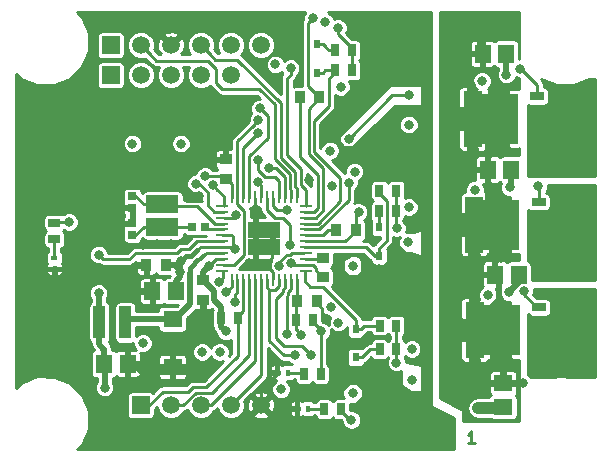
<source format=gtl>
G04 #@! TF.FileFunction,Copper,L1,Top,Signal*
%FSLAX46Y46*%
G04 Gerber Fmt 4.6, Leading zero omitted, Abs format (unit mm)*
G04 Created by KiCad (PCBNEW 4.0.6-e0-6349~53~ubuntu16.04.1) date Fri Mar 10 07:50:29 2017*
%MOMM*%
%LPD*%
G01*
G04 APERTURE LIST*
%ADD10C,0.100000*%
%ADD11C,0.250000*%
%ADD12C,0.800000*%
%ADD13C,1.300000*%
%ADD14C,1.900000*%
%ADD15R,1.000000X2.700000*%
%ADD16R,0.900000X1.000000*%
%ADD17R,2.700000X1.500000*%
%ADD18R,0.400000X0.600000*%
%ADD19R,1.640000X1.400000*%
%ADD20R,1.150000X0.700000*%
%ADD21R,1.550000X4.700000*%
%ADD22R,3.300000X4.200000*%
%ADD23R,0.600000X0.800000*%
%ADD24R,1.350000X1.550000*%
%ADD25R,1.550000X1.350000*%
%ADD26R,1.500000X1.500000*%
%ADD27C,1.500000*%
%ADD28R,1.000000X0.900000*%
%ADD29R,0.650000X0.990000*%
%ADD30R,0.720000X0.720000*%
%ADD31R,0.640000X0.720000*%
%ADD32R,1.400000X1.400000*%
%ADD33O,1.050000X0.250000*%
%ADD34O,0.250000X1.050000*%
%ADD35R,0.990000X0.650000*%
%ADD36R,0.600000X0.400000*%
%ADD37C,0.500000*%
%ADD38C,0.400000*%
%ADD39C,1.000000*%
%ADD40C,0.350000*%
%ADD41C,0.300000*%
%ADD42C,0.254000*%
G04 APERTURE END LIST*
D10*
D11*
X174585715Y-114957381D02*
X174014286Y-114957381D01*
X174300000Y-114957381D02*
X174300000Y-113957381D01*
X174204762Y-114100238D01*
X174109524Y-114195476D01*
X174014286Y-114243095D01*
D12*
X176350000Y-84600000D03*
X169950000Y-101005000D03*
X173850000Y-91000000D03*
D13*
X167500000Y-79250000D03*
D14*
X173250000Y-81000000D03*
X183750000Y-102750000D03*
X183750000Y-94250000D03*
D12*
X178700000Y-109900000D03*
X173320000Y-109430000D03*
X145000000Y-98300000D03*
X161250000Y-115005000D03*
X159750000Y-79005000D03*
X136250000Y-109505000D03*
X155750000Y-79005000D03*
X150750000Y-79005000D03*
X145750000Y-79005000D03*
X141750000Y-79005000D03*
X136250000Y-84505000D03*
X136250000Y-89505000D03*
X136250000Y-94505000D03*
X136250000Y-99505000D03*
X136250000Y-104505000D03*
X142250000Y-115005000D03*
X146250000Y-115005000D03*
X151250000Y-115005000D03*
X156250000Y-115005000D03*
X173000000Y-83005000D03*
X172940000Y-100420000D03*
X172420000Y-103290000D03*
X173320000Y-110660000D03*
X184450000Y-108805000D03*
X183750000Y-108805000D03*
X183050000Y-108805000D03*
X182350000Y-108805000D03*
X181650000Y-108805000D03*
X184450000Y-108105000D03*
X183750000Y-108105000D03*
X183050000Y-108105000D03*
X182350000Y-108105000D03*
X181650000Y-108105000D03*
X184450000Y-107405000D03*
X183750000Y-107405000D03*
X183050000Y-107405000D03*
X182350000Y-107405000D03*
X181650000Y-107405000D03*
X184450000Y-106705000D03*
X183750000Y-106705000D03*
X183050000Y-106705000D03*
X182350000Y-106705000D03*
X181650000Y-106705000D03*
X184450000Y-106005000D03*
X183750000Y-106005000D03*
X183050000Y-106005000D03*
X182350000Y-106005000D03*
X181650000Y-106005000D03*
X184450000Y-105305000D03*
X183750000Y-105305000D03*
X183050000Y-105305000D03*
X182350000Y-105305000D03*
X181650000Y-105305000D03*
X184450000Y-104605000D03*
X183750000Y-104605000D03*
X183050000Y-104605000D03*
X182350000Y-104605000D03*
X181650000Y-104605000D03*
X184450000Y-103905000D03*
X183050000Y-103905000D03*
X182350000Y-103905000D03*
X184450000Y-100605000D03*
X183750000Y-100605000D03*
X183050000Y-100605000D03*
X182350000Y-100605000D03*
X181650000Y-100605000D03*
X184450000Y-99905000D03*
X183750000Y-99905000D03*
X183050000Y-99905000D03*
X182350000Y-99905000D03*
X181650000Y-99905000D03*
X184450000Y-99205000D03*
X183750000Y-99205000D03*
X183050000Y-99205000D03*
X182350000Y-99205000D03*
X181650000Y-99205000D03*
X184450000Y-98505000D03*
X183750000Y-98505000D03*
X183050000Y-98505000D03*
X182350000Y-98505000D03*
X181650000Y-98505000D03*
X184450000Y-97805000D03*
X183750000Y-97805000D03*
X183050000Y-97805000D03*
X182350000Y-97805000D03*
X181650000Y-97805000D03*
X184450000Y-97105000D03*
X183750000Y-97105000D03*
X183050000Y-97105000D03*
X182350000Y-97105000D03*
X181650000Y-97105000D03*
X184450000Y-96405000D03*
X183750000Y-96405000D03*
X183050000Y-96405000D03*
X182350000Y-96405000D03*
X181650000Y-96405000D03*
X184450000Y-95705000D03*
X183750000Y-95705000D03*
X183050000Y-95705000D03*
X182350000Y-95705000D03*
X181650000Y-103905000D03*
X184450000Y-91605000D03*
X183750000Y-91605000D03*
X183050000Y-91605000D03*
X182350000Y-91605000D03*
X181650000Y-91605000D03*
X184450000Y-90905000D03*
X183750000Y-90905000D03*
X183050000Y-90905000D03*
X182350000Y-90905000D03*
X181650000Y-90905000D03*
X184450000Y-90205000D03*
X183750000Y-90205000D03*
X183050000Y-90205000D03*
X182350000Y-90205000D03*
X181650000Y-90205000D03*
X184450000Y-89505000D03*
X183750000Y-89505000D03*
X183050000Y-89505000D03*
X182350000Y-89505000D03*
X181650000Y-89505000D03*
X184450000Y-88805000D03*
X183750000Y-88805000D03*
X183050000Y-88805000D03*
X182350000Y-88805000D03*
X181650000Y-88805000D03*
X184450000Y-88105000D03*
X183750000Y-88105000D03*
X183050000Y-88105000D03*
X182350000Y-88105000D03*
X181650000Y-88105000D03*
X184450000Y-87405000D03*
X183750000Y-87405000D03*
X183050000Y-87405000D03*
X182350000Y-87405000D03*
X181650000Y-87405000D03*
X181650000Y-95705000D03*
X184450000Y-86705000D03*
X183050000Y-86705000D03*
X182350000Y-86705000D03*
X181650000Y-86705000D03*
X166250000Y-83405000D03*
X166450000Y-100205000D03*
X165750000Y-100205000D03*
X170450000Y-82005000D03*
X169750000Y-82005000D03*
X169050000Y-82005000D03*
X168350000Y-82005000D03*
X167650000Y-82005000D03*
X166950000Y-82005000D03*
X166250000Y-82005000D03*
X165550000Y-82005000D03*
X170450000Y-81305000D03*
X169750000Y-81305000D03*
X169050000Y-81305000D03*
X168350000Y-81305000D03*
X167650000Y-81305000D03*
X166950000Y-81305000D03*
X166250000Y-81305000D03*
X165550000Y-81305000D03*
X170450000Y-80605000D03*
X169750000Y-80605000D03*
X169050000Y-80605000D03*
X168350000Y-80605000D03*
X167650000Y-80605000D03*
X166950000Y-80605000D03*
X166250000Y-80605000D03*
X170450000Y-79905000D03*
X169750000Y-79905000D03*
X169050000Y-79905000D03*
X168350000Y-79905000D03*
X166250000Y-82705000D03*
X165550000Y-82705000D03*
X170450000Y-79205000D03*
X169750000Y-79205000D03*
X169050000Y-79205000D03*
X166550000Y-112305000D03*
X165850000Y-112305000D03*
X166550000Y-111605000D03*
X165850000Y-111605000D03*
X169950000Y-103805000D03*
X169250000Y-103805000D03*
X168550000Y-103805000D03*
X167850000Y-103805000D03*
X167150000Y-103805000D03*
X166450000Y-103805000D03*
X169950000Y-103105000D03*
X169250000Y-103105000D03*
X168550000Y-103105000D03*
X167850000Y-103105000D03*
X167150000Y-103105000D03*
X166450000Y-103105000D03*
X165750000Y-103105000D03*
X169950000Y-102405000D03*
X169250000Y-102405000D03*
X168550000Y-102405000D03*
X167850000Y-102405000D03*
X167150000Y-102405000D03*
X166450000Y-102405000D03*
X165750000Y-102405000D03*
X169950000Y-101705000D03*
X169250000Y-101705000D03*
X168550000Y-101705000D03*
X167850000Y-101705000D03*
X167150000Y-101705000D03*
X166450000Y-101705000D03*
X165750000Y-101705000D03*
X169250000Y-101005000D03*
X168550000Y-101005000D03*
X167850000Y-101005000D03*
X167150000Y-101005000D03*
X166450000Y-101005000D03*
X165750000Y-101005000D03*
X171450000Y-115105000D03*
X170750000Y-115105000D03*
X170050000Y-115105000D03*
X169350000Y-115105000D03*
X168650000Y-115105000D03*
X167950000Y-115105000D03*
X167250000Y-115105000D03*
X166550000Y-115105000D03*
X165850000Y-115105000D03*
X171450000Y-114405000D03*
X170750000Y-114405000D03*
X170050000Y-114405000D03*
X169350000Y-114405000D03*
X168650000Y-114405000D03*
X167950000Y-114405000D03*
X167250000Y-114405000D03*
X166550000Y-114405000D03*
X165850000Y-114405000D03*
X171450000Y-113705000D03*
X170750000Y-113705000D03*
X170050000Y-113705000D03*
X169350000Y-113705000D03*
X168650000Y-113705000D03*
X167950000Y-113705000D03*
X167250000Y-113705000D03*
X166550000Y-113705000D03*
X165850000Y-113705000D03*
X171450000Y-113005000D03*
X170750000Y-113005000D03*
X170050000Y-113005000D03*
X169350000Y-113005000D03*
X168650000Y-113005000D03*
X167950000Y-113005000D03*
X167250000Y-113005000D03*
X166550000Y-113005000D03*
X165850000Y-113005000D03*
X150150000Y-97755000D03*
X148850000Y-98105000D03*
X147700000Y-98105000D03*
X145550000Y-93055000D03*
X146500000Y-98155000D03*
X144500000Y-97405000D03*
X144550000Y-93905000D03*
X151250000Y-94055000D03*
X150000000Y-93405000D03*
X148950000Y-93205000D03*
X147900000Y-93205000D03*
D15*
X142800000Y-104750000D03*
X145000000Y-104750000D03*
D16*
X161430000Y-85700000D03*
X159770000Y-85700000D03*
D17*
X148150000Y-96650000D03*
X148150000Y-94750000D03*
D18*
X159550000Y-112055000D03*
X160450000Y-112055000D03*
X157850000Y-109005000D03*
X158750000Y-109005000D03*
D19*
X149000000Y-104485000D03*
X149000000Y-108515000D03*
D20*
X179875000Y-88135000D03*
X179875000Y-89405000D03*
X179875000Y-86865000D03*
D21*
X174400000Y-87500000D03*
D22*
X176600000Y-87500000D03*
D20*
X179875000Y-85595000D03*
X180000000Y-97100000D03*
X180000000Y-98370000D03*
X180000000Y-95830000D03*
D21*
X174525000Y-96465000D03*
D22*
X176725000Y-96465000D03*
D20*
X180000000Y-94560000D03*
X180050000Y-106010000D03*
X180050000Y-107280000D03*
X180050000Y-104740000D03*
D21*
X174575000Y-105375000D03*
D22*
X176775000Y-105375000D03*
D20*
X180050000Y-103470000D03*
D23*
X161200000Y-83600000D03*
X161200000Y-81200000D03*
D24*
X175250000Y-82000000D03*
X177250000Y-82000000D03*
D23*
X166500000Y-99105000D03*
X166500000Y-96705000D03*
X164500000Y-105305000D03*
X164500000Y-107705000D03*
D24*
X176300000Y-100700000D03*
X178300000Y-100700000D03*
X143200000Y-108250000D03*
X145200000Y-108250000D03*
X149300000Y-102100000D03*
X147300000Y-102100000D03*
X175700000Y-91800000D03*
X177700000Y-91800000D03*
D25*
X177000000Y-109900000D03*
X177000000Y-111900000D03*
D26*
X143780000Y-83820000D03*
D27*
X146320000Y-83820000D03*
X148860000Y-83820000D03*
X151400000Y-83820000D03*
X153940000Y-83820000D03*
D26*
X143780000Y-81280000D03*
D27*
X146320000Y-81280000D03*
X148860000Y-81280000D03*
X151400000Y-81280000D03*
X153940000Y-81280000D03*
X156480000Y-81280000D03*
D26*
X146320000Y-111760000D03*
D27*
X148860000Y-111760000D03*
X151400000Y-111760000D03*
X153940000Y-111760000D03*
X156480000Y-111760000D03*
D16*
X148430000Y-99900000D03*
X146770000Y-99900000D03*
D28*
X153500000Y-92580000D03*
X153500000Y-90920000D03*
X151600000Y-101170000D03*
X151600000Y-102830000D03*
D16*
X164530000Y-96925000D03*
X162870000Y-96925000D03*
D28*
X161700000Y-100930000D03*
X161700000Y-99270000D03*
D29*
X164210000Y-81700000D03*
X162790000Y-81700000D03*
X164210000Y-83400000D03*
X162790000Y-83400000D03*
X167910000Y-95305000D03*
X166490000Y-95305000D03*
X167920000Y-93605000D03*
X166500000Y-93605000D03*
X167960000Y-107005000D03*
X166540000Y-107005000D03*
X167960000Y-105005000D03*
X166540000Y-105005000D03*
X163260000Y-112105000D03*
X161840000Y-112105000D03*
X159490000Y-104500000D03*
X160910000Y-104500000D03*
D16*
X159570000Y-102900000D03*
X161230000Y-102900000D03*
D29*
X153090000Y-104400000D03*
X154510000Y-104400000D03*
X161560000Y-109105000D03*
X160140000Y-109105000D03*
D30*
X145600000Y-94050000D03*
X145600000Y-95050000D03*
X145600000Y-97350000D03*
X145600000Y-96350000D03*
D31*
X151740000Y-96700000D03*
X150660000Y-96700000D03*
D12*
X146800000Y-93205000D03*
D32*
X157450000Y-98325000D03*
X156050000Y-98325000D03*
X157450000Y-96925000D03*
D33*
X153225000Y-94875000D03*
X153225000Y-95375000D03*
X153225000Y-95875000D03*
X153225000Y-96375000D03*
X153225000Y-96875000D03*
X153225000Y-97375000D03*
X153225000Y-97875000D03*
X153225000Y-98375000D03*
X153225000Y-98875000D03*
X153225000Y-99375000D03*
X153225000Y-99875000D03*
X153225000Y-100375000D03*
D34*
X154000000Y-101150000D03*
X154500000Y-101150000D03*
X155000000Y-101150000D03*
X155500000Y-101150000D03*
X156000000Y-101150000D03*
X156500000Y-101150000D03*
X157000000Y-101150000D03*
X157500000Y-101150000D03*
X158000000Y-101150000D03*
X158500000Y-101150000D03*
X159000000Y-101150000D03*
X159500000Y-101150000D03*
D33*
X160275000Y-100375000D03*
X160275000Y-99875000D03*
X160275000Y-99375000D03*
X160275000Y-98875000D03*
X160275000Y-98375000D03*
X160275000Y-97875000D03*
X160275000Y-97375000D03*
X160275000Y-96875000D03*
X160275000Y-96375000D03*
X160275000Y-95875000D03*
X160275000Y-95375000D03*
X160275000Y-94875000D03*
D34*
X159500000Y-94100000D03*
X159000000Y-94100000D03*
X158500000Y-94100000D03*
X158000000Y-94100000D03*
X157500000Y-94100000D03*
X157000000Y-94100000D03*
X156500000Y-94100000D03*
X156000000Y-94100000D03*
X155500000Y-94100000D03*
X155000000Y-94100000D03*
X154500000Y-94100000D03*
X154000000Y-94100000D03*
D32*
X156050000Y-96925000D03*
D14*
X183750000Y-85500000D03*
D13*
X172500000Y-79250000D03*
D14*
X165500000Y-79500000D03*
D35*
X139000000Y-96290000D03*
X139000000Y-97710000D03*
D36*
X139000000Y-100200000D03*
X139000000Y-99300000D03*
D12*
X153000000Y-107250000D03*
X151500000Y-107250000D03*
X146500000Y-106500000D03*
X176250000Y-93400000D03*
X154299861Y-98500000D03*
X176850000Y-99299991D03*
X164149921Y-113005000D03*
X175000000Y-79000000D03*
X174900000Y-109900000D03*
X174500000Y-100700000D03*
X149711603Y-99522136D03*
X149600000Y-100500000D03*
X177450000Y-102200000D03*
X177550000Y-93300000D03*
X151750000Y-104400000D03*
X160574957Y-92719540D03*
X145550000Y-100500000D03*
X152250000Y-91250006D03*
X158250000Y-112054994D03*
X177267753Y-83754618D03*
X145750000Y-101755016D03*
X174900000Y-112000000D03*
X156000000Y-95505000D03*
X151185000Y-108915000D03*
X169000000Y-85530010D03*
X169250000Y-109605000D03*
X168963201Y-97917119D03*
X164284254Y-99941045D03*
X162075976Y-104487519D03*
X163900000Y-89205000D03*
X164250000Y-110755000D03*
X155500000Y-99755000D03*
X156400000Y-82975000D03*
X146750000Y-109250000D03*
X144550000Y-96350000D03*
X144550000Y-95050000D03*
X149600000Y-87900000D03*
X145600000Y-87900000D03*
X159000000Y-99755000D03*
X164746737Y-95395004D03*
X160899998Y-79005000D03*
X175700004Y-102405000D03*
X162393199Y-103474992D03*
X174600000Y-93505000D03*
X162340955Y-90189166D03*
X161900000Y-79305000D03*
X175200000Y-84305000D03*
X178763493Y-102088603D03*
X167960000Y-108140000D03*
X178450000Y-83255000D03*
X163000000Y-79805000D03*
X167999992Y-96755000D03*
X179972175Y-93227175D03*
X162474979Y-93167873D03*
X151759364Y-92349280D03*
X152050000Y-100000000D03*
X153500000Y-105505000D03*
X142750002Y-102255000D03*
X143250000Y-110255000D03*
X161600000Y-105505000D03*
X157700000Y-82905000D03*
X149700000Y-89600000D03*
X145600000Y-89600000D03*
X158200000Y-110400000D03*
X158012660Y-99987340D03*
X163924990Y-92900000D03*
X159000000Y-83205000D03*
X169243857Y-106991177D03*
X163037340Y-104767660D03*
X163250000Y-84805000D03*
X169000000Y-88005000D03*
X164411160Y-91967483D03*
X169010997Y-94987653D03*
X159900000Y-105800000D03*
X142750000Y-99000000D03*
X159393923Y-107531396D03*
X152950004Y-101300000D03*
X156225010Y-92850000D03*
X156274808Y-87623751D03*
X154250000Y-103000000D03*
X157160782Y-91646103D03*
X156250000Y-91004962D03*
X154340616Y-95630768D03*
X160698915Y-107480021D03*
X158981218Y-98165420D03*
X156275000Y-88675000D03*
X152405676Y-93112355D03*
X151000000Y-93000000D03*
X158700000Y-105705000D03*
X158670369Y-95224666D03*
X156400000Y-86625000D03*
X153550000Y-102200000D03*
X140250000Y-96250000D03*
D11*
X151915000Y-96875000D02*
X151740000Y-96700000D01*
X153325000Y-96875000D02*
X151915000Y-96875000D01*
X160175000Y-101275000D02*
X160679999Y-101779999D01*
X164500000Y-104533088D02*
X164500000Y-104655000D01*
X164500000Y-104655000D02*
X164500000Y-105305000D01*
X160175000Y-100375000D02*
X160175000Y-101275000D01*
X160679999Y-101779999D02*
X161746911Y-101779999D01*
X161746911Y-101779999D02*
X164500000Y-104533088D01*
X164950000Y-105305000D02*
X165250000Y-105005000D01*
X165250000Y-105005000D02*
X165500000Y-105005000D01*
X164500000Y-105305000D02*
X164950000Y-105305000D01*
X166540000Y-105005000D02*
X165500000Y-105005000D01*
X166340000Y-104805000D02*
X166540000Y-105005000D01*
X166500000Y-99105000D02*
X166105000Y-99105000D01*
X166105000Y-99105000D02*
X165375000Y-98375000D01*
X165375000Y-98375000D02*
X165220000Y-98375000D01*
X165220000Y-98375000D02*
X160100000Y-98375000D01*
X166500000Y-98455000D02*
X166500000Y-99105000D01*
X167200000Y-94475000D02*
X167200000Y-96231962D01*
X166500000Y-93775000D02*
X167200000Y-94475000D01*
X166500000Y-93605000D02*
X166500000Y-93775000D01*
X167125001Y-96306961D02*
X167125001Y-97829999D01*
X167200000Y-96231962D02*
X167125001Y-96306961D01*
X167125001Y-97829999D02*
X166500000Y-98455000D01*
X162215000Y-84145000D02*
X162790000Y-83570000D01*
X160975000Y-87690002D02*
X162215000Y-86450002D01*
X163199988Y-94450012D02*
X163199988Y-92517754D01*
X163199988Y-92517754D02*
X160975000Y-90292766D01*
X160100000Y-96375000D02*
X161275000Y-96375000D01*
X161275000Y-96375000D02*
X163199988Y-94450012D01*
X160975000Y-90292766D02*
X160975000Y-87690002D01*
X162215000Y-86450002D02*
X162215000Y-84145000D01*
X162790000Y-83570000D02*
X162790000Y-83400000D01*
X161200000Y-83600000D02*
X161750000Y-83600000D01*
X161750000Y-83600000D02*
X161950000Y-83400000D01*
X161950000Y-83400000D02*
X162790000Y-83400000D01*
D37*
X176775000Y-102775000D02*
X176775000Y-105375000D01*
X176599998Y-102599998D02*
X176775000Y-102775000D01*
X176599998Y-100999998D02*
X176599998Y-102599998D01*
X176300000Y-100700000D02*
X176599998Y-100999998D01*
X176260000Y-93400000D02*
X176250000Y-93400000D01*
X176725000Y-93865000D02*
X176260000Y-93400000D01*
X176725000Y-96465000D02*
X176725000Y-93865000D01*
X175700000Y-91800000D02*
X174650000Y-91800000D01*
X174650000Y-91800000D02*
X173850000Y-91000000D01*
X173250000Y-81000000D02*
X173250000Y-81325000D01*
X173250000Y-81325000D02*
X174000000Y-82075000D01*
X173250000Y-81000000D02*
X173250000Y-80000000D01*
X173250000Y-80000000D02*
X172500000Y-79250000D01*
X175250000Y-82000000D02*
X174250000Y-82000000D01*
X174250000Y-82000000D02*
X173250000Y-81000000D01*
X177000000Y-109900000D02*
X177000000Y-106525000D01*
X177000000Y-106525000D02*
X175850000Y-105375000D01*
X175850000Y-105375000D02*
X174575000Y-105375000D01*
X174525000Y-96465000D02*
X176725000Y-96465000D01*
X174575000Y-105375000D02*
X176775000Y-105375000D01*
X175700000Y-91800000D02*
X175700000Y-95290000D01*
X175700000Y-95290000D02*
X174525000Y-96465000D01*
X175700000Y-91800000D02*
X175700000Y-87525000D01*
X175700000Y-87525000D02*
X175675000Y-87500000D01*
X175675000Y-87500000D02*
X174400000Y-87500000D01*
X174400000Y-87500000D02*
X174400000Y-84650000D01*
X174400000Y-84650000D02*
X174000000Y-84250000D01*
X174000000Y-84250000D02*
X174000000Y-82075000D01*
X174000000Y-82075000D02*
X174075000Y-82000000D01*
X174075000Y-82000000D02*
X175250000Y-82000000D01*
D11*
X153750000Y-98375000D02*
X153225000Y-98375000D01*
X154000000Y-98375000D02*
X153750000Y-98375000D01*
X153750000Y-98375000D02*
X154174861Y-98375000D01*
X154174861Y-98375000D02*
X154299861Y-98500000D01*
X154150000Y-98225000D02*
X154299861Y-98374861D01*
X154299861Y-98374861D02*
X154299861Y-98500000D01*
X153225000Y-97375000D02*
X154000000Y-97375000D01*
X154000000Y-97375000D02*
X154150000Y-97525000D01*
X154150000Y-97525000D02*
X154150000Y-98225000D01*
X154150000Y-98225000D02*
X154000000Y-98375000D01*
D37*
X177000000Y-109900000D02*
X177000000Y-105600000D01*
X177000000Y-105600000D02*
X176775000Y-105375000D01*
X174855000Y-82005000D02*
X175000000Y-82150000D01*
X175000000Y-82150000D02*
X175000000Y-82155000D01*
X175700000Y-91800000D02*
X175700000Y-88400000D01*
X175700000Y-88400000D02*
X176600000Y-87500000D01*
X176300000Y-100700000D02*
X176300000Y-96890000D01*
X176300000Y-96890000D02*
X176725000Y-96465000D01*
D11*
X176600000Y-87500000D02*
X174400000Y-87500000D01*
D37*
X177000000Y-109900000D02*
X178700000Y-109900000D01*
X175000000Y-82355000D02*
X175000000Y-82505000D01*
D11*
X175000000Y-82255000D02*
X175000000Y-82355000D01*
X175000000Y-81900000D02*
X175000000Y-82255000D01*
X176675009Y-99299991D02*
X176850000Y-99299991D01*
X176300000Y-99675000D02*
X176675009Y-99299991D01*
X176300000Y-100700000D02*
X176300000Y-99675000D01*
X163990000Y-113005000D02*
X164149921Y-113005000D01*
X163260000Y-112275000D02*
X163990000Y-113005000D01*
X163260000Y-112105000D02*
X163260000Y-112275000D01*
X173250000Y-81805000D02*
X173050000Y-81605000D01*
X175000000Y-81900000D02*
X174075000Y-81900000D01*
D37*
X175000000Y-80200000D02*
X175000000Y-79000000D01*
X175000000Y-81900000D02*
X175000000Y-80200000D01*
X177000000Y-109900000D02*
X174900000Y-109900000D01*
X176300000Y-100700000D02*
X174500000Y-100700000D01*
D38*
X150577863Y-99122137D02*
X150111602Y-99122137D01*
X151100000Y-98600000D02*
X150577863Y-99122137D01*
D37*
X149600000Y-99633739D02*
X149711603Y-99522136D01*
X149311604Y-99922135D02*
X149711603Y-99522136D01*
X149222135Y-99922135D02*
X149311604Y-99922135D01*
X149200000Y-99900000D02*
X149222135Y-99922135D01*
X149600000Y-100500000D02*
X149600000Y-99633739D01*
D38*
X150111602Y-99122137D02*
X149711603Y-99522136D01*
D11*
X153325000Y-98375000D02*
X151325000Y-98375000D01*
X151325000Y-98375000D02*
X151200000Y-98500000D01*
X151200000Y-98500000D02*
X151100000Y-98600000D01*
D37*
X149300000Y-102100000D02*
X149300000Y-101200000D01*
X149300000Y-101200000D02*
X149600000Y-100900000D01*
X149600000Y-100900000D02*
X149600000Y-100500000D01*
X148430000Y-99900000D02*
X149200000Y-99900000D01*
D11*
X149600000Y-100500000D02*
X149200000Y-100100000D01*
X149200000Y-100100000D02*
X149200000Y-99900000D01*
X148430000Y-99850000D02*
X148430000Y-99900000D01*
D37*
X178300000Y-101350000D02*
X177450000Y-102200000D01*
X178300000Y-100700000D02*
X178300000Y-101350000D01*
X177700000Y-91800000D02*
X177700000Y-93150000D01*
X177700000Y-93150000D02*
X177550000Y-93300000D01*
X151600000Y-102830000D02*
X151600000Y-104250000D01*
X151600000Y-104250000D02*
X151750000Y-104400000D01*
X145550000Y-100170000D02*
X145550000Y-100500000D01*
X145820000Y-99900000D02*
X145550000Y-100170000D01*
X146770000Y-99900000D02*
X145820000Y-99900000D01*
D11*
X152580006Y-90920000D02*
X152250000Y-91250006D01*
X153500000Y-90920000D02*
X152580006Y-90920000D01*
D37*
X177000000Y-82150000D02*
X177250000Y-82400000D01*
X177250000Y-82400000D02*
X177250000Y-83736865D01*
X177250000Y-83736865D02*
X177267753Y-83754618D01*
D11*
X157500000Y-101050000D02*
X157500000Y-100500000D01*
X157500000Y-100500000D02*
X157250000Y-100250000D01*
X157250000Y-100250000D02*
X157250000Y-99475000D01*
X157250000Y-99475000D02*
X157450000Y-99275000D01*
X157450000Y-99275000D02*
X157450000Y-98325000D01*
X157850000Y-109005000D02*
X157850000Y-109105000D01*
X156480000Y-110699340D02*
X156480000Y-111760000D01*
X157850000Y-109105000D02*
X156480000Y-110475000D01*
X156480000Y-110475000D02*
X156480000Y-110699340D01*
X158250006Y-112055000D02*
X158250000Y-112054994D01*
X159550000Y-112055000D02*
X158250006Y-112055000D01*
D37*
X151185000Y-108915000D02*
X147090000Y-108915000D01*
X147090000Y-108915000D02*
X146950000Y-109055000D01*
X146950000Y-109055000D02*
X146945000Y-109055000D01*
X146945000Y-109055000D02*
X146750000Y-109250000D01*
X145200000Y-108250000D02*
X145750000Y-108250000D01*
X145750000Y-108250000D02*
X146750000Y-109250000D01*
D39*
X177795000Y-91705000D02*
X177700000Y-91800000D01*
D37*
X146094984Y-102100000D02*
X145750000Y-101755016D01*
X147300000Y-102100000D02*
X146094984Y-102100000D01*
D11*
X156000000Y-95505000D02*
X156000000Y-96875000D01*
X156000000Y-94200000D02*
X156000000Y-95505000D01*
X168434315Y-85530010D02*
X169000000Y-85530010D01*
X167574990Y-85530010D02*
X168434315Y-85530010D01*
X163900000Y-89205000D02*
X167574990Y-85530010D01*
D39*
X174900000Y-112000000D02*
X176900000Y-112000000D01*
X176900000Y-112000000D02*
X177000000Y-111900000D01*
D11*
X162075976Y-104487519D02*
X161675977Y-104087520D01*
X161675977Y-104087520D02*
X161675977Y-103580977D01*
X161675977Y-103580977D02*
X161130000Y-103035000D01*
X161130000Y-103035000D02*
X161130000Y-102900000D01*
X156050000Y-98325000D02*
X156050000Y-99205000D01*
X156050000Y-99205000D02*
X155500000Y-99755000D01*
D37*
X151185000Y-108915000D02*
X151400000Y-108700000D01*
D11*
X144550000Y-96350000D02*
X144550000Y-97750000D01*
X144550000Y-97750000D02*
X144874998Y-98074998D01*
X144874998Y-98074998D02*
X147288591Y-98074998D01*
X147288591Y-98074998D02*
X147513598Y-97849991D01*
X147513598Y-97849991D02*
X149950009Y-97849991D01*
X149950009Y-97849991D02*
X150400000Y-97400000D01*
X150400000Y-97400000D02*
X151850000Y-97400000D01*
X144550000Y-95050000D02*
X144550000Y-96350000D01*
X151400000Y-94450000D02*
X151500000Y-94450000D01*
X150200000Y-94450000D02*
X151400000Y-94450000D01*
X150070002Y-94320002D02*
X150200000Y-94450000D01*
X150070002Y-94000000D02*
X150070002Y-94320002D01*
X149435001Y-93364999D02*
X150070002Y-94000000D01*
X144550000Y-93750000D02*
X144935001Y-93364999D01*
X144935001Y-93364999D02*
X149435001Y-93364999D01*
X144550000Y-94484315D02*
X144550000Y-93750000D01*
X144550000Y-95050000D02*
X144550000Y-94484315D01*
X145600000Y-96350000D02*
X144550000Y-96350000D01*
X145600000Y-95050000D02*
X144550000Y-95050000D01*
X156000000Y-96875000D02*
X156050000Y-96925000D01*
X155925000Y-96875000D02*
X155975000Y-96925000D01*
X157425000Y-98375000D02*
X157375000Y-98325000D01*
X160875000Y-99875000D02*
X160275000Y-99875000D01*
X159000000Y-99755000D02*
X159120000Y-99875000D01*
X159120000Y-99875000D02*
X160875000Y-99875000D01*
X160875000Y-99875000D02*
X161170000Y-100170000D01*
X161170000Y-100170000D02*
X161170000Y-100400000D01*
X161170000Y-100400000D02*
X161700000Y-100930000D01*
X164530000Y-96925000D02*
X164530000Y-95611741D01*
X164530000Y-95611741D02*
X164746737Y-95395004D01*
X160175000Y-97875000D02*
X163630000Y-97875000D01*
X163630000Y-97875000D02*
X164530000Y-96975000D01*
X164530000Y-96975000D02*
X164530000Y-96925000D01*
X161430000Y-85750000D02*
X161430000Y-85700000D01*
X160524989Y-86655011D02*
X161430000Y-85750000D01*
X161749978Y-95250022D02*
X161749978Y-91704155D01*
X160524989Y-90479166D02*
X160524989Y-86655011D01*
X161749978Y-91704155D02*
X160524989Y-90479166D01*
X161125000Y-95875000D02*
X161749978Y-95250022D01*
X160100000Y-95875000D02*
X161125000Y-95875000D01*
X183750000Y-85500000D02*
X183750000Y-86005000D01*
X160499999Y-79404999D02*
X160899998Y-79005000D01*
X160499999Y-84719999D02*
X160499999Y-79404999D01*
X161430000Y-85700000D02*
X161430000Y-85650000D01*
X161430000Y-85650000D02*
X160499999Y-84719999D01*
X178763493Y-102408493D02*
X178763493Y-102088603D01*
X179825000Y-103470000D02*
X178763493Y-102408493D01*
X180050000Y-103470000D02*
X179825000Y-103470000D01*
X167960000Y-107005000D02*
X167960000Y-108140000D01*
X167960000Y-105005000D02*
X167960000Y-107005000D01*
X179875000Y-85595000D02*
X179875000Y-84625000D01*
X179875000Y-84625000D02*
X178505000Y-83255000D01*
X178505000Y-83255000D02*
X178450000Y-83255000D01*
X178450000Y-83205000D02*
X178450000Y-83255000D01*
X163000000Y-80320000D02*
X163000000Y-79805000D01*
X164210000Y-81530000D02*
X163000000Y-80320000D01*
X164210000Y-81700000D02*
X164210000Y-81530000D01*
X164210000Y-81700000D02*
X164210000Y-83400000D01*
X167910000Y-96665008D02*
X167999992Y-96755000D01*
X167910000Y-95305000D02*
X167910000Y-96665008D01*
X180000000Y-93255000D02*
X179972175Y-93227175D01*
X180000000Y-94560000D02*
X180000000Y-93255000D01*
X167910000Y-95305000D02*
X167910000Y-93615000D01*
X167910000Y-93615000D02*
X167920000Y-93605000D01*
X162000000Y-81450000D02*
X162000000Y-81485000D01*
X162000000Y-81485000D02*
X162215000Y-81700000D01*
X162215000Y-81700000D02*
X162790000Y-81700000D01*
X161200000Y-81200000D02*
X161750000Y-81200000D01*
X161750000Y-81200000D02*
X162000000Y-81450000D01*
X166500000Y-96705000D02*
X166500000Y-95315000D01*
X166500000Y-95315000D02*
X166490000Y-95305000D01*
X164500000Y-107705000D02*
X165050000Y-107705000D01*
X165050000Y-107705000D02*
X165750000Y-107005000D01*
X165750000Y-107005000D02*
X166540000Y-107005000D01*
D37*
X153090000Y-104400000D02*
X153090000Y-103405000D01*
X152550001Y-102865001D02*
X152550001Y-102120001D01*
X153090000Y-103405000D02*
X152550001Y-102865001D01*
X152550001Y-102120001D02*
X151600000Y-101170000D01*
D11*
X151650000Y-101170000D02*
X151600000Y-101170000D01*
X152325049Y-92349280D02*
X151759364Y-92349280D01*
X153269280Y-92349280D02*
X152325049Y-92349280D01*
X153500000Y-92580000D02*
X153269280Y-92349280D01*
X153225000Y-99375000D02*
X152675000Y-99375000D01*
X152675000Y-99375000D02*
X152050000Y-100000000D01*
X153325000Y-99375000D02*
X152875000Y-99375000D01*
D37*
X152050000Y-100000000D02*
X151600000Y-100450000D01*
X151600000Y-100450000D02*
X151600000Y-101170000D01*
D11*
X153500000Y-92580000D02*
X153580000Y-92580000D01*
X153580000Y-92580000D02*
X154000000Y-93000000D01*
X154000000Y-94200000D02*
X154000000Y-93000000D01*
X153500000Y-92580000D02*
X153330000Y-92580000D01*
X151600000Y-100450000D02*
X151600000Y-100670000D01*
D37*
X153090000Y-104400000D02*
X153090000Y-105095000D01*
X153090000Y-105095000D02*
X153500000Y-105505000D01*
X143200000Y-106955000D02*
X143155000Y-106955000D01*
X143155000Y-106955000D02*
X142800000Y-106600000D01*
X142800000Y-106600000D02*
X142800000Y-104750000D01*
X143200000Y-108500000D02*
X143200000Y-106955000D01*
X143250000Y-110255000D02*
X143250000Y-108550000D01*
X143250000Y-108550000D02*
X143200000Y-108500000D01*
X142800000Y-104750000D02*
X142800000Y-102304998D01*
X142800000Y-102304998D02*
X142750002Y-102255000D01*
D11*
X161560000Y-109105000D02*
X161560000Y-105545000D01*
X161560000Y-105545000D02*
X161600000Y-105505000D01*
X161600000Y-105360000D02*
X161600000Y-105505000D01*
X160910000Y-104670000D02*
X161600000Y-105360000D01*
X160910000Y-104500000D02*
X160910000Y-104670000D01*
X158012660Y-99669336D02*
X158012660Y-99987340D01*
X158651998Y-99029998D02*
X158012660Y-99669336D01*
X159130000Y-98875000D02*
X158975002Y-99029998D01*
X160100000Y-98875000D02*
X159130000Y-98875000D01*
X158975002Y-99029998D02*
X158651998Y-99029998D01*
X163924990Y-93465685D02*
X163924990Y-92900000D01*
X160100000Y-96875000D02*
X161411410Y-96875000D01*
X161411410Y-96875000D02*
X163924990Y-94361420D01*
X163924990Y-94361420D02*
X163924990Y-93465685D01*
X158700001Y-90600001D02*
X158700001Y-84070684D01*
X160275000Y-94875000D02*
X160275000Y-93492585D01*
X159000000Y-83770685D02*
X159000000Y-83205000D01*
X158700001Y-84070684D02*
X159000000Y-83770685D01*
X159849956Y-91749956D02*
X158700001Y-90600001D01*
X160275000Y-93492585D02*
X159849956Y-93067541D01*
X159849956Y-93067541D02*
X159849956Y-91749956D01*
X158750000Y-109005000D02*
X160040000Y-109005000D01*
X160040000Y-109005000D02*
X160140000Y-109105000D01*
X159490000Y-104400000D02*
X159490000Y-105390000D01*
X159490000Y-105390000D02*
X159500001Y-105400001D01*
X159500001Y-105400001D02*
X159900000Y-105800000D01*
X159470000Y-102800000D02*
X159470000Y-104380000D01*
X159470000Y-104380000D02*
X159490000Y-104400000D01*
X159500000Y-101050000D02*
X159500000Y-102770000D01*
X159500000Y-102770000D02*
X159470000Y-102800000D01*
X159500000Y-101050000D02*
X159500000Y-101325000D01*
X143149999Y-99399999D02*
X142750000Y-99000000D01*
X145355001Y-99399999D02*
X143149999Y-99399999D01*
X149700000Y-98555000D02*
X149374999Y-98880001D01*
X151080000Y-97875000D02*
X150400000Y-98555000D01*
X150400000Y-98555000D02*
X149700000Y-98555000D01*
X153325000Y-97875000D02*
X151080000Y-97875000D01*
X145874999Y-98880001D02*
X145355001Y-99399999D01*
X149374999Y-98880001D02*
X145874999Y-98880001D01*
X153325000Y-98875000D02*
X151875000Y-98875000D01*
X151875000Y-98875000D02*
X151750000Y-99000000D01*
D40*
X151100000Y-99500000D02*
X151250000Y-99500000D01*
D41*
X151250000Y-99500000D02*
X151750000Y-99000000D01*
D37*
X149000000Y-104485000D02*
X145265000Y-104485000D01*
X145265000Y-104485000D02*
X145000000Y-104750000D01*
X150500000Y-100600000D02*
X150500000Y-103205000D01*
X150500000Y-103205000D02*
X149220000Y-104485000D01*
X149220000Y-104485000D02*
X149000000Y-104485000D01*
D38*
X150500000Y-100100000D02*
X150500000Y-100600000D01*
X150665002Y-99934998D02*
X150500000Y-100100000D01*
D41*
X151200000Y-99500000D02*
X151100000Y-99500000D01*
D38*
X151100000Y-99500000D02*
X150665002Y-99934998D01*
D11*
X158200000Y-86200000D02*
X154500000Y-82500000D01*
X154500000Y-82500000D02*
X152620000Y-82500000D01*
X152620000Y-82500000D02*
X152149999Y-82029999D01*
X159399945Y-93253941D02*
X159399945Y-91999944D01*
X159500000Y-94100000D02*
X159500000Y-93353996D01*
X152149999Y-82029999D02*
X151400000Y-81280000D01*
X158200000Y-90799999D02*
X158200000Y-86200000D01*
X159500000Y-93353996D02*
X159399945Y-93253941D01*
X159399945Y-91999944D02*
X158200000Y-90799999D01*
X152700000Y-84500000D02*
X152700000Y-83289998D01*
X147069999Y-82029999D02*
X146320000Y-81280000D01*
X152010002Y-82600000D02*
X147640000Y-82600000D01*
X157649991Y-86286401D02*
X156363590Y-85000000D01*
X159000000Y-93490407D02*
X158949934Y-93440341D01*
X158949934Y-93440341D02*
X158949934Y-92186344D01*
X156363590Y-85000000D02*
X153200000Y-85000000D01*
X158949934Y-92186344D02*
X157649991Y-90886401D01*
X159000000Y-94200000D02*
X159000000Y-93490407D01*
X147640000Y-82600000D02*
X147069999Y-82029999D01*
X153200000Y-85000000D02*
X152700000Y-84500000D01*
X157649991Y-90886401D02*
X157649991Y-86286401D01*
X152700000Y-83289998D02*
X152010002Y-82600000D01*
X160450000Y-112055000D02*
X161790000Y-112055000D01*
X161790000Y-112055000D02*
X161840000Y-112105000D01*
X157200000Y-102000000D02*
X157313590Y-102000000D01*
X157313590Y-102000000D02*
X157313600Y-102000010D01*
X157313600Y-102000010D02*
X157686400Y-102000010D01*
X157686400Y-102000010D02*
X157950010Y-101736400D01*
X157950010Y-101736400D02*
X157950010Y-101712166D01*
X157950010Y-101712166D02*
X158000000Y-101662176D01*
X158000000Y-101662176D02*
X158000000Y-101050000D01*
X157200000Y-106305000D02*
X157200000Y-102000000D01*
X157200000Y-102000000D02*
X157150000Y-101950000D01*
X159393923Y-107531396D02*
X158426396Y-107531396D01*
X158426396Y-107531396D02*
X157200000Y-106305000D01*
X157150000Y-101950000D02*
X157000000Y-101800000D01*
X157000000Y-101800000D02*
X157000000Y-101050000D01*
X153325000Y-100375000D02*
X153250000Y-100450000D01*
X153250000Y-100450000D02*
X153250000Y-101000000D01*
X153250000Y-101000000D02*
X152950004Y-101299996D01*
X152950004Y-101299996D02*
X152950004Y-101300000D01*
X156225010Y-92850000D02*
X156225010Y-92875010D01*
X156225010Y-92875010D02*
X156500000Y-93150000D01*
X156500000Y-93150000D02*
X156500000Y-94100000D01*
X154500000Y-94700000D02*
X154500000Y-94100000D01*
X154500000Y-89398559D02*
X155874809Y-88023750D01*
X154500000Y-94700000D02*
X154500000Y-89398559D01*
X155073835Y-95273835D02*
X154500000Y-94700000D01*
X155073835Y-95926165D02*
X155073835Y-95273835D01*
X155024999Y-99048130D02*
X155024999Y-95975001D01*
X155874809Y-88023750D02*
X156274808Y-87623751D01*
X155024999Y-95975001D02*
X155073835Y-95926165D01*
X153250000Y-99875000D02*
X154198124Y-99875000D01*
X154198124Y-99875000D02*
X155024999Y-99048130D01*
X149200000Y-94850000D02*
X149250011Y-94900011D01*
X149250011Y-94900011D02*
X151100011Y-94900011D01*
X151100011Y-94900011D02*
X152575000Y-96375000D01*
X152575000Y-96375000D02*
X153325000Y-96375000D01*
X148150000Y-94750000D02*
X146550000Y-94750000D01*
X146550000Y-94750000D02*
X145850000Y-94050000D01*
X145850000Y-94050000D02*
X145600000Y-94050000D01*
X148150000Y-96650000D02*
X146550000Y-96650000D01*
X146550000Y-96650000D02*
X145850000Y-97350000D01*
X145850000Y-97350000D02*
X145600000Y-97350000D01*
X148150000Y-96650000D02*
X147100000Y-96650000D01*
X150660000Y-96700000D02*
X148200000Y-96700000D01*
X148200000Y-96700000D02*
X148150000Y-96650000D01*
X149325000Y-96875000D02*
X149200000Y-96750000D01*
X154500000Y-101050000D02*
X154500000Y-102184315D01*
X154250000Y-102434315D02*
X154250000Y-103000000D01*
X154500000Y-102184315D02*
X154250000Y-102434315D01*
X158500000Y-94100000D02*
X158499923Y-94099923D01*
X157726467Y-91646103D02*
X157160782Y-91646103D01*
X158499923Y-94099923D02*
X158499923Y-92419559D01*
X158499923Y-92419559D02*
X157726467Y-91646103D01*
X158500000Y-94200000D02*
X158500000Y-93675908D01*
X158000000Y-94200000D02*
X158000000Y-92750000D01*
X158000000Y-92750000D02*
X157650000Y-92400000D01*
X157650000Y-92400000D02*
X156823004Y-92400000D01*
X156823004Y-92400000D02*
X156250000Y-91826996D01*
X156250000Y-91826996D02*
X156250000Y-91570647D01*
X156250000Y-91570647D02*
X156250000Y-91004962D01*
X154340616Y-95630768D02*
X154096384Y-95875000D01*
X154096384Y-95875000D02*
X153325000Y-95875000D01*
X155000000Y-101050000D02*
X155000000Y-103750000D01*
X155000000Y-103750000D02*
X154510000Y-104240000D01*
X154510000Y-104240000D02*
X154510000Y-104400000D01*
X146320000Y-111760000D02*
X147040000Y-111760000D01*
X147040000Y-111760000D02*
X148200000Y-110600000D01*
X148200000Y-110600000D02*
X150332588Y-110600000D01*
X150332588Y-110600000D02*
X150697599Y-110234988D01*
X150697599Y-110234988D02*
X151865012Y-110234988D01*
X151865012Y-110234988D02*
X154510000Y-107590000D01*
X154510000Y-107590000D02*
X154510000Y-104400000D01*
X155500000Y-101050000D02*
X155500000Y-107505000D01*
X155500000Y-107505000D02*
X155400000Y-107605000D01*
X155400000Y-107605000D02*
X155395000Y-107605000D01*
X155395000Y-107605000D02*
X152315001Y-110684999D01*
X152315001Y-110684999D02*
X150951411Y-110684999D01*
X150951411Y-110684999D02*
X149876410Y-111760000D01*
X149876410Y-111760000D02*
X148860000Y-111760000D01*
X156000000Y-101050000D02*
X156000000Y-108005000D01*
X156000000Y-108005000D02*
X155900000Y-108105000D01*
X155900000Y-108105000D02*
X155900000Y-108115398D01*
X155900000Y-108115398D02*
X152255398Y-111760000D01*
X152255398Y-111760000D02*
X151400000Y-111760000D01*
X156500000Y-101050000D02*
X156500000Y-109200000D01*
X156500000Y-109200000D02*
X153940000Y-111760000D01*
X158344988Y-101953599D02*
X158500000Y-101798587D01*
X157800000Y-102736411D02*
X158344988Y-102191423D01*
X157800000Y-106105000D02*
X157800000Y-102736411D01*
X160698915Y-107480021D02*
X159993892Y-106774998D01*
X159993892Y-106774998D02*
X158469998Y-106774998D01*
X158469998Y-106774998D02*
X157800000Y-106105000D01*
X158344988Y-102191423D02*
X158344988Y-101953599D01*
X158500000Y-101798587D02*
X158500000Y-101050000D01*
X158981218Y-96515533D02*
X158981218Y-97599735D01*
X158365684Y-95899999D02*
X158981218Y-96515533D01*
X157699999Y-95899999D02*
X158365684Y-95899999D01*
X157000000Y-95200000D02*
X157699999Y-95899999D01*
X158981218Y-97599735D02*
X158981218Y-98165420D01*
X157000000Y-94200000D02*
X157000000Y-95200000D01*
X155000000Y-94200000D02*
X155000000Y-89950000D01*
X155000000Y-89950000D02*
X155875001Y-89074999D01*
X155875001Y-89074999D02*
X156275000Y-88675000D01*
X152805675Y-93512354D02*
X152405676Y-93112355D01*
X153325000Y-94031679D02*
X152805675Y-93512354D01*
X153325000Y-94875000D02*
X153325000Y-94031679D01*
X151268002Y-93000000D02*
X151000000Y-93000000D01*
X151975001Y-93706999D02*
X151268002Y-93000000D01*
X152520000Y-95375000D02*
X151975001Y-94830001D01*
X153325000Y-95375000D02*
X152520000Y-95375000D01*
X151975001Y-94830001D02*
X151975001Y-93706999D01*
X158794999Y-102441412D02*
X158700000Y-102536411D01*
X159000000Y-101934998D02*
X158794999Y-102139999D01*
X159000000Y-101050000D02*
X159000000Y-101934998D01*
X158794999Y-102139999D02*
X158794999Y-102441412D01*
X158700000Y-105139315D02*
X158700000Y-105705000D01*
X158700000Y-102536411D02*
X158700000Y-105139315D01*
X157500000Y-94200000D02*
X157500000Y-94875000D01*
X157500000Y-94875000D02*
X157849666Y-95224666D01*
X157849666Y-95224666D02*
X158104684Y-95224666D01*
X158104684Y-95224666D02*
X158670369Y-95224666D01*
X155500000Y-94200000D02*
X155500000Y-90681994D01*
X155500000Y-90681994D02*
X157075002Y-89106992D01*
X157075002Y-89106992D02*
X157075002Y-87300002D01*
X157075002Y-87300002D02*
X156799999Y-87024999D01*
X156799999Y-87024999D02*
X156400000Y-86625000D01*
X159770000Y-86450000D02*
X159770000Y-85700000D01*
X160975000Y-95375000D02*
X161299967Y-95050033D01*
X161299967Y-92299967D02*
X159770000Y-90770000D01*
X159770000Y-90770000D02*
X159770000Y-86450000D01*
X161299967Y-95050033D02*
X161299967Y-92299967D01*
X160975000Y-95375000D02*
X160275000Y-95375000D01*
X160100000Y-95375000D02*
X160975000Y-95375000D01*
X160175000Y-97375000D02*
X161720000Y-97375000D01*
X161720000Y-97375000D02*
X162170000Y-96925000D01*
X162170000Y-96925000D02*
X162870000Y-96925000D01*
X160175000Y-99375000D02*
X161595000Y-99375000D01*
X161595000Y-99375000D02*
X161700000Y-99270000D01*
X154000000Y-101150000D02*
X154000000Y-101750000D01*
X154000000Y-101750000D02*
X153550000Y-102200000D01*
X140250000Y-96250000D02*
X139040000Y-96250000D01*
X139040000Y-96250000D02*
X139000000Y-96290000D01*
X139000000Y-97710000D02*
X139000000Y-99300000D01*
D42*
G36*
X178373000Y-82427933D02*
X178360365Y-82427922D01*
X178360365Y-81225000D01*
X178330591Y-81066763D01*
X178237073Y-80921433D01*
X178094381Y-80823936D01*
X177925000Y-80789635D01*
X176575000Y-80789635D01*
X176416763Y-80819409D01*
X176271433Y-80912927D01*
X176249255Y-80945386D01*
X176166876Y-80863007D01*
X176009935Y-80798000D01*
X175483750Y-80798000D01*
X175377000Y-80904750D01*
X175377000Y-81873000D01*
X175397000Y-81873000D01*
X175397000Y-82127000D01*
X175377000Y-82127000D01*
X175377000Y-83095250D01*
X175483750Y-83202000D01*
X176009935Y-83202000D01*
X176166876Y-83136993D01*
X176248195Y-83055674D01*
X176262927Y-83078567D01*
X176405619Y-83176064D01*
X176573000Y-83209960D01*
X176573000Y-83279623D01*
X176567065Y-83285548D01*
X176440897Y-83589396D01*
X176440610Y-83918397D01*
X176566248Y-84222464D01*
X176798683Y-84455306D01*
X177102531Y-84581474D01*
X177431532Y-84581761D01*
X177735599Y-84456123D01*
X177968441Y-84223688D01*
X178065195Y-83990678D01*
X178284778Y-84081856D01*
X178373000Y-84081933D01*
X178373000Y-84988767D01*
X178334936Y-84973000D01*
X177531750Y-84973000D01*
X177425000Y-85079750D01*
X177425000Y-86627000D01*
X177493000Y-86627000D01*
X177493000Y-88373000D01*
X177425000Y-88373000D01*
X177425000Y-89920250D01*
X177531750Y-90027000D01*
X178334936Y-90027000D01*
X178373000Y-90011233D01*
X178373000Y-90589635D01*
X177025000Y-90589635D01*
X176866763Y-90619409D01*
X176721433Y-90712927D01*
X176699255Y-90745386D01*
X176616876Y-90663007D01*
X176459935Y-90598000D01*
X175933750Y-90598000D01*
X175827000Y-90704750D01*
X175827000Y-91673000D01*
X175847000Y-91673000D01*
X175847000Y-91927000D01*
X175827000Y-91927000D01*
X175827000Y-92895250D01*
X175933750Y-93002000D01*
X176459935Y-93002000D01*
X176616876Y-92936993D01*
X176698195Y-92855674D01*
X176712927Y-92878567D01*
X176803761Y-92940631D01*
X176723144Y-93134778D01*
X176722857Y-93463779D01*
X176848495Y-93767846D01*
X177080930Y-94000688D01*
X177384778Y-94126856D01*
X177550000Y-94127000D01*
X177550000Y-95592000D01*
X177618000Y-95592000D01*
X177618000Y-97338000D01*
X177550000Y-97338000D01*
X177550000Y-98885250D01*
X177656750Y-98992000D01*
X178373000Y-98992000D01*
X178373000Y-99489635D01*
X177625000Y-99489635D01*
X177466763Y-99519409D01*
X177321433Y-99612927D01*
X177299255Y-99645386D01*
X177216876Y-99563007D01*
X177059935Y-99498000D01*
X176533750Y-99498000D01*
X176427000Y-99604750D01*
X176427000Y-100573000D01*
X176447000Y-100573000D01*
X176447000Y-100827000D01*
X176427000Y-100827000D01*
X176427000Y-100847000D01*
X176173000Y-100847000D01*
X176173000Y-100827000D01*
X175304750Y-100827000D01*
X175198000Y-100933750D01*
X175198000Y-101559936D01*
X175253766Y-101694567D01*
X175232158Y-101703495D01*
X174999316Y-101935930D01*
X174873148Y-102239778D01*
X174872861Y-102568779D01*
X174962500Y-102785722D01*
X174962500Y-102880128D01*
X174883124Y-102913007D01*
X174763007Y-103033124D01*
X174698000Y-103190065D01*
X174698000Y-104395250D01*
X174804750Y-104502000D01*
X175950000Y-104502000D01*
X175950000Y-103196519D01*
X176167850Y-103106505D01*
X176400692Y-102874070D01*
X176526860Y-102570222D01*
X176527147Y-102241221D01*
X176401509Y-101937154D01*
X176366416Y-101902000D01*
X176427002Y-101902000D01*
X176427002Y-101795252D01*
X176533750Y-101902000D01*
X176678278Y-101902000D01*
X176623144Y-102034778D01*
X176622857Y-102363779D01*
X176748495Y-102667846D01*
X176980930Y-102900688D01*
X177284778Y-103026856D01*
X177600000Y-103027131D01*
X177600000Y-104502000D01*
X177668000Y-104502000D01*
X177668000Y-106248000D01*
X177600000Y-106248000D01*
X177600000Y-107795250D01*
X177706750Y-107902000D01*
X178373000Y-107902000D01*
X178373000Y-113078000D01*
X173627000Y-113078000D01*
X173627000Y-112255000D01*
X173616994Y-112205590D01*
X173588553Y-112163965D01*
X173556796Y-112141408D01*
X173273980Y-112000000D01*
X173973000Y-112000000D01*
X174043564Y-112354748D01*
X174244512Y-112655488D01*
X174545252Y-112856436D01*
X174900000Y-112927000D01*
X175983811Y-112927000D01*
X176055619Y-112976064D01*
X176225000Y-113010365D01*
X177775000Y-113010365D01*
X177933237Y-112980591D01*
X178078567Y-112887073D01*
X178176064Y-112744381D01*
X178210365Y-112575000D01*
X178210365Y-111225000D01*
X178180591Y-111066763D01*
X178087073Y-110921433D01*
X178054614Y-110899255D01*
X178136993Y-110816876D01*
X178202000Y-110659935D01*
X178202000Y-110133750D01*
X178095250Y-110027000D01*
X177127000Y-110027000D01*
X177127000Y-110047000D01*
X176873000Y-110047000D01*
X176873000Y-110027000D01*
X175904750Y-110027000D01*
X175798000Y-110133750D01*
X175798000Y-110659935D01*
X175863007Y-110816876D01*
X175944326Y-110898195D01*
X175921433Y-110912927D01*
X175823936Y-111055619D01*
X175820416Y-111073000D01*
X174900000Y-111073000D01*
X174545252Y-111143564D01*
X174244512Y-111344512D01*
X174043564Y-111645252D01*
X173973000Y-112000000D01*
X173273980Y-112000000D01*
X171627000Y-111176510D01*
X171627000Y-109140065D01*
X175798000Y-109140065D01*
X175798000Y-109666250D01*
X175904750Y-109773000D01*
X176873000Y-109773000D01*
X176873000Y-108904750D01*
X177127000Y-108904750D01*
X177127000Y-109773000D01*
X178095250Y-109773000D01*
X178202000Y-109666250D01*
X178202000Y-109140065D01*
X178136993Y-108983124D01*
X178016876Y-108863007D01*
X177859936Y-108798000D01*
X177233750Y-108798000D01*
X177127000Y-108904750D01*
X176873000Y-108904750D01*
X176766250Y-108798000D01*
X176140064Y-108798000D01*
X175983124Y-108863007D01*
X175863007Y-108983124D01*
X175798000Y-109140065D01*
X171627000Y-109140065D01*
X171627000Y-106354750D01*
X173373000Y-106354750D01*
X173373000Y-107809935D01*
X173438007Y-107966876D01*
X173558124Y-108086993D01*
X173715064Y-108152000D01*
X174080750Y-108152000D01*
X174187500Y-108045250D01*
X174187500Y-106354750D01*
X174698000Y-106354750D01*
X174698000Y-107559935D01*
X174763007Y-107716876D01*
X174883124Y-107836993D01*
X174962500Y-107869872D01*
X174962500Y-108045250D01*
X175069250Y-108152000D01*
X175434936Y-108152000D01*
X175591876Y-108086993D01*
X175711993Y-107966876D01*
X175738865Y-107902000D01*
X175843250Y-107902000D01*
X175950000Y-107795250D01*
X175950000Y-106248000D01*
X174804750Y-106248000D01*
X174698000Y-106354750D01*
X174187500Y-106354750D01*
X174187500Y-106248000D01*
X173479750Y-106248000D01*
X173373000Y-106354750D01*
X171627000Y-106354750D01*
X171627000Y-102940065D01*
X173373000Y-102940065D01*
X173373000Y-104395250D01*
X173479750Y-104502000D01*
X174187500Y-104502000D01*
X174187500Y-102704750D01*
X174080750Y-102598000D01*
X173715064Y-102598000D01*
X173558124Y-102663007D01*
X173438007Y-102783124D01*
X173373000Y-102940065D01*
X171627000Y-102940065D01*
X171627000Y-99840064D01*
X175198000Y-99840064D01*
X175198000Y-100466250D01*
X175304750Y-100573000D01*
X176173000Y-100573000D01*
X176173000Y-99604750D01*
X176066250Y-99498000D01*
X175540065Y-99498000D01*
X175383124Y-99563007D01*
X175263007Y-99683124D01*
X175198000Y-99840064D01*
X171627000Y-99840064D01*
X171627000Y-97444750D01*
X173323000Y-97444750D01*
X173323000Y-98899935D01*
X173388007Y-99056876D01*
X173508124Y-99176993D01*
X173665064Y-99242000D01*
X174030750Y-99242000D01*
X174137500Y-99135250D01*
X174137500Y-97444750D01*
X174648000Y-97444750D01*
X174648000Y-98649935D01*
X174713007Y-98806876D01*
X174833124Y-98926993D01*
X174912500Y-98959872D01*
X174912500Y-99135250D01*
X175019250Y-99242000D01*
X175384936Y-99242000D01*
X175541876Y-99176993D01*
X175661993Y-99056876D01*
X175688865Y-98992000D01*
X175793250Y-98992000D01*
X175900000Y-98885250D01*
X175900000Y-97338000D01*
X174754750Y-97338000D01*
X174648000Y-97444750D01*
X174137500Y-97444750D01*
X174137500Y-97338000D01*
X173429750Y-97338000D01*
X173323000Y-97444750D01*
X171627000Y-97444750D01*
X171627000Y-94030065D01*
X173323000Y-94030065D01*
X173323000Y-95485250D01*
X173429750Y-95592000D01*
X174137500Y-95592000D01*
X174137500Y-95572000D01*
X174734750Y-95572000D01*
X174754750Y-95592000D01*
X175900000Y-95592000D01*
X175900000Y-94044750D01*
X175793250Y-93938000D01*
X175688865Y-93938000D01*
X175661993Y-93873124D01*
X175541876Y-93753007D01*
X175414405Y-93700207D01*
X175426856Y-93670222D01*
X175427143Y-93341221D01*
X175301505Y-93037154D01*
X175266412Y-93002000D01*
X175466250Y-93002000D01*
X175573000Y-92895250D01*
X175573000Y-91927000D01*
X174704750Y-91927000D01*
X174598000Y-92033750D01*
X174598000Y-92659936D01*
X174605484Y-92678005D01*
X174436221Y-92677857D01*
X174132154Y-92803495D01*
X173899312Y-93035930D01*
X173773144Y-93339778D01*
X173772857Y-93668779D01*
X173780799Y-93688000D01*
X173651998Y-93688000D01*
X173651998Y-93693412D01*
X173508124Y-93753007D01*
X173388007Y-93873124D01*
X173323000Y-94030065D01*
X171627000Y-94030065D01*
X171627000Y-90940064D01*
X174598000Y-90940064D01*
X174598000Y-91566250D01*
X174704750Y-91673000D01*
X175573000Y-91673000D01*
X175573000Y-90704750D01*
X175466250Y-90598000D01*
X174940065Y-90598000D01*
X174783124Y-90663007D01*
X174663007Y-90783124D01*
X174598000Y-90940064D01*
X171627000Y-90940064D01*
X171627000Y-88479750D01*
X173198000Y-88479750D01*
X173198000Y-89934935D01*
X173263007Y-90091876D01*
X173383124Y-90211993D01*
X173540064Y-90277000D01*
X173905750Y-90277000D01*
X174012500Y-90170250D01*
X174012500Y-88479750D01*
X174523000Y-88479750D01*
X174523000Y-89684935D01*
X174588007Y-89841876D01*
X174708124Y-89961993D01*
X174787500Y-89994872D01*
X174787500Y-90170250D01*
X174894250Y-90277000D01*
X175259936Y-90277000D01*
X175416876Y-90211993D01*
X175536993Y-90091876D01*
X175563865Y-90027000D01*
X175668250Y-90027000D01*
X175775000Y-89920250D01*
X175775000Y-88373000D01*
X174629750Y-88373000D01*
X174523000Y-88479750D01*
X174012500Y-88479750D01*
X174012500Y-88373000D01*
X173304750Y-88373000D01*
X173198000Y-88479750D01*
X171627000Y-88479750D01*
X171627000Y-85065065D01*
X173198000Y-85065065D01*
X173198000Y-86520250D01*
X173304750Y-86627000D01*
X174012500Y-86627000D01*
X174012500Y-84829750D01*
X173905750Y-84723000D01*
X173540064Y-84723000D01*
X173383124Y-84788007D01*
X173263007Y-84908124D01*
X173198000Y-85065065D01*
X171627000Y-85065065D01*
X171627000Y-84468779D01*
X174372857Y-84468779D01*
X174498495Y-84772846D01*
X174730930Y-85005688D01*
X174758505Y-85017138D01*
X174708124Y-85038007D01*
X174588007Y-85158124D01*
X174523000Y-85315065D01*
X174523000Y-86520250D01*
X174629750Y-86627000D01*
X175775000Y-86627000D01*
X175775000Y-85079750D01*
X175684815Y-84989565D01*
X175900688Y-84774070D01*
X176026856Y-84470222D01*
X176027143Y-84141221D01*
X175901505Y-83837154D01*
X175669070Y-83604312D01*
X175365222Y-83478144D01*
X175036221Y-83477857D01*
X174732154Y-83603495D01*
X174499312Y-83835930D01*
X174373144Y-84139778D01*
X174372857Y-84468779D01*
X171627000Y-84468779D01*
X171627000Y-82233750D01*
X174148000Y-82233750D01*
X174148000Y-82859936D01*
X174213007Y-83016876D01*
X174333124Y-83136993D01*
X174490065Y-83202000D01*
X175016250Y-83202000D01*
X175123000Y-83095250D01*
X175123000Y-82127000D01*
X174254750Y-82127000D01*
X174148000Y-82233750D01*
X171627000Y-82233750D01*
X171627000Y-81140064D01*
X174148000Y-81140064D01*
X174148000Y-81766250D01*
X174254750Y-81873000D01*
X175123000Y-81873000D01*
X175123000Y-80904750D01*
X175016250Y-80798000D01*
X174490065Y-80798000D01*
X174333124Y-80863007D01*
X174213007Y-80983124D01*
X174148000Y-81140064D01*
X171627000Y-81140064D01*
X171627000Y-78502000D01*
X178373000Y-78502000D01*
X178373000Y-82427933D01*
X178373000Y-82427933D01*
G37*
X178373000Y-82427933D02*
X178360365Y-82427922D01*
X178360365Y-81225000D01*
X178330591Y-81066763D01*
X178237073Y-80921433D01*
X178094381Y-80823936D01*
X177925000Y-80789635D01*
X176575000Y-80789635D01*
X176416763Y-80819409D01*
X176271433Y-80912927D01*
X176249255Y-80945386D01*
X176166876Y-80863007D01*
X176009935Y-80798000D01*
X175483750Y-80798000D01*
X175377000Y-80904750D01*
X175377000Y-81873000D01*
X175397000Y-81873000D01*
X175397000Y-82127000D01*
X175377000Y-82127000D01*
X175377000Y-83095250D01*
X175483750Y-83202000D01*
X176009935Y-83202000D01*
X176166876Y-83136993D01*
X176248195Y-83055674D01*
X176262927Y-83078567D01*
X176405619Y-83176064D01*
X176573000Y-83209960D01*
X176573000Y-83279623D01*
X176567065Y-83285548D01*
X176440897Y-83589396D01*
X176440610Y-83918397D01*
X176566248Y-84222464D01*
X176798683Y-84455306D01*
X177102531Y-84581474D01*
X177431532Y-84581761D01*
X177735599Y-84456123D01*
X177968441Y-84223688D01*
X178065195Y-83990678D01*
X178284778Y-84081856D01*
X178373000Y-84081933D01*
X178373000Y-84988767D01*
X178334936Y-84973000D01*
X177531750Y-84973000D01*
X177425000Y-85079750D01*
X177425000Y-86627000D01*
X177493000Y-86627000D01*
X177493000Y-88373000D01*
X177425000Y-88373000D01*
X177425000Y-89920250D01*
X177531750Y-90027000D01*
X178334936Y-90027000D01*
X178373000Y-90011233D01*
X178373000Y-90589635D01*
X177025000Y-90589635D01*
X176866763Y-90619409D01*
X176721433Y-90712927D01*
X176699255Y-90745386D01*
X176616876Y-90663007D01*
X176459935Y-90598000D01*
X175933750Y-90598000D01*
X175827000Y-90704750D01*
X175827000Y-91673000D01*
X175847000Y-91673000D01*
X175847000Y-91927000D01*
X175827000Y-91927000D01*
X175827000Y-92895250D01*
X175933750Y-93002000D01*
X176459935Y-93002000D01*
X176616876Y-92936993D01*
X176698195Y-92855674D01*
X176712927Y-92878567D01*
X176803761Y-92940631D01*
X176723144Y-93134778D01*
X176722857Y-93463779D01*
X176848495Y-93767846D01*
X177080930Y-94000688D01*
X177384778Y-94126856D01*
X177550000Y-94127000D01*
X177550000Y-95592000D01*
X177618000Y-95592000D01*
X177618000Y-97338000D01*
X177550000Y-97338000D01*
X177550000Y-98885250D01*
X177656750Y-98992000D01*
X178373000Y-98992000D01*
X178373000Y-99489635D01*
X177625000Y-99489635D01*
X177466763Y-99519409D01*
X177321433Y-99612927D01*
X177299255Y-99645386D01*
X177216876Y-99563007D01*
X177059935Y-99498000D01*
X176533750Y-99498000D01*
X176427000Y-99604750D01*
X176427000Y-100573000D01*
X176447000Y-100573000D01*
X176447000Y-100827000D01*
X176427000Y-100827000D01*
X176427000Y-100847000D01*
X176173000Y-100847000D01*
X176173000Y-100827000D01*
X175304750Y-100827000D01*
X175198000Y-100933750D01*
X175198000Y-101559936D01*
X175253766Y-101694567D01*
X175232158Y-101703495D01*
X174999316Y-101935930D01*
X174873148Y-102239778D01*
X174872861Y-102568779D01*
X174962500Y-102785722D01*
X174962500Y-102880128D01*
X174883124Y-102913007D01*
X174763007Y-103033124D01*
X174698000Y-103190065D01*
X174698000Y-104395250D01*
X174804750Y-104502000D01*
X175950000Y-104502000D01*
X175950000Y-103196519D01*
X176167850Y-103106505D01*
X176400692Y-102874070D01*
X176526860Y-102570222D01*
X176527147Y-102241221D01*
X176401509Y-101937154D01*
X176366416Y-101902000D01*
X176427002Y-101902000D01*
X176427002Y-101795252D01*
X176533750Y-101902000D01*
X176678278Y-101902000D01*
X176623144Y-102034778D01*
X176622857Y-102363779D01*
X176748495Y-102667846D01*
X176980930Y-102900688D01*
X177284778Y-103026856D01*
X177600000Y-103027131D01*
X177600000Y-104502000D01*
X177668000Y-104502000D01*
X177668000Y-106248000D01*
X177600000Y-106248000D01*
X177600000Y-107795250D01*
X177706750Y-107902000D01*
X178373000Y-107902000D01*
X178373000Y-113078000D01*
X173627000Y-113078000D01*
X173627000Y-112255000D01*
X173616994Y-112205590D01*
X173588553Y-112163965D01*
X173556796Y-112141408D01*
X173273980Y-112000000D01*
X173973000Y-112000000D01*
X174043564Y-112354748D01*
X174244512Y-112655488D01*
X174545252Y-112856436D01*
X174900000Y-112927000D01*
X175983811Y-112927000D01*
X176055619Y-112976064D01*
X176225000Y-113010365D01*
X177775000Y-113010365D01*
X177933237Y-112980591D01*
X178078567Y-112887073D01*
X178176064Y-112744381D01*
X178210365Y-112575000D01*
X178210365Y-111225000D01*
X178180591Y-111066763D01*
X178087073Y-110921433D01*
X178054614Y-110899255D01*
X178136993Y-110816876D01*
X178202000Y-110659935D01*
X178202000Y-110133750D01*
X178095250Y-110027000D01*
X177127000Y-110027000D01*
X177127000Y-110047000D01*
X176873000Y-110047000D01*
X176873000Y-110027000D01*
X175904750Y-110027000D01*
X175798000Y-110133750D01*
X175798000Y-110659935D01*
X175863007Y-110816876D01*
X175944326Y-110898195D01*
X175921433Y-110912927D01*
X175823936Y-111055619D01*
X175820416Y-111073000D01*
X174900000Y-111073000D01*
X174545252Y-111143564D01*
X174244512Y-111344512D01*
X174043564Y-111645252D01*
X173973000Y-112000000D01*
X173273980Y-112000000D01*
X171627000Y-111176510D01*
X171627000Y-109140065D01*
X175798000Y-109140065D01*
X175798000Y-109666250D01*
X175904750Y-109773000D01*
X176873000Y-109773000D01*
X176873000Y-108904750D01*
X177127000Y-108904750D01*
X177127000Y-109773000D01*
X178095250Y-109773000D01*
X178202000Y-109666250D01*
X178202000Y-109140065D01*
X178136993Y-108983124D01*
X178016876Y-108863007D01*
X177859936Y-108798000D01*
X177233750Y-108798000D01*
X177127000Y-108904750D01*
X176873000Y-108904750D01*
X176766250Y-108798000D01*
X176140064Y-108798000D01*
X175983124Y-108863007D01*
X175863007Y-108983124D01*
X175798000Y-109140065D01*
X171627000Y-109140065D01*
X171627000Y-106354750D01*
X173373000Y-106354750D01*
X173373000Y-107809935D01*
X173438007Y-107966876D01*
X173558124Y-108086993D01*
X173715064Y-108152000D01*
X174080750Y-108152000D01*
X174187500Y-108045250D01*
X174187500Y-106354750D01*
X174698000Y-106354750D01*
X174698000Y-107559935D01*
X174763007Y-107716876D01*
X174883124Y-107836993D01*
X174962500Y-107869872D01*
X174962500Y-108045250D01*
X175069250Y-108152000D01*
X175434936Y-108152000D01*
X175591876Y-108086993D01*
X175711993Y-107966876D01*
X175738865Y-107902000D01*
X175843250Y-107902000D01*
X175950000Y-107795250D01*
X175950000Y-106248000D01*
X174804750Y-106248000D01*
X174698000Y-106354750D01*
X174187500Y-106354750D01*
X174187500Y-106248000D01*
X173479750Y-106248000D01*
X173373000Y-106354750D01*
X171627000Y-106354750D01*
X171627000Y-102940065D01*
X173373000Y-102940065D01*
X173373000Y-104395250D01*
X173479750Y-104502000D01*
X174187500Y-104502000D01*
X174187500Y-102704750D01*
X174080750Y-102598000D01*
X173715064Y-102598000D01*
X173558124Y-102663007D01*
X173438007Y-102783124D01*
X173373000Y-102940065D01*
X171627000Y-102940065D01*
X171627000Y-99840064D01*
X175198000Y-99840064D01*
X175198000Y-100466250D01*
X175304750Y-100573000D01*
X176173000Y-100573000D01*
X176173000Y-99604750D01*
X176066250Y-99498000D01*
X175540065Y-99498000D01*
X175383124Y-99563007D01*
X175263007Y-99683124D01*
X175198000Y-99840064D01*
X171627000Y-99840064D01*
X171627000Y-97444750D01*
X173323000Y-97444750D01*
X173323000Y-98899935D01*
X173388007Y-99056876D01*
X173508124Y-99176993D01*
X173665064Y-99242000D01*
X174030750Y-99242000D01*
X174137500Y-99135250D01*
X174137500Y-97444750D01*
X174648000Y-97444750D01*
X174648000Y-98649935D01*
X174713007Y-98806876D01*
X174833124Y-98926993D01*
X174912500Y-98959872D01*
X174912500Y-99135250D01*
X175019250Y-99242000D01*
X175384936Y-99242000D01*
X175541876Y-99176993D01*
X175661993Y-99056876D01*
X175688865Y-98992000D01*
X175793250Y-98992000D01*
X175900000Y-98885250D01*
X175900000Y-97338000D01*
X174754750Y-97338000D01*
X174648000Y-97444750D01*
X174137500Y-97444750D01*
X174137500Y-97338000D01*
X173429750Y-97338000D01*
X173323000Y-97444750D01*
X171627000Y-97444750D01*
X171627000Y-94030065D01*
X173323000Y-94030065D01*
X173323000Y-95485250D01*
X173429750Y-95592000D01*
X174137500Y-95592000D01*
X174137500Y-95572000D01*
X174734750Y-95572000D01*
X174754750Y-95592000D01*
X175900000Y-95592000D01*
X175900000Y-94044750D01*
X175793250Y-93938000D01*
X175688865Y-93938000D01*
X175661993Y-93873124D01*
X175541876Y-93753007D01*
X175414405Y-93700207D01*
X175426856Y-93670222D01*
X175427143Y-93341221D01*
X175301505Y-93037154D01*
X175266412Y-93002000D01*
X175466250Y-93002000D01*
X175573000Y-92895250D01*
X175573000Y-91927000D01*
X174704750Y-91927000D01*
X174598000Y-92033750D01*
X174598000Y-92659936D01*
X174605484Y-92678005D01*
X174436221Y-92677857D01*
X174132154Y-92803495D01*
X173899312Y-93035930D01*
X173773144Y-93339778D01*
X173772857Y-93668779D01*
X173780799Y-93688000D01*
X173651998Y-93688000D01*
X173651998Y-93693412D01*
X173508124Y-93753007D01*
X173388007Y-93873124D01*
X173323000Y-94030065D01*
X171627000Y-94030065D01*
X171627000Y-90940064D01*
X174598000Y-90940064D01*
X174598000Y-91566250D01*
X174704750Y-91673000D01*
X175573000Y-91673000D01*
X175573000Y-90704750D01*
X175466250Y-90598000D01*
X174940065Y-90598000D01*
X174783124Y-90663007D01*
X174663007Y-90783124D01*
X174598000Y-90940064D01*
X171627000Y-90940064D01*
X171627000Y-88479750D01*
X173198000Y-88479750D01*
X173198000Y-89934935D01*
X173263007Y-90091876D01*
X173383124Y-90211993D01*
X173540064Y-90277000D01*
X173905750Y-90277000D01*
X174012500Y-90170250D01*
X174012500Y-88479750D01*
X174523000Y-88479750D01*
X174523000Y-89684935D01*
X174588007Y-89841876D01*
X174708124Y-89961993D01*
X174787500Y-89994872D01*
X174787500Y-90170250D01*
X174894250Y-90277000D01*
X175259936Y-90277000D01*
X175416876Y-90211993D01*
X175536993Y-90091876D01*
X175563865Y-90027000D01*
X175668250Y-90027000D01*
X175775000Y-89920250D01*
X175775000Y-88373000D01*
X174629750Y-88373000D01*
X174523000Y-88479750D01*
X174012500Y-88479750D01*
X174012500Y-88373000D01*
X173304750Y-88373000D01*
X173198000Y-88479750D01*
X171627000Y-88479750D01*
X171627000Y-85065065D01*
X173198000Y-85065065D01*
X173198000Y-86520250D01*
X173304750Y-86627000D01*
X174012500Y-86627000D01*
X174012500Y-84829750D01*
X173905750Y-84723000D01*
X173540064Y-84723000D01*
X173383124Y-84788007D01*
X173263007Y-84908124D01*
X173198000Y-85065065D01*
X171627000Y-85065065D01*
X171627000Y-84468779D01*
X174372857Y-84468779D01*
X174498495Y-84772846D01*
X174730930Y-85005688D01*
X174758505Y-85017138D01*
X174708124Y-85038007D01*
X174588007Y-85158124D01*
X174523000Y-85315065D01*
X174523000Y-86520250D01*
X174629750Y-86627000D01*
X175775000Y-86627000D01*
X175775000Y-85079750D01*
X175684815Y-84989565D01*
X175900688Y-84774070D01*
X176026856Y-84470222D01*
X176027143Y-84141221D01*
X175901505Y-83837154D01*
X175669070Y-83604312D01*
X175365222Y-83478144D01*
X175036221Y-83477857D01*
X174732154Y-83603495D01*
X174499312Y-83835930D01*
X174373144Y-84139778D01*
X174372857Y-84468779D01*
X171627000Y-84468779D01*
X171627000Y-82233750D01*
X174148000Y-82233750D01*
X174148000Y-82859936D01*
X174213007Y-83016876D01*
X174333124Y-83136993D01*
X174490065Y-83202000D01*
X175016250Y-83202000D01*
X175123000Y-83095250D01*
X175123000Y-82127000D01*
X174254750Y-82127000D01*
X174148000Y-82233750D01*
X171627000Y-82233750D01*
X171627000Y-81140064D01*
X174148000Y-81140064D01*
X174148000Y-81766250D01*
X174254750Y-81873000D01*
X175123000Y-81873000D01*
X175123000Y-80904750D01*
X175016250Y-80798000D01*
X174490065Y-80798000D01*
X174333124Y-80863007D01*
X174213007Y-80983124D01*
X174148000Y-81140064D01*
X171627000Y-81140064D01*
X171627000Y-78502000D01*
X178373000Y-78502000D01*
X178373000Y-82427933D01*
G36*
X160199310Y-78535930D02*
X160073142Y-78839778D01*
X160072941Y-79069653D01*
X159990017Y-79193757D01*
X159961494Y-79337154D01*
X159947999Y-79404999D01*
X159947999Y-84719999D01*
X159956878Y-84764635D01*
X159320000Y-84764635D01*
X159252001Y-84777430D01*
X159252001Y-84299330D01*
X159390323Y-84161008D01*
X159509982Y-83981927D01*
X159539140Y-83835335D01*
X159700688Y-83674070D01*
X159826856Y-83370222D01*
X159827143Y-83041221D01*
X159701505Y-82737154D01*
X159469070Y-82504312D01*
X159165222Y-82378144D01*
X158836221Y-82377857D01*
X158532154Y-82503495D01*
X158459064Y-82576457D01*
X158401505Y-82437154D01*
X158169070Y-82204312D01*
X157865222Y-82078144D01*
X157536221Y-82077857D01*
X157232154Y-82203495D01*
X156999312Y-82435930D01*
X156873144Y-82739778D01*
X156872857Y-83068779D01*
X156998495Y-83372846D01*
X157230930Y-83605688D01*
X157534778Y-83731856D01*
X157863779Y-83732143D01*
X158167846Y-83606505D01*
X158240936Y-83533543D01*
X158298495Y-83672846D01*
X158308202Y-83682570D01*
X158190019Y-83859442D01*
X158190019Y-83859443D01*
X158148001Y-84070684D01*
X158148001Y-85367355D01*
X154890323Y-82109677D01*
X154821155Y-82063460D01*
X154937230Y-81947588D01*
X155116795Y-81515147D01*
X155116796Y-81513093D01*
X155302796Y-81513093D01*
X155481606Y-81945846D01*
X155812412Y-82277230D01*
X156244853Y-82456795D01*
X156713093Y-82457204D01*
X157145846Y-82278394D01*
X157477230Y-81947588D01*
X157656795Y-81515147D01*
X157657204Y-81046907D01*
X157478394Y-80614154D01*
X157147588Y-80282770D01*
X156715147Y-80103205D01*
X156246907Y-80102796D01*
X155814154Y-80281606D01*
X155482770Y-80612412D01*
X155303205Y-81044853D01*
X155302796Y-81513093D01*
X155116796Y-81513093D01*
X155117204Y-81046907D01*
X154938394Y-80614154D01*
X154607588Y-80282770D01*
X154175147Y-80103205D01*
X153706907Y-80102796D01*
X153274154Y-80281606D01*
X152942770Y-80612412D01*
X152763205Y-81044853D01*
X152762796Y-81513093D01*
X152941606Y-81945846D01*
X152943756Y-81948000D01*
X152848646Y-81948000D01*
X152529556Y-81628910D01*
X152576795Y-81515147D01*
X152577204Y-81046907D01*
X152398394Y-80614154D01*
X152067588Y-80282770D01*
X151635147Y-80103205D01*
X151166907Y-80102796D01*
X150734154Y-80281606D01*
X150402770Y-80612412D01*
X150223205Y-81044853D01*
X150222796Y-81513093D01*
X150401606Y-81945846D01*
X150503582Y-82048000D01*
X149785622Y-82048000D01*
X149796615Y-82037007D01*
X149717657Y-81958049D01*
X149900065Y-81878671D01*
X150049996Y-81435084D01*
X150018761Y-80967887D01*
X149900065Y-80681329D01*
X149717655Y-80601950D01*
X149039605Y-81280000D01*
X149053748Y-81294143D01*
X148874143Y-81473748D01*
X148860000Y-81459605D01*
X148845858Y-81473748D01*
X148666253Y-81294143D01*
X148680395Y-81280000D01*
X148002345Y-80601950D01*
X147819935Y-80681329D01*
X147670004Y-81124916D01*
X147701239Y-81592113D01*
X147819935Y-81878671D01*
X148002343Y-81958049D01*
X147923385Y-82037007D01*
X147934378Y-82048000D01*
X147868646Y-82048000D01*
X147449556Y-81628910D01*
X147496795Y-81515147D01*
X147497204Y-81046907D01*
X147318394Y-80614154D01*
X147126920Y-80422345D01*
X148181950Y-80422345D01*
X148860000Y-81100395D01*
X149538050Y-80422345D01*
X149458671Y-80239935D01*
X149015084Y-80090004D01*
X148547887Y-80121239D01*
X148261329Y-80239935D01*
X148181950Y-80422345D01*
X147126920Y-80422345D01*
X146987588Y-80282770D01*
X146555147Y-80103205D01*
X146086907Y-80102796D01*
X145654154Y-80281606D01*
X145322770Y-80612412D01*
X145143205Y-81044853D01*
X145142796Y-81513093D01*
X145321606Y-81945846D01*
X145652412Y-82277230D01*
X146084853Y-82456795D01*
X146553093Y-82457204D01*
X146668764Y-82409410D01*
X147249677Y-82990323D01*
X147428758Y-83109982D01*
X147640000Y-83152000D01*
X147863183Y-83152000D01*
X147862770Y-83152412D01*
X147683205Y-83584853D01*
X147682796Y-84053093D01*
X147861606Y-84485846D01*
X148192412Y-84817230D01*
X148624853Y-84996795D01*
X149093093Y-84997204D01*
X149525846Y-84818394D01*
X149857230Y-84487588D01*
X150036795Y-84055147D01*
X150037204Y-83586907D01*
X149858394Y-83154154D01*
X149856244Y-83152000D01*
X150403183Y-83152000D01*
X150402770Y-83152412D01*
X150223205Y-83584853D01*
X150222796Y-84053093D01*
X150401606Y-84485846D01*
X150732412Y-84817230D01*
X151164853Y-84996795D01*
X151633093Y-84997204D01*
X152065846Y-84818394D01*
X152187229Y-84697222D01*
X152190018Y-84711242D01*
X152309677Y-84890323D01*
X152809677Y-85390323D01*
X152988758Y-85509982D01*
X153200000Y-85552000D01*
X156134944Y-85552000D01*
X156380927Y-85797983D01*
X156236221Y-85797857D01*
X155932154Y-85923495D01*
X155699312Y-86155930D01*
X155573144Y-86459778D01*
X155572857Y-86788779D01*
X155680264Y-87048723D01*
X155574120Y-87154681D01*
X155447952Y-87458529D01*
X155447767Y-87670146D01*
X154109677Y-89008236D01*
X153990018Y-89187317D01*
X153990018Y-89187318D01*
X153948000Y-89398559D01*
X153948000Y-90043000D01*
X153733750Y-90043000D01*
X153627000Y-90149750D01*
X153627000Y-90793000D01*
X153647000Y-90793000D01*
X153647000Y-91047000D01*
X153627000Y-91047000D01*
X153627000Y-91067000D01*
X153373000Y-91067000D01*
X153373000Y-91047000D01*
X152679750Y-91047000D01*
X152573000Y-91153750D01*
X152573000Y-91454935D01*
X152638007Y-91611876D01*
X152758124Y-91731993D01*
X152801838Y-91750100D01*
X152728519Y-91797280D01*
X152376862Y-91797280D01*
X152228434Y-91648592D01*
X151924586Y-91522424D01*
X151595585Y-91522137D01*
X151291518Y-91647775D01*
X151058676Y-91880210D01*
X150937122Y-92172945D01*
X150836221Y-92172857D01*
X150532154Y-92298495D01*
X150299312Y-92530930D01*
X150173144Y-92834778D01*
X150172857Y-93163779D01*
X150298495Y-93467846D01*
X150530930Y-93700688D01*
X150834778Y-93826856D01*
X151163779Y-93827143D01*
X151270431Y-93783075D01*
X151423001Y-93935645D01*
X151423001Y-94464697D01*
X151311253Y-94390029D01*
X151100011Y-94348011D01*
X149935365Y-94348011D01*
X149935365Y-94000000D01*
X149905591Y-93841763D01*
X149812073Y-93696433D01*
X149669381Y-93598936D01*
X149500000Y-93564635D01*
X146800000Y-93564635D01*
X146641763Y-93594409D01*
X146496433Y-93687927D01*
X146403941Y-93823295D01*
X146395365Y-93814719D01*
X146395365Y-93690000D01*
X146365591Y-93531763D01*
X146272073Y-93386433D01*
X146129381Y-93288936D01*
X145960000Y-93254635D01*
X145240000Y-93254635D01*
X145081763Y-93284409D01*
X144936433Y-93377927D01*
X144838936Y-93520619D01*
X144804635Y-93690000D01*
X144804635Y-94410000D01*
X144832487Y-94558020D01*
X144813000Y-94605065D01*
X144813000Y-94816250D01*
X144919750Y-94923000D01*
X145473000Y-94923000D01*
X145473000Y-94903000D01*
X145727000Y-94903000D01*
X145727000Y-94923000D01*
X145747000Y-94923000D01*
X145747000Y-95177000D01*
X145727000Y-95177000D01*
X145727000Y-96223000D01*
X145747000Y-96223000D01*
X145747000Y-96477000D01*
X145727000Y-96477000D01*
X145727000Y-96497000D01*
X145473000Y-96497000D01*
X145473000Y-96477000D01*
X144919750Y-96477000D01*
X144813000Y-96583750D01*
X144813000Y-96794935D01*
X144833913Y-96845423D01*
X144804635Y-96990000D01*
X144804635Y-97710000D01*
X144834409Y-97868237D01*
X144927927Y-98013567D01*
X145070619Y-98111064D01*
X145240000Y-98145365D01*
X145960000Y-98145365D01*
X146118237Y-98115591D01*
X146263567Y-98022073D01*
X146361064Y-97879381D01*
X146395365Y-97710000D01*
X146395365Y-97585281D01*
X146405372Y-97575274D01*
X146487927Y-97703567D01*
X146630619Y-97801064D01*
X146800000Y-97835365D01*
X149500000Y-97835365D01*
X149658237Y-97805591D01*
X149803567Y-97712073D01*
X149901064Y-97569381D01*
X149935365Y-97400000D01*
X149935365Y-97252000D01*
X149956135Y-97252000D01*
X150027927Y-97363567D01*
X150170619Y-97461064D01*
X150340000Y-97495365D01*
X150678989Y-97495365D01*
X150171354Y-98003000D01*
X149700000Y-98003000D01*
X149488758Y-98045018D01*
X149309677Y-98164677D01*
X149146353Y-98328001D01*
X145874999Y-98328001D01*
X145663757Y-98370019D01*
X145484676Y-98489678D01*
X145126355Y-98847999D01*
X143577133Y-98847999D01*
X143577143Y-98836221D01*
X143451505Y-98532154D01*
X143219070Y-98299312D01*
X142915222Y-98173144D01*
X142586221Y-98172857D01*
X142282154Y-98298495D01*
X142049312Y-98530930D01*
X141923144Y-98834778D01*
X141922857Y-99163779D01*
X142048495Y-99467846D01*
X142280930Y-99700688D01*
X142584778Y-99826856D01*
X142814653Y-99827057D01*
X142938757Y-99909981D01*
X143149999Y-99951999D01*
X145355001Y-99951999D01*
X145566243Y-99909981D01*
X145745324Y-99790322D01*
X145893000Y-99642646D01*
X145893000Y-99666250D01*
X145999750Y-99773000D01*
X146643000Y-99773000D01*
X146643000Y-99753000D01*
X146897000Y-99753000D01*
X146897000Y-99773000D01*
X146917000Y-99773000D01*
X146917000Y-100027000D01*
X146897000Y-100027000D01*
X146897000Y-100720250D01*
X147003750Y-100827000D01*
X147304935Y-100827000D01*
X147461876Y-100761993D01*
X147581993Y-100641876D01*
X147600100Y-100598162D01*
X147667927Y-100703567D01*
X147810619Y-100801064D01*
X147980000Y-100835365D01*
X148745066Y-100835365D01*
X148708804Y-100889635D01*
X148625000Y-100889635D01*
X148466763Y-100919409D01*
X148321433Y-101012927D01*
X148299255Y-101045386D01*
X148216876Y-100963007D01*
X148059935Y-100898000D01*
X147533750Y-100898000D01*
X147427000Y-101004750D01*
X147427000Y-101973000D01*
X147447000Y-101973000D01*
X147447000Y-102227000D01*
X147427000Y-102227000D01*
X147427000Y-103195250D01*
X147533750Y-103302000D01*
X148059935Y-103302000D01*
X148216876Y-103236993D01*
X148298195Y-103155674D01*
X148312927Y-103178567D01*
X148455619Y-103276064D01*
X148625000Y-103310365D01*
X149437212Y-103310365D01*
X149397942Y-103349635D01*
X148180000Y-103349635D01*
X148021763Y-103379409D01*
X147876433Y-103472927D01*
X147778936Y-103615619D01*
X147744635Y-103785000D01*
X147744635Y-103808000D01*
X145935365Y-103808000D01*
X145935365Y-103400000D01*
X145905591Y-103241763D01*
X145812073Y-103096433D01*
X145669381Y-102998936D01*
X145500000Y-102964635D01*
X144500000Y-102964635D01*
X144341763Y-102994409D01*
X144196433Y-103087927D01*
X144098936Y-103230619D01*
X144064635Y-103400000D01*
X144064635Y-106100000D01*
X144094409Y-106258237D01*
X144187927Y-106403567D01*
X144330619Y-106501064D01*
X144500000Y-106535365D01*
X145500000Y-106535365D01*
X145658237Y-106505591D01*
X145673003Y-106496089D01*
X145672857Y-106663779D01*
X145798495Y-106967846D01*
X145878509Y-107048000D01*
X145433750Y-107048000D01*
X145327000Y-107154750D01*
X145327000Y-108123000D01*
X146195250Y-108123000D01*
X146302000Y-108016250D01*
X146302000Y-107730065D01*
X147753000Y-107730065D01*
X147753000Y-108281250D01*
X147859750Y-108388000D01*
X148873000Y-108388000D01*
X148873000Y-107494750D01*
X149127000Y-107494750D01*
X149127000Y-108388000D01*
X150140250Y-108388000D01*
X150247000Y-108281250D01*
X150247000Y-107730065D01*
X150181993Y-107573124D01*
X150061876Y-107453007D01*
X149904936Y-107388000D01*
X149233750Y-107388000D01*
X149127000Y-107494750D01*
X148873000Y-107494750D01*
X148766250Y-107388000D01*
X148095064Y-107388000D01*
X147938124Y-107453007D01*
X147818007Y-107573124D01*
X147753000Y-107730065D01*
X146302000Y-107730065D01*
X146302000Y-107390064D01*
X146263571Y-107297288D01*
X146334778Y-107326856D01*
X146663779Y-107327143D01*
X146967846Y-107201505D01*
X147200688Y-106969070D01*
X147326856Y-106665222D01*
X147327143Y-106336221D01*
X147201505Y-106032154D01*
X146969070Y-105799312D01*
X146665222Y-105673144D01*
X146336221Y-105672857D01*
X146032154Y-105798495D01*
X145935365Y-105895115D01*
X145935365Y-105162000D01*
X147744635Y-105162000D01*
X147744635Y-105185000D01*
X147774409Y-105343237D01*
X147867927Y-105488567D01*
X148010619Y-105586064D01*
X148180000Y-105620365D01*
X149820000Y-105620365D01*
X149978237Y-105590591D01*
X150123567Y-105497073D01*
X150221064Y-105354381D01*
X150255365Y-105185000D01*
X150255365Y-104407057D01*
X150972892Y-103689531D01*
X151015064Y-103707000D01*
X151366250Y-103707000D01*
X151473000Y-103600250D01*
X151473000Y-102957000D01*
X151453000Y-102957000D01*
X151453000Y-102703000D01*
X151473000Y-102703000D01*
X151473000Y-102683000D01*
X151727000Y-102683000D01*
X151727000Y-102703000D01*
X151747000Y-102703000D01*
X151747000Y-102957000D01*
X151727000Y-102957000D01*
X151727000Y-103600250D01*
X151833750Y-103707000D01*
X152184936Y-103707000D01*
X152341876Y-103641993D01*
X152355724Y-103628146D01*
X152404228Y-103676650D01*
X152363936Y-103735619D01*
X152329635Y-103905000D01*
X152329635Y-104895000D01*
X152359409Y-105053237D01*
X152424954Y-105155096D01*
X152464534Y-105354077D01*
X152581840Y-105529638D01*
X152611289Y-105573711D01*
X152672886Y-105635308D01*
X152672857Y-105668779D01*
X152798495Y-105972846D01*
X153030930Y-106205688D01*
X153334778Y-106331856D01*
X153663779Y-106332143D01*
X153958000Y-106210573D01*
X153958000Y-107361354D01*
X153771983Y-107547371D01*
X153826856Y-107415222D01*
X153827143Y-107086221D01*
X153701505Y-106782154D01*
X153469070Y-106549312D01*
X153165222Y-106423144D01*
X152836221Y-106422857D01*
X152532154Y-106548495D01*
X152299312Y-106780930D01*
X152250034Y-106899604D01*
X152201505Y-106782154D01*
X151969070Y-106549312D01*
X151665222Y-106423144D01*
X151336221Y-106422857D01*
X151032154Y-106548495D01*
X150799312Y-106780930D01*
X150673144Y-107084778D01*
X150672857Y-107413779D01*
X150798495Y-107717846D01*
X151030930Y-107950688D01*
X151334778Y-108076856D01*
X151663779Y-108077143D01*
X151967846Y-107951505D01*
X152200688Y-107719070D01*
X152249966Y-107600396D01*
X152298495Y-107717846D01*
X152530930Y-107950688D01*
X152834778Y-108076856D01*
X153163779Y-108077143D01*
X153297438Y-108021916D01*
X151636366Y-109682988D01*
X150697599Y-109682988D01*
X150645147Y-109693421D01*
X150486358Y-109725006D01*
X150486357Y-109725007D01*
X150486356Y-109725007D01*
X150436624Y-109758237D01*
X150324519Y-109833144D01*
X150307275Y-109844666D01*
X150103942Y-110048000D01*
X148200000Y-110048000D01*
X147988758Y-110090018D01*
X147809677Y-110209677D01*
X147340991Y-110678363D01*
X147239381Y-110608936D01*
X147070000Y-110574635D01*
X145570000Y-110574635D01*
X145411763Y-110604409D01*
X145266433Y-110697927D01*
X145168936Y-110840619D01*
X145134635Y-111010000D01*
X145134635Y-112510000D01*
X145164409Y-112668237D01*
X145257927Y-112813567D01*
X145400619Y-112911064D01*
X145570000Y-112945365D01*
X147070000Y-112945365D01*
X147228237Y-112915591D01*
X147373567Y-112822073D01*
X147471064Y-112679381D01*
X147505365Y-112510000D01*
X147505365Y-112075281D01*
X147682879Y-111897767D01*
X147682796Y-111993093D01*
X147861606Y-112425846D01*
X148192412Y-112757230D01*
X148624853Y-112936795D01*
X149093093Y-112937204D01*
X149525846Y-112758394D01*
X149857230Y-112427588D01*
X149907821Y-112305752D01*
X150087652Y-112269982D01*
X150266733Y-112150323D01*
X150281614Y-112135442D01*
X150401606Y-112425846D01*
X150732412Y-112757230D01*
X151164853Y-112936795D01*
X151633093Y-112937204D01*
X152065846Y-112758394D01*
X152397230Y-112427588D01*
X152462317Y-112270842D01*
X152466640Y-112269982D01*
X152645721Y-112150323D01*
X152774537Y-112021507D01*
X152941606Y-112425846D01*
X153272412Y-112757230D01*
X153704853Y-112936795D01*
X154173093Y-112937204D01*
X154605846Y-112758394D01*
X154746830Y-112617655D01*
X155801950Y-112617655D01*
X155881329Y-112800065D01*
X156324916Y-112949996D01*
X156792113Y-112918761D01*
X157078671Y-112800065D01*
X157158050Y-112617655D01*
X156480000Y-111939605D01*
X155801950Y-112617655D01*
X154746830Y-112617655D01*
X154937230Y-112427588D01*
X155116795Y-111995147D01*
X155117135Y-111604916D01*
X155290004Y-111604916D01*
X155321239Y-112072113D01*
X155439935Y-112358671D01*
X155622345Y-112438050D01*
X156300395Y-111760000D01*
X156659605Y-111760000D01*
X157337655Y-112438050D01*
X157520065Y-112358671D01*
X157543698Y-112288750D01*
X158923000Y-112288750D01*
X158923000Y-112439936D01*
X158988007Y-112596876D01*
X159108124Y-112716993D01*
X159265065Y-112782000D01*
X159343250Y-112782000D01*
X159450000Y-112675250D01*
X159450000Y-112182000D01*
X159029750Y-112182000D01*
X158923000Y-112288750D01*
X157543698Y-112288750D01*
X157669996Y-111915084D01*
X157653615Y-111670064D01*
X158923000Y-111670064D01*
X158923000Y-111821250D01*
X159029750Y-111928000D01*
X159450000Y-111928000D01*
X159450000Y-111434750D01*
X159650000Y-111434750D01*
X159650000Y-111928000D01*
X159697000Y-111928000D01*
X159697000Y-112182000D01*
X159650000Y-112182000D01*
X159650000Y-112675250D01*
X159756750Y-112782000D01*
X159834935Y-112782000D01*
X159991876Y-112716993D01*
X160004687Y-112704182D01*
X160080619Y-112756064D01*
X160250000Y-112790365D01*
X160650000Y-112790365D01*
X160808237Y-112760591D01*
X160953567Y-112667073D01*
X160994613Y-112607000D01*
X161080952Y-112607000D01*
X161109409Y-112758237D01*
X161202927Y-112903567D01*
X161345619Y-113001064D01*
X161515000Y-113035365D01*
X162165000Y-113035365D01*
X162323237Y-113005591D01*
X162468567Y-112912073D01*
X162550880Y-112791604D01*
X162622927Y-112903567D01*
X162765619Y-113001064D01*
X162935000Y-113035365D01*
X163239719Y-113035365D01*
X163322822Y-113118468D01*
X163322778Y-113168779D01*
X163448416Y-113472846D01*
X163680851Y-113705688D01*
X163984699Y-113831856D01*
X164313700Y-113832143D01*
X164617767Y-113706505D01*
X164850609Y-113474070D01*
X164976777Y-113170222D01*
X164977064Y-112841221D01*
X164851426Y-112537154D01*
X164618991Y-112304312D01*
X164315143Y-112178144D01*
X164020365Y-112177887D01*
X164020365Y-111627000D01*
X164500000Y-111627000D01*
X164547789Y-111617666D01*
X164589803Y-111589803D01*
X165089803Y-111089803D01*
X165116994Y-111049410D01*
X165127000Y-111000000D01*
X165127000Y-110500000D01*
X165117666Y-110452211D01*
X165089803Y-110410197D01*
X164589803Y-109910197D01*
X164549410Y-109883006D01*
X164500000Y-109873000D01*
X164000000Y-109873000D01*
X163952211Y-109882334D01*
X163910197Y-109910197D01*
X163410197Y-110410197D01*
X163383006Y-110450590D01*
X163373000Y-110500000D01*
X163373000Y-111000000D01*
X163382334Y-111047789D01*
X163410197Y-111089803D01*
X163495029Y-111174635D01*
X162935000Y-111174635D01*
X162776763Y-111204409D01*
X162631433Y-111297927D01*
X162549120Y-111418396D01*
X162477073Y-111306433D01*
X162334381Y-111208936D01*
X162165000Y-111174635D01*
X161515000Y-111174635D01*
X161356763Y-111204409D01*
X161211433Y-111297927D01*
X161113936Y-111440619D01*
X161101303Y-111503000D01*
X160995256Y-111503000D01*
X160962073Y-111451433D01*
X160819381Y-111353936D01*
X160650000Y-111319635D01*
X160250000Y-111319635D01*
X160091763Y-111349409D01*
X160004458Y-111405589D01*
X159991876Y-111393007D01*
X159834935Y-111328000D01*
X159756750Y-111328000D01*
X159650000Y-111434750D01*
X159450000Y-111434750D01*
X159343250Y-111328000D01*
X159265065Y-111328000D01*
X159108124Y-111393007D01*
X158988007Y-111513124D01*
X158923000Y-111670064D01*
X157653615Y-111670064D01*
X157638761Y-111447887D01*
X157520065Y-111161329D01*
X157337655Y-111081950D01*
X156659605Y-111760000D01*
X156300395Y-111760000D01*
X155622345Y-111081950D01*
X155439935Y-111161329D01*
X155290004Y-111604916D01*
X155117135Y-111604916D01*
X155117204Y-111526907D01*
X155069410Y-111411236D01*
X155578301Y-110902345D01*
X155801950Y-110902345D01*
X156480000Y-111580395D01*
X157158050Y-110902345D01*
X157078671Y-110719935D01*
X156635084Y-110570004D01*
X156167887Y-110601239D01*
X155881329Y-110719935D01*
X155801950Y-110902345D01*
X155578301Y-110902345D01*
X156890323Y-109590323D01*
X157009982Y-109411242D01*
X157052000Y-109200000D01*
X157052000Y-108620064D01*
X157223000Y-108620064D01*
X157223000Y-108771250D01*
X157329750Y-108878000D01*
X157750000Y-108878000D01*
X157750000Y-108384750D01*
X157643250Y-108278000D01*
X157565065Y-108278000D01*
X157408124Y-108343007D01*
X157288007Y-108463124D01*
X157223000Y-108620064D01*
X157052000Y-108620064D01*
X157052000Y-106937646D01*
X158036073Y-107921719D01*
X158215154Y-108041378D01*
X158426396Y-108083396D01*
X158776425Y-108083396D01*
X158924853Y-108232084D01*
X159077437Y-108295442D01*
X158950000Y-108269635D01*
X158550000Y-108269635D01*
X158391763Y-108299409D01*
X158304458Y-108355589D01*
X158291876Y-108343007D01*
X158134935Y-108278000D01*
X158056750Y-108278000D01*
X157950000Y-108384750D01*
X157950000Y-108878000D01*
X157997000Y-108878000D01*
X157997000Y-109132000D01*
X157950000Y-109132000D01*
X157950000Y-109152000D01*
X157750000Y-109152000D01*
X157750000Y-109132000D01*
X157329750Y-109132000D01*
X157223000Y-109238750D01*
X157223000Y-109389936D01*
X157288007Y-109546876D01*
X157408124Y-109666993D01*
X157565065Y-109732000D01*
X157643250Y-109732000D01*
X157722998Y-109652252D01*
X157722998Y-109707635D01*
X157499312Y-109930930D01*
X157373144Y-110234778D01*
X157372857Y-110563779D01*
X157498495Y-110867846D01*
X157730930Y-111100688D01*
X158034778Y-111226856D01*
X158363779Y-111227143D01*
X158667846Y-111101505D01*
X158900688Y-110869070D01*
X159026856Y-110565222D01*
X159027143Y-110236221D01*
X158901505Y-109932154D01*
X158710051Y-109740365D01*
X158950000Y-109740365D01*
X159108237Y-109710591D01*
X159253567Y-109617073D01*
X159294613Y-109557000D01*
X159379635Y-109557000D01*
X159379635Y-109600000D01*
X159409409Y-109758237D01*
X159502927Y-109903567D01*
X159645619Y-110001064D01*
X159815000Y-110035365D01*
X160465000Y-110035365D01*
X160623237Y-110005591D01*
X160768567Y-109912073D01*
X160850880Y-109791604D01*
X160922927Y-109903567D01*
X161065619Y-110001064D01*
X161235000Y-110035365D01*
X161885000Y-110035365D01*
X162043237Y-110005591D01*
X162188567Y-109912073D01*
X162286064Y-109769381D01*
X162320365Y-109600000D01*
X162320365Y-108610000D01*
X162290591Y-108451763D01*
X162197073Y-108306433D01*
X162112000Y-108248305D01*
X162112000Y-106162428D01*
X162300688Y-105974070D01*
X162426856Y-105670222D01*
X162427143Y-105341221D01*
X162417099Y-105316912D01*
X162568270Y-105468348D01*
X162872118Y-105594516D01*
X163201119Y-105594803D01*
X163505186Y-105469165D01*
X163738028Y-105236730D01*
X163764635Y-105172653D01*
X163764635Y-105705000D01*
X163794409Y-105863237D01*
X163887927Y-106008567D01*
X164030619Y-106106064D01*
X164200000Y-106140365D01*
X164800000Y-106140365D01*
X164958237Y-106110591D01*
X165103567Y-106017073D01*
X165201064Y-105874381D01*
X165221207Y-105774915D01*
X165340323Y-105695323D01*
X165478646Y-105557000D01*
X165790360Y-105557000D01*
X165809409Y-105658237D01*
X165902927Y-105803567D01*
X166045619Y-105901064D01*
X166215000Y-105935365D01*
X166865000Y-105935365D01*
X167023237Y-105905591D01*
X167168567Y-105812073D01*
X167250880Y-105691604D01*
X167322927Y-105803567D01*
X167408000Y-105861695D01*
X167408000Y-106148657D01*
X167331433Y-106197927D01*
X167249120Y-106318396D01*
X167177073Y-106206433D01*
X167034381Y-106108936D01*
X166865000Y-106074635D01*
X166215000Y-106074635D01*
X166056763Y-106104409D01*
X165911433Y-106197927D01*
X165813936Y-106340619D01*
X165791178Y-106453000D01*
X165750000Y-106453000D01*
X165538759Y-106495018D01*
X165435886Y-106563756D01*
X165359677Y-106614677D01*
X165029405Y-106944949D01*
X164969381Y-106903936D01*
X164800000Y-106869635D01*
X164200000Y-106869635D01*
X164041763Y-106899409D01*
X163896433Y-106992927D01*
X163798936Y-107135619D01*
X163764635Y-107305000D01*
X163764635Y-108105000D01*
X163794409Y-108263237D01*
X163887927Y-108408567D01*
X164030619Y-108506064D01*
X164200000Y-108540365D01*
X164800000Y-108540365D01*
X164958237Y-108510591D01*
X165103567Y-108417073D01*
X165201064Y-108274381D01*
X165211072Y-108224961D01*
X165261242Y-108214982D01*
X165440323Y-108095323D01*
X165836034Y-107699612D01*
X165902927Y-107803567D01*
X166045619Y-107901064D01*
X166215000Y-107935365D01*
X166865000Y-107935365D01*
X167023237Y-107905591D01*
X167168567Y-107812073D01*
X167250492Y-107692172D01*
X167133144Y-107974778D01*
X167132857Y-108303779D01*
X167258495Y-108607846D01*
X167490930Y-108840688D01*
X167794778Y-108966856D01*
X168123779Y-108967143D01*
X168373000Y-108864167D01*
X168373000Y-110000000D01*
X168393992Y-110069937D01*
X168429553Y-110105670D01*
X169179553Y-110605670D01*
X169250000Y-110627000D01*
X170000000Y-110627000D01*
X170046159Y-110618315D01*
X170088553Y-110591035D01*
X170116994Y-110549410D01*
X170127000Y-110500000D01*
X170127000Y-108500000D01*
X170106634Y-108431020D01*
X170071395Y-108394968D01*
X170024907Y-108375466D01*
X168787011Y-108127887D01*
X168787143Y-107976221D01*
X168670046Y-107692824D01*
X168686064Y-107669381D01*
X168697242Y-107614184D01*
X168774787Y-107691865D01*
X169078635Y-107818033D01*
X169407636Y-107818320D01*
X169711703Y-107692682D01*
X169944545Y-107460247D01*
X170070713Y-107156399D01*
X170071000Y-106827398D01*
X169945362Y-106523331D01*
X169712927Y-106290489D01*
X169409079Y-106164321D01*
X169080078Y-106164034D01*
X168776011Y-106289672D01*
X168694263Y-106371277D01*
X168690591Y-106351763D01*
X168597073Y-106206433D01*
X168512000Y-106148305D01*
X168512000Y-105861343D01*
X168588567Y-105812073D01*
X168686064Y-105669381D01*
X168720365Y-105500000D01*
X168720365Y-104510000D01*
X168690591Y-104351763D01*
X168597073Y-104206433D01*
X168454381Y-104108936D01*
X168285000Y-104074635D01*
X167635000Y-104074635D01*
X167476763Y-104104409D01*
X167331433Y-104197927D01*
X167249120Y-104318396D01*
X167177073Y-104206433D01*
X167034381Y-104108936D01*
X166865000Y-104074635D01*
X166215000Y-104074635D01*
X166056763Y-104104409D01*
X165911433Y-104197927D01*
X165813936Y-104340619D01*
X165791178Y-104453000D01*
X165250000Y-104453000D01*
X165044212Y-104493933D01*
X165009982Y-104321846D01*
X164890323Y-104142765D01*
X162464664Y-101717106D01*
X162503567Y-101692073D01*
X162601064Y-101549381D01*
X162635365Y-101380000D01*
X162635365Y-100480000D01*
X162605591Y-100321763D01*
X162512073Y-100176433D01*
X162399141Y-100099270D01*
X162503567Y-100032073D01*
X162601064Y-99889381D01*
X162635365Y-99720000D01*
X162635365Y-99500000D01*
X163423000Y-99500000D01*
X163423000Y-100300000D01*
X163438331Y-100360491D01*
X163470664Y-100399170D01*
X163970664Y-100799170D01*
X164000590Y-100816994D01*
X164050000Y-100827000D01*
X164550000Y-100827000D01*
X164580668Y-100823241D01*
X164626200Y-100801600D01*
X165026200Y-100501600D01*
X165066994Y-100449410D01*
X165077000Y-100400000D01*
X165077000Y-99600000D01*
X165073241Y-99569332D01*
X165051600Y-99523800D01*
X164751600Y-99123800D01*
X164699410Y-99083006D01*
X164650000Y-99073000D01*
X164050000Y-99073000D01*
X163984659Y-99091098D01*
X163484659Y-99391098D01*
X163461447Y-99408965D01*
X163433006Y-99450590D01*
X163423000Y-99500000D01*
X162635365Y-99500000D01*
X162635365Y-98927000D01*
X165146354Y-98927000D01*
X165714677Y-99495323D01*
X165769737Y-99532113D01*
X165794409Y-99663237D01*
X165887927Y-99808567D01*
X166030619Y-99906064D01*
X166200000Y-99940365D01*
X166800000Y-99940365D01*
X166958237Y-99910591D01*
X167103567Y-99817073D01*
X167201064Y-99674381D01*
X167235365Y-99505000D01*
X167235365Y-98705000D01*
X167205591Y-98546763D01*
X167199049Y-98536597D01*
X167515324Y-98220322D01*
X167634983Y-98041241D01*
X167677001Y-97829999D01*
X167677001Y-97516345D01*
X167834770Y-97581856D01*
X168163771Y-97582143D01*
X168290695Y-97529699D01*
X168160197Y-97660197D01*
X168133006Y-97700590D01*
X168123000Y-97750000D01*
X168123000Y-98250000D01*
X168132334Y-98297789D01*
X168160197Y-98339803D01*
X168660197Y-98839803D01*
X168700590Y-98866994D01*
X168750000Y-98877000D01*
X169229390Y-98877000D01*
X169959839Y-99120483D01*
X169996491Y-99126952D01*
X170046159Y-99118315D01*
X170088553Y-99091035D01*
X170116994Y-99049410D01*
X170127000Y-99000000D01*
X170127000Y-97000000D01*
X170115118Y-96946364D01*
X170085181Y-96905802D01*
X170041822Y-96880084D01*
X169991872Y-96873260D01*
X169943204Y-96886408D01*
X169470020Y-97123000D01*
X168750000Y-97123000D01*
X168741999Y-97124563D01*
X168826848Y-96920222D01*
X168827135Y-96591221D01*
X168701497Y-96287154D01*
X168531355Y-96116714D01*
X168538567Y-96112073D01*
X168636064Y-95969381D01*
X168670365Y-95800000D01*
X168670365Y-95741673D01*
X168845775Y-95814509D01*
X169174776Y-95814796D01*
X169478843Y-95689158D01*
X169711685Y-95456723D01*
X169837853Y-95152875D01*
X169838140Y-94823874D01*
X169712502Y-94519807D01*
X169480067Y-94286965D01*
X169176219Y-94160797D01*
X168847218Y-94160510D01*
X168651756Y-94241273D01*
X168680365Y-94100000D01*
X168680365Y-93110000D01*
X168650591Y-92951763D01*
X168557073Y-92806433D01*
X168414381Y-92708936D01*
X168245000Y-92674635D01*
X167595000Y-92674635D01*
X167436763Y-92704409D01*
X167291433Y-92797927D01*
X167209120Y-92918396D01*
X167137073Y-92806433D01*
X166994381Y-92708936D01*
X166825000Y-92674635D01*
X166175000Y-92674635D01*
X166016763Y-92704409D01*
X165871433Y-92797927D01*
X165773936Y-92940619D01*
X165739635Y-93110000D01*
X165739635Y-94100000D01*
X165769409Y-94258237D01*
X165862927Y-94403567D01*
X165933323Y-94451667D01*
X165861433Y-94497927D01*
X165763936Y-94640619D01*
X165729635Y-94810000D01*
X165729635Y-95800000D01*
X165759409Y-95958237D01*
X165837363Y-96079380D01*
X165798936Y-96135619D01*
X165764635Y-96305000D01*
X165764635Y-97105000D01*
X165794409Y-97263237D01*
X165887927Y-97408567D01*
X166030619Y-97506064D01*
X166200000Y-97540365D01*
X166573001Y-97540365D01*
X166573001Y-97601353D01*
X166109677Y-98064677D01*
X166003791Y-98223145D01*
X165765323Y-97984677D01*
X165586242Y-97865018D01*
X165375000Y-97823000D01*
X165150034Y-97823000D01*
X165283567Y-97737073D01*
X165381064Y-97594381D01*
X165415365Y-97425000D01*
X165415365Y-96425000D01*
X165385591Y-96266763D01*
X165292073Y-96121433D01*
X165231248Y-96079873D01*
X165447425Y-95864074D01*
X165573593Y-95560226D01*
X165573880Y-95231225D01*
X165448242Y-94927158D01*
X165215807Y-94694316D01*
X164911959Y-94568148D01*
X164582958Y-94567861D01*
X164382964Y-94650497D01*
X164434972Y-94572662D01*
X164476990Y-94361420D01*
X164476990Y-93517498D01*
X164625678Y-93369070D01*
X164751846Y-93065222D01*
X164752133Y-92736221D01*
X164746906Y-92723571D01*
X164879006Y-92668988D01*
X165111848Y-92436553D01*
X165238016Y-92132705D01*
X165238303Y-91803704D01*
X165112665Y-91499637D01*
X164880230Y-91266795D01*
X164576382Y-91140627D01*
X164247381Y-91140340D01*
X163943314Y-91265978D01*
X163710472Y-91498413D01*
X163584304Y-91802261D01*
X163584026Y-92121146D01*
X162479167Y-91016287D01*
X162504734Y-91016309D01*
X162808801Y-90890671D01*
X163041643Y-90658236D01*
X163167811Y-90354388D01*
X163168098Y-90025387D01*
X163042460Y-89721320D01*
X162810025Y-89488478D01*
X162506177Y-89362310D01*
X162177176Y-89362023D01*
X161873109Y-89487661D01*
X161640267Y-89720096D01*
X161527000Y-89992875D01*
X161527000Y-89005000D01*
X163123000Y-89005000D01*
X163123000Y-89505000D01*
X163132334Y-89552789D01*
X163160197Y-89594803D01*
X163410197Y-89844803D01*
X163450590Y-89871994D01*
X163500000Y-89882000D01*
X164250000Y-89882000D01*
X164297789Y-89872666D01*
X164339803Y-89844803D01*
X166015827Y-88168779D01*
X168172857Y-88168779D01*
X168298495Y-88472846D01*
X168530930Y-88705688D01*
X168834778Y-88831856D01*
X169163779Y-88832143D01*
X169467846Y-88706505D01*
X169700688Y-88474070D01*
X169826856Y-88170222D01*
X169827143Y-87841221D01*
X169701505Y-87537154D01*
X169469070Y-87304312D01*
X169165222Y-87178144D01*
X168836221Y-87177857D01*
X168532154Y-87303495D01*
X168299312Y-87535930D01*
X168173144Y-87839778D01*
X168172857Y-88168779D01*
X166015827Y-88168779D01*
X167802606Y-86382000D01*
X170000000Y-86382000D01*
X170046159Y-86373315D01*
X170088553Y-86346035D01*
X170116994Y-86304410D01*
X170127000Y-86255000D01*
X170127000Y-84755000D01*
X170118315Y-84708841D01*
X170091035Y-84666447D01*
X170049410Y-84638006D01*
X170000000Y-84628000D01*
X167500000Y-84628000D01*
X167452211Y-84637334D01*
X167410197Y-84665197D01*
X163160197Y-88915197D01*
X163133006Y-88955590D01*
X163123000Y-89005000D01*
X161527000Y-89005000D01*
X161527000Y-87918648D01*
X162605323Y-86840325D01*
X162724982Y-86661244D01*
X162767000Y-86450002D01*
X162767000Y-85491734D01*
X162780930Y-85505688D01*
X163084778Y-85631856D01*
X163413779Y-85632143D01*
X163717846Y-85506505D01*
X163950688Y-85274070D01*
X164076856Y-84970222D01*
X164077143Y-84641221D01*
X163951505Y-84337154D01*
X163944728Y-84330365D01*
X164535000Y-84330365D01*
X164693237Y-84300591D01*
X164838567Y-84207073D01*
X164936064Y-84064381D01*
X164970365Y-83895000D01*
X164970365Y-82905000D01*
X164940591Y-82746763D01*
X164847073Y-82601433D01*
X164771827Y-82550020D01*
X164838567Y-82507073D01*
X164936064Y-82364381D01*
X164970365Y-82195000D01*
X164970365Y-81205000D01*
X164940591Y-81046763D01*
X164847073Y-80901433D01*
X164704381Y-80803936D01*
X164535000Y-80769635D01*
X164230281Y-80769635D01*
X163710672Y-80250026D01*
X163826856Y-79970222D01*
X163827143Y-79641221D01*
X163701505Y-79337154D01*
X163469070Y-79104312D01*
X163165222Y-78978144D01*
X162836221Y-78977857D01*
X162685393Y-79040178D01*
X162601505Y-78837154D01*
X162369070Y-78604312D01*
X162122674Y-78502000D01*
X170873000Y-78502000D01*
X170873000Y-111755000D01*
X170883006Y-111804410D01*
X170911447Y-111846035D01*
X170943204Y-111868592D01*
X172873000Y-112833490D01*
X172873000Y-115499237D01*
X140947806Y-115502430D01*
X141365392Y-115085573D01*
X141926361Y-113734609D01*
X141927637Y-112271808D01*
X141369027Y-110919868D01*
X140335573Y-109884608D01*
X138984609Y-109323639D01*
X137521808Y-109322363D01*
X136169868Y-109880973D01*
X135752000Y-110298112D01*
X135752000Y-103400000D01*
X141864635Y-103400000D01*
X141864635Y-106100000D01*
X141894409Y-106258237D01*
X141987927Y-106403567D01*
X142123000Y-106495858D01*
X142123000Y-106600000D01*
X142174534Y-106859077D01*
X142310341Y-107062326D01*
X142321289Y-107078711D01*
X142333434Y-107090856D01*
X142221433Y-107162927D01*
X142123936Y-107305619D01*
X142089635Y-107475000D01*
X142089635Y-109025000D01*
X142119409Y-109183237D01*
X142212927Y-109328567D01*
X142355619Y-109426064D01*
X142525000Y-109460365D01*
X142573000Y-109460365D01*
X142573000Y-109762283D01*
X142549312Y-109785930D01*
X142423144Y-110089778D01*
X142422857Y-110418779D01*
X142548495Y-110722846D01*
X142780930Y-110955688D01*
X143084778Y-111081856D01*
X143413779Y-111082143D01*
X143717846Y-110956505D01*
X143950688Y-110724070D01*
X144076856Y-110420222D01*
X144077143Y-110091221D01*
X143951505Y-109787154D01*
X143927000Y-109762606D01*
X143927000Y-109450581D01*
X144033237Y-109430591D01*
X144178567Y-109337073D01*
X144200745Y-109304614D01*
X144283124Y-109386993D01*
X144440065Y-109452000D01*
X144966250Y-109452000D01*
X145073000Y-109345250D01*
X145073000Y-108377000D01*
X145327000Y-108377000D01*
X145327000Y-109345250D01*
X145433750Y-109452000D01*
X145959935Y-109452000D01*
X146116876Y-109386993D01*
X146236993Y-109266876D01*
X146302000Y-109109936D01*
X146302000Y-108748750D01*
X147753000Y-108748750D01*
X147753000Y-109299935D01*
X147818007Y-109456876D01*
X147938124Y-109576993D01*
X148095064Y-109642000D01*
X148766250Y-109642000D01*
X148873000Y-109535250D01*
X148873000Y-108642000D01*
X149127000Y-108642000D01*
X149127000Y-109535250D01*
X149233750Y-109642000D01*
X149904936Y-109642000D01*
X150061876Y-109576993D01*
X150181993Y-109456876D01*
X150247000Y-109299935D01*
X150247000Y-108748750D01*
X150140250Y-108642000D01*
X149127000Y-108642000D01*
X148873000Y-108642000D01*
X147859750Y-108642000D01*
X147753000Y-108748750D01*
X146302000Y-108748750D01*
X146302000Y-108483750D01*
X146195250Y-108377000D01*
X145327000Y-108377000D01*
X145073000Y-108377000D01*
X145053000Y-108377000D01*
X145053000Y-108123000D01*
X145073000Y-108123000D01*
X145073000Y-107154750D01*
X144966250Y-107048000D01*
X144440065Y-107048000D01*
X144283124Y-107113007D01*
X144201805Y-107194326D01*
X144187073Y-107171433D01*
X144044381Y-107073936D01*
X143877000Y-107040040D01*
X143877000Y-106955000D01*
X143825466Y-106695923D01*
X143678711Y-106476289D01*
X143592889Y-106418944D01*
X143603567Y-106412073D01*
X143701064Y-106269381D01*
X143735365Y-106100000D01*
X143735365Y-103400000D01*
X143705591Y-103241763D01*
X143612073Y-103096433D01*
X143477000Y-103004142D01*
X143477000Y-102660708D01*
X143576858Y-102420222D01*
X143576933Y-102333750D01*
X146198000Y-102333750D01*
X146198000Y-102959936D01*
X146263007Y-103116876D01*
X146383124Y-103236993D01*
X146540065Y-103302000D01*
X147066250Y-103302000D01*
X147173000Y-103195250D01*
X147173000Y-102227000D01*
X146304750Y-102227000D01*
X146198000Y-102333750D01*
X143576933Y-102333750D01*
X143577145Y-102091221D01*
X143451507Y-101787154D01*
X143219072Y-101554312D01*
X142915224Y-101428144D01*
X142586223Y-101427857D01*
X142282156Y-101553495D01*
X142049314Y-101785930D01*
X141923146Y-102089778D01*
X141922859Y-102418779D01*
X142048497Y-102722846D01*
X142123000Y-102797479D01*
X142123000Y-103006483D01*
X141996433Y-103087927D01*
X141898936Y-103230619D01*
X141864635Y-103400000D01*
X135752000Y-103400000D01*
X135752000Y-101240064D01*
X146198000Y-101240064D01*
X146198000Y-101866250D01*
X146304750Y-101973000D01*
X147173000Y-101973000D01*
X147173000Y-101004750D01*
X147066250Y-100898000D01*
X146540065Y-100898000D01*
X146383124Y-100963007D01*
X146263007Y-101083124D01*
X146198000Y-101240064D01*
X135752000Y-101240064D01*
X135752000Y-100406750D01*
X138273000Y-100406750D01*
X138273000Y-100484935D01*
X138338007Y-100641876D01*
X138458124Y-100761993D01*
X138615064Y-100827000D01*
X138766250Y-100827000D01*
X138873000Y-100720250D01*
X138873000Y-100300000D01*
X139127000Y-100300000D01*
X139127000Y-100720250D01*
X139233750Y-100827000D01*
X139384936Y-100827000D01*
X139541876Y-100761993D01*
X139661993Y-100641876D01*
X139727000Y-100484935D01*
X139727000Y-100406750D01*
X139620250Y-100300000D01*
X139127000Y-100300000D01*
X138873000Y-100300000D01*
X138379750Y-100300000D01*
X138273000Y-100406750D01*
X135752000Y-100406750D01*
X135752000Y-100133750D01*
X145893000Y-100133750D01*
X145893000Y-100484936D01*
X145958007Y-100641876D01*
X146078124Y-100761993D01*
X146235065Y-100827000D01*
X146536250Y-100827000D01*
X146643000Y-100720250D01*
X146643000Y-100027000D01*
X145999750Y-100027000D01*
X145893000Y-100133750D01*
X135752000Y-100133750D01*
X135752000Y-95965000D01*
X138069635Y-95965000D01*
X138069635Y-96615000D01*
X138099409Y-96773237D01*
X138192927Y-96918567D01*
X138313396Y-97000880D01*
X138201433Y-97072927D01*
X138103936Y-97215619D01*
X138069635Y-97385000D01*
X138069635Y-98035000D01*
X138099409Y-98193237D01*
X138192927Y-98338567D01*
X138335619Y-98436064D01*
X138448000Y-98458822D01*
X138448000Y-98754744D01*
X138396433Y-98787927D01*
X138298936Y-98930619D01*
X138264635Y-99100000D01*
X138264635Y-99500000D01*
X138294409Y-99658237D01*
X138350589Y-99745542D01*
X138338007Y-99758124D01*
X138273000Y-99915065D01*
X138273000Y-99993250D01*
X138379750Y-100100000D01*
X138873000Y-100100000D01*
X138873000Y-100053000D01*
X139127000Y-100053000D01*
X139127000Y-100100000D01*
X139620250Y-100100000D01*
X139727000Y-99993250D01*
X139727000Y-99915065D01*
X139661993Y-99758124D01*
X139649182Y-99745313D01*
X139701064Y-99669381D01*
X139735365Y-99500000D01*
X139735365Y-99100000D01*
X139705591Y-98941763D01*
X139612073Y-98796433D01*
X139552000Y-98755387D01*
X139552000Y-98459640D01*
X139653237Y-98440591D01*
X139798567Y-98347073D01*
X139896064Y-98204381D01*
X139930365Y-98035000D01*
X139930365Y-97385000D01*
X139900591Y-97226763D01*
X139807073Y-97081433D01*
X139686604Y-96999120D01*
X139773475Y-96943220D01*
X139780930Y-96950688D01*
X140084778Y-97076856D01*
X140413779Y-97077143D01*
X140717846Y-96951505D01*
X140950688Y-96719070D01*
X141076856Y-96415222D01*
X141077143Y-96086221D01*
X140951505Y-95782154D01*
X140719070Y-95549312D01*
X140415222Y-95423144D01*
X140086221Y-95422857D01*
X139782154Y-95548495D01*
X139725115Y-95605434D01*
X139664381Y-95563936D01*
X139495000Y-95529635D01*
X138505000Y-95529635D01*
X138346763Y-95559409D01*
X138201433Y-95652927D01*
X138103936Y-95795619D01*
X138069635Y-95965000D01*
X135752000Y-95965000D01*
X135752000Y-95283750D01*
X144813000Y-95283750D01*
X144813000Y-95494935D01*
X144878007Y-95651876D01*
X144926131Y-95700000D01*
X144878007Y-95748124D01*
X144813000Y-95905065D01*
X144813000Y-96116250D01*
X144919750Y-96223000D01*
X145473000Y-96223000D01*
X145473000Y-95177000D01*
X144919750Y-95177000D01*
X144813000Y-95283750D01*
X135752000Y-95283750D01*
X135752000Y-89763779D01*
X144772857Y-89763779D01*
X144898495Y-90067846D01*
X145130930Y-90300688D01*
X145434778Y-90426856D01*
X145763779Y-90427143D01*
X146067846Y-90301505D01*
X146300688Y-90069070D01*
X146426856Y-89765222D01*
X146426857Y-89763779D01*
X148872857Y-89763779D01*
X148998495Y-90067846D01*
X149230930Y-90300688D01*
X149534778Y-90426856D01*
X149863779Y-90427143D01*
X149965615Y-90385065D01*
X152573000Y-90385065D01*
X152573000Y-90686250D01*
X152679750Y-90793000D01*
X153373000Y-90793000D01*
X153373000Y-90149750D01*
X153266250Y-90043000D01*
X152915064Y-90043000D01*
X152758124Y-90108007D01*
X152638007Y-90228124D01*
X152573000Y-90385065D01*
X149965615Y-90385065D01*
X150167846Y-90301505D01*
X150400688Y-90069070D01*
X150526856Y-89765222D01*
X150527143Y-89436221D01*
X150401505Y-89132154D01*
X150169070Y-88899312D01*
X149865222Y-88773144D01*
X149536221Y-88772857D01*
X149232154Y-88898495D01*
X148999312Y-89130930D01*
X148873144Y-89434778D01*
X148872857Y-89763779D01*
X146426857Y-89763779D01*
X146427143Y-89436221D01*
X146301505Y-89132154D01*
X146069070Y-88899312D01*
X145765222Y-88773144D01*
X145436221Y-88772857D01*
X145132154Y-88898495D01*
X144899312Y-89130930D01*
X144773144Y-89434778D01*
X144772857Y-89763779D01*
X135752000Y-89763779D01*
X135752000Y-83702244D01*
X136164427Y-84115392D01*
X137515391Y-84676361D01*
X138978192Y-84677637D01*
X140330132Y-84119027D01*
X141365392Y-83085573D01*
X141371858Y-83070000D01*
X142594635Y-83070000D01*
X142594635Y-84570000D01*
X142624409Y-84728237D01*
X142717927Y-84873567D01*
X142860619Y-84971064D01*
X143030000Y-85005365D01*
X144530000Y-85005365D01*
X144688237Y-84975591D01*
X144833567Y-84882073D01*
X144931064Y-84739381D01*
X144965365Y-84570000D01*
X144965365Y-84053093D01*
X145142796Y-84053093D01*
X145321606Y-84485846D01*
X145652412Y-84817230D01*
X146084853Y-84996795D01*
X146553093Y-84997204D01*
X146985846Y-84818394D01*
X147317230Y-84487588D01*
X147496795Y-84055147D01*
X147497204Y-83586907D01*
X147318394Y-83154154D01*
X146987588Y-82822770D01*
X146555147Y-82643205D01*
X146086907Y-82642796D01*
X145654154Y-82821606D01*
X145322770Y-83152412D01*
X145143205Y-83584853D01*
X145142796Y-84053093D01*
X144965365Y-84053093D01*
X144965365Y-83070000D01*
X144935591Y-82911763D01*
X144842073Y-82766433D01*
X144699381Y-82668936D01*
X144530000Y-82634635D01*
X143030000Y-82634635D01*
X142871763Y-82664409D01*
X142726433Y-82757927D01*
X142628936Y-82900619D01*
X142594635Y-83070000D01*
X141371858Y-83070000D01*
X141926361Y-81734609D01*
X141927411Y-80530000D01*
X142594635Y-80530000D01*
X142594635Y-82030000D01*
X142624409Y-82188237D01*
X142717927Y-82333567D01*
X142860619Y-82431064D01*
X143030000Y-82465365D01*
X144530000Y-82465365D01*
X144688237Y-82435591D01*
X144833567Y-82342073D01*
X144931064Y-82199381D01*
X144965365Y-82030000D01*
X144965365Y-80530000D01*
X144935591Y-80371763D01*
X144842073Y-80226433D01*
X144699381Y-80128936D01*
X144530000Y-80094635D01*
X143030000Y-80094635D01*
X142871763Y-80124409D01*
X142726433Y-80217927D01*
X142628936Y-80360619D01*
X142594635Y-80530000D01*
X141927411Y-80530000D01*
X141927637Y-80271808D01*
X141369027Y-78919868D01*
X140951888Y-78502000D01*
X160233299Y-78502000D01*
X160199310Y-78535930D01*
X160199310Y-78535930D01*
G37*
X160199310Y-78535930D02*
X160073142Y-78839778D01*
X160072941Y-79069653D01*
X159990017Y-79193757D01*
X159961494Y-79337154D01*
X159947999Y-79404999D01*
X159947999Y-84719999D01*
X159956878Y-84764635D01*
X159320000Y-84764635D01*
X159252001Y-84777430D01*
X159252001Y-84299330D01*
X159390323Y-84161008D01*
X159509982Y-83981927D01*
X159539140Y-83835335D01*
X159700688Y-83674070D01*
X159826856Y-83370222D01*
X159827143Y-83041221D01*
X159701505Y-82737154D01*
X159469070Y-82504312D01*
X159165222Y-82378144D01*
X158836221Y-82377857D01*
X158532154Y-82503495D01*
X158459064Y-82576457D01*
X158401505Y-82437154D01*
X158169070Y-82204312D01*
X157865222Y-82078144D01*
X157536221Y-82077857D01*
X157232154Y-82203495D01*
X156999312Y-82435930D01*
X156873144Y-82739778D01*
X156872857Y-83068779D01*
X156998495Y-83372846D01*
X157230930Y-83605688D01*
X157534778Y-83731856D01*
X157863779Y-83732143D01*
X158167846Y-83606505D01*
X158240936Y-83533543D01*
X158298495Y-83672846D01*
X158308202Y-83682570D01*
X158190019Y-83859442D01*
X158190019Y-83859443D01*
X158148001Y-84070684D01*
X158148001Y-85367355D01*
X154890323Y-82109677D01*
X154821155Y-82063460D01*
X154937230Y-81947588D01*
X155116795Y-81515147D01*
X155116796Y-81513093D01*
X155302796Y-81513093D01*
X155481606Y-81945846D01*
X155812412Y-82277230D01*
X156244853Y-82456795D01*
X156713093Y-82457204D01*
X157145846Y-82278394D01*
X157477230Y-81947588D01*
X157656795Y-81515147D01*
X157657204Y-81046907D01*
X157478394Y-80614154D01*
X157147588Y-80282770D01*
X156715147Y-80103205D01*
X156246907Y-80102796D01*
X155814154Y-80281606D01*
X155482770Y-80612412D01*
X155303205Y-81044853D01*
X155302796Y-81513093D01*
X155116796Y-81513093D01*
X155117204Y-81046907D01*
X154938394Y-80614154D01*
X154607588Y-80282770D01*
X154175147Y-80103205D01*
X153706907Y-80102796D01*
X153274154Y-80281606D01*
X152942770Y-80612412D01*
X152763205Y-81044853D01*
X152762796Y-81513093D01*
X152941606Y-81945846D01*
X152943756Y-81948000D01*
X152848646Y-81948000D01*
X152529556Y-81628910D01*
X152576795Y-81515147D01*
X152577204Y-81046907D01*
X152398394Y-80614154D01*
X152067588Y-80282770D01*
X151635147Y-80103205D01*
X151166907Y-80102796D01*
X150734154Y-80281606D01*
X150402770Y-80612412D01*
X150223205Y-81044853D01*
X150222796Y-81513093D01*
X150401606Y-81945846D01*
X150503582Y-82048000D01*
X149785622Y-82048000D01*
X149796615Y-82037007D01*
X149717657Y-81958049D01*
X149900065Y-81878671D01*
X150049996Y-81435084D01*
X150018761Y-80967887D01*
X149900065Y-80681329D01*
X149717655Y-80601950D01*
X149039605Y-81280000D01*
X149053748Y-81294143D01*
X148874143Y-81473748D01*
X148860000Y-81459605D01*
X148845858Y-81473748D01*
X148666253Y-81294143D01*
X148680395Y-81280000D01*
X148002345Y-80601950D01*
X147819935Y-80681329D01*
X147670004Y-81124916D01*
X147701239Y-81592113D01*
X147819935Y-81878671D01*
X148002343Y-81958049D01*
X147923385Y-82037007D01*
X147934378Y-82048000D01*
X147868646Y-82048000D01*
X147449556Y-81628910D01*
X147496795Y-81515147D01*
X147497204Y-81046907D01*
X147318394Y-80614154D01*
X147126920Y-80422345D01*
X148181950Y-80422345D01*
X148860000Y-81100395D01*
X149538050Y-80422345D01*
X149458671Y-80239935D01*
X149015084Y-80090004D01*
X148547887Y-80121239D01*
X148261329Y-80239935D01*
X148181950Y-80422345D01*
X147126920Y-80422345D01*
X146987588Y-80282770D01*
X146555147Y-80103205D01*
X146086907Y-80102796D01*
X145654154Y-80281606D01*
X145322770Y-80612412D01*
X145143205Y-81044853D01*
X145142796Y-81513093D01*
X145321606Y-81945846D01*
X145652412Y-82277230D01*
X146084853Y-82456795D01*
X146553093Y-82457204D01*
X146668764Y-82409410D01*
X147249677Y-82990323D01*
X147428758Y-83109982D01*
X147640000Y-83152000D01*
X147863183Y-83152000D01*
X147862770Y-83152412D01*
X147683205Y-83584853D01*
X147682796Y-84053093D01*
X147861606Y-84485846D01*
X148192412Y-84817230D01*
X148624853Y-84996795D01*
X149093093Y-84997204D01*
X149525846Y-84818394D01*
X149857230Y-84487588D01*
X150036795Y-84055147D01*
X150037204Y-83586907D01*
X149858394Y-83154154D01*
X149856244Y-83152000D01*
X150403183Y-83152000D01*
X150402770Y-83152412D01*
X150223205Y-83584853D01*
X150222796Y-84053093D01*
X150401606Y-84485846D01*
X150732412Y-84817230D01*
X151164853Y-84996795D01*
X151633093Y-84997204D01*
X152065846Y-84818394D01*
X152187229Y-84697222D01*
X152190018Y-84711242D01*
X152309677Y-84890323D01*
X152809677Y-85390323D01*
X152988758Y-85509982D01*
X153200000Y-85552000D01*
X156134944Y-85552000D01*
X156380927Y-85797983D01*
X156236221Y-85797857D01*
X155932154Y-85923495D01*
X155699312Y-86155930D01*
X155573144Y-86459778D01*
X155572857Y-86788779D01*
X155680264Y-87048723D01*
X155574120Y-87154681D01*
X155447952Y-87458529D01*
X155447767Y-87670146D01*
X154109677Y-89008236D01*
X153990018Y-89187317D01*
X153990018Y-89187318D01*
X153948000Y-89398559D01*
X153948000Y-90043000D01*
X153733750Y-90043000D01*
X153627000Y-90149750D01*
X153627000Y-90793000D01*
X153647000Y-90793000D01*
X153647000Y-91047000D01*
X153627000Y-91047000D01*
X153627000Y-91067000D01*
X153373000Y-91067000D01*
X153373000Y-91047000D01*
X152679750Y-91047000D01*
X152573000Y-91153750D01*
X152573000Y-91454935D01*
X152638007Y-91611876D01*
X152758124Y-91731993D01*
X152801838Y-91750100D01*
X152728519Y-91797280D01*
X152376862Y-91797280D01*
X152228434Y-91648592D01*
X151924586Y-91522424D01*
X151595585Y-91522137D01*
X151291518Y-91647775D01*
X151058676Y-91880210D01*
X150937122Y-92172945D01*
X150836221Y-92172857D01*
X150532154Y-92298495D01*
X150299312Y-92530930D01*
X150173144Y-92834778D01*
X150172857Y-93163779D01*
X150298495Y-93467846D01*
X150530930Y-93700688D01*
X150834778Y-93826856D01*
X151163779Y-93827143D01*
X151270431Y-93783075D01*
X151423001Y-93935645D01*
X151423001Y-94464697D01*
X151311253Y-94390029D01*
X151100011Y-94348011D01*
X149935365Y-94348011D01*
X149935365Y-94000000D01*
X149905591Y-93841763D01*
X149812073Y-93696433D01*
X149669381Y-93598936D01*
X149500000Y-93564635D01*
X146800000Y-93564635D01*
X146641763Y-93594409D01*
X146496433Y-93687927D01*
X146403941Y-93823295D01*
X146395365Y-93814719D01*
X146395365Y-93690000D01*
X146365591Y-93531763D01*
X146272073Y-93386433D01*
X146129381Y-93288936D01*
X145960000Y-93254635D01*
X145240000Y-93254635D01*
X145081763Y-93284409D01*
X144936433Y-93377927D01*
X144838936Y-93520619D01*
X144804635Y-93690000D01*
X144804635Y-94410000D01*
X144832487Y-94558020D01*
X144813000Y-94605065D01*
X144813000Y-94816250D01*
X144919750Y-94923000D01*
X145473000Y-94923000D01*
X145473000Y-94903000D01*
X145727000Y-94903000D01*
X145727000Y-94923000D01*
X145747000Y-94923000D01*
X145747000Y-95177000D01*
X145727000Y-95177000D01*
X145727000Y-96223000D01*
X145747000Y-96223000D01*
X145747000Y-96477000D01*
X145727000Y-96477000D01*
X145727000Y-96497000D01*
X145473000Y-96497000D01*
X145473000Y-96477000D01*
X144919750Y-96477000D01*
X144813000Y-96583750D01*
X144813000Y-96794935D01*
X144833913Y-96845423D01*
X144804635Y-96990000D01*
X144804635Y-97710000D01*
X144834409Y-97868237D01*
X144927927Y-98013567D01*
X145070619Y-98111064D01*
X145240000Y-98145365D01*
X145960000Y-98145365D01*
X146118237Y-98115591D01*
X146263567Y-98022073D01*
X146361064Y-97879381D01*
X146395365Y-97710000D01*
X146395365Y-97585281D01*
X146405372Y-97575274D01*
X146487927Y-97703567D01*
X146630619Y-97801064D01*
X146800000Y-97835365D01*
X149500000Y-97835365D01*
X149658237Y-97805591D01*
X149803567Y-97712073D01*
X149901064Y-97569381D01*
X149935365Y-97400000D01*
X149935365Y-97252000D01*
X149956135Y-97252000D01*
X150027927Y-97363567D01*
X150170619Y-97461064D01*
X150340000Y-97495365D01*
X150678989Y-97495365D01*
X150171354Y-98003000D01*
X149700000Y-98003000D01*
X149488758Y-98045018D01*
X149309677Y-98164677D01*
X149146353Y-98328001D01*
X145874999Y-98328001D01*
X145663757Y-98370019D01*
X145484676Y-98489678D01*
X145126355Y-98847999D01*
X143577133Y-98847999D01*
X143577143Y-98836221D01*
X143451505Y-98532154D01*
X143219070Y-98299312D01*
X142915222Y-98173144D01*
X142586221Y-98172857D01*
X142282154Y-98298495D01*
X142049312Y-98530930D01*
X141923144Y-98834778D01*
X141922857Y-99163779D01*
X142048495Y-99467846D01*
X142280930Y-99700688D01*
X142584778Y-99826856D01*
X142814653Y-99827057D01*
X142938757Y-99909981D01*
X143149999Y-99951999D01*
X145355001Y-99951999D01*
X145566243Y-99909981D01*
X145745324Y-99790322D01*
X145893000Y-99642646D01*
X145893000Y-99666250D01*
X145999750Y-99773000D01*
X146643000Y-99773000D01*
X146643000Y-99753000D01*
X146897000Y-99753000D01*
X146897000Y-99773000D01*
X146917000Y-99773000D01*
X146917000Y-100027000D01*
X146897000Y-100027000D01*
X146897000Y-100720250D01*
X147003750Y-100827000D01*
X147304935Y-100827000D01*
X147461876Y-100761993D01*
X147581993Y-100641876D01*
X147600100Y-100598162D01*
X147667927Y-100703567D01*
X147810619Y-100801064D01*
X147980000Y-100835365D01*
X148745066Y-100835365D01*
X148708804Y-100889635D01*
X148625000Y-100889635D01*
X148466763Y-100919409D01*
X148321433Y-101012927D01*
X148299255Y-101045386D01*
X148216876Y-100963007D01*
X148059935Y-100898000D01*
X147533750Y-100898000D01*
X147427000Y-101004750D01*
X147427000Y-101973000D01*
X147447000Y-101973000D01*
X147447000Y-102227000D01*
X147427000Y-102227000D01*
X147427000Y-103195250D01*
X147533750Y-103302000D01*
X148059935Y-103302000D01*
X148216876Y-103236993D01*
X148298195Y-103155674D01*
X148312927Y-103178567D01*
X148455619Y-103276064D01*
X148625000Y-103310365D01*
X149437212Y-103310365D01*
X149397942Y-103349635D01*
X148180000Y-103349635D01*
X148021763Y-103379409D01*
X147876433Y-103472927D01*
X147778936Y-103615619D01*
X147744635Y-103785000D01*
X147744635Y-103808000D01*
X145935365Y-103808000D01*
X145935365Y-103400000D01*
X145905591Y-103241763D01*
X145812073Y-103096433D01*
X145669381Y-102998936D01*
X145500000Y-102964635D01*
X144500000Y-102964635D01*
X144341763Y-102994409D01*
X144196433Y-103087927D01*
X144098936Y-103230619D01*
X144064635Y-103400000D01*
X144064635Y-106100000D01*
X144094409Y-106258237D01*
X144187927Y-106403567D01*
X144330619Y-106501064D01*
X144500000Y-106535365D01*
X145500000Y-106535365D01*
X145658237Y-106505591D01*
X145673003Y-106496089D01*
X145672857Y-106663779D01*
X145798495Y-106967846D01*
X145878509Y-107048000D01*
X145433750Y-107048000D01*
X145327000Y-107154750D01*
X145327000Y-108123000D01*
X146195250Y-108123000D01*
X146302000Y-108016250D01*
X146302000Y-107730065D01*
X147753000Y-107730065D01*
X147753000Y-108281250D01*
X147859750Y-108388000D01*
X148873000Y-108388000D01*
X148873000Y-107494750D01*
X149127000Y-107494750D01*
X149127000Y-108388000D01*
X150140250Y-108388000D01*
X150247000Y-108281250D01*
X150247000Y-107730065D01*
X150181993Y-107573124D01*
X150061876Y-107453007D01*
X149904936Y-107388000D01*
X149233750Y-107388000D01*
X149127000Y-107494750D01*
X148873000Y-107494750D01*
X148766250Y-107388000D01*
X148095064Y-107388000D01*
X147938124Y-107453007D01*
X147818007Y-107573124D01*
X147753000Y-107730065D01*
X146302000Y-107730065D01*
X146302000Y-107390064D01*
X146263571Y-107297288D01*
X146334778Y-107326856D01*
X146663779Y-107327143D01*
X146967846Y-107201505D01*
X147200688Y-106969070D01*
X147326856Y-106665222D01*
X147327143Y-106336221D01*
X147201505Y-106032154D01*
X146969070Y-105799312D01*
X146665222Y-105673144D01*
X146336221Y-105672857D01*
X146032154Y-105798495D01*
X145935365Y-105895115D01*
X145935365Y-105162000D01*
X147744635Y-105162000D01*
X147744635Y-105185000D01*
X147774409Y-105343237D01*
X147867927Y-105488567D01*
X148010619Y-105586064D01*
X148180000Y-105620365D01*
X149820000Y-105620365D01*
X149978237Y-105590591D01*
X150123567Y-105497073D01*
X150221064Y-105354381D01*
X150255365Y-105185000D01*
X150255365Y-104407057D01*
X150972892Y-103689531D01*
X151015064Y-103707000D01*
X151366250Y-103707000D01*
X151473000Y-103600250D01*
X151473000Y-102957000D01*
X151453000Y-102957000D01*
X151453000Y-102703000D01*
X151473000Y-102703000D01*
X151473000Y-102683000D01*
X151727000Y-102683000D01*
X151727000Y-102703000D01*
X151747000Y-102703000D01*
X151747000Y-102957000D01*
X151727000Y-102957000D01*
X151727000Y-103600250D01*
X151833750Y-103707000D01*
X152184936Y-103707000D01*
X152341876Y-103641993D01*
X152355724Y-103628146D01*
X152404228Y-103676650D01*
X152363936Y-103735619D01*
X152329635Y-103905000D01*
X152329635Y-104895000D01*
X152359409Y-105053237D01*
X152424954Y-105155096D01*
X152464534Y-105354077D01*
X152581840Y-105529638D01*
X152611289Y-105573711D01*
X152672886Y-105635308D01*
X152672857Y-105668779D01*
X152798495Y-105972846D01*
X153030930Y-106205688D01*
X153334778Y-106331856D01*
X153663779Y-106332143D01*
X153958000Y-106210573D01*
X153958000Y-107361354D01*
X153771983Y-107547371D01*
X153826856Y-107415222D01*
X153827143Y-107086221D01*
X153701505Y-106782154D01*
X153469070Y-106549312D01*
X153165222Y-106423144D01*
X152836221Y-106422857D01*
X152532154Y-106548495D01*
X152299312Y-106780930D01*
X152250034Y-106899604D01*
X152201505Y-106782154D01*
X151969070Y-106549312D01*
X151665222Y-106423144D01*
X151336221Y-106422857D01*
X151032154Y-106548495D01*
X150799312Y-106780930D01*
X150673144Y-107084778D01*
X150672857Y-107413779D01*
X150798495Y-107717846D01*
X151030930Y-107950688D01*
X151334778Y-108076856D01*
X151663779Y-108077143D01*
X151967846Y-107951505D01*
X152200688Y-107719070D01*
X152249966Y-107600396D01*
X152298495Y-107717846D01*
X152530930Y-107950688D01*
X152834778Y-108076856D01*
X153163779Y-108077143D01*
X153297438Y-108021916D01*
X151636366Y-109682988D01*
X150697599Y-109682988D01*
X150645147Y-109693421D01*
X150486358Y-109725006D01*
X150486357Y-109725007D01*
X150486356Y-109725007D01*
X150436624Y-109758237D01*
X150324519Y-109833144D01*
X150307275Y-109844666D01*
X150103942Y-110048000D01*
X148200000Y-110048000D01*
X147988758Y-110090018D01*
X147809677Y-110209677D01*
X147340991Y-110678363D01*
X147239381Y-110608936D01*
X147070000Y-110574635D01*
X145570000Y-110574635D01*
X145411763Y-110604409D01*
X145266433Y-110697927D01*
X145168936Y-110840619D01*
X145134635Y-111010000D01*
X145134635Y-112510000D01*
X145164409Y-112668237D01*
X145257927Y-112813567D01*
X145400619Y-112911064D01*
X145570000Y-112945365D01*
X147070000Y-112945365D01*
X147228237Y-112915591D01*
X147373567Y-112822073D01*
X147471064Y-112679381D01*
X147505365Y-112510000D01*
X147505365Y-112075281D01*
X147682879Y-111897767D01*
X147682796Y-111993093D01*
X147861606Y-112425846D01*
X148192412Y-112757230D01*
X148624853Y-112936795D01*
X149093093Y-112937204D01*
X149525846Y-112758394D01*
X149857230Y-112427588D01*
X149907821Y-112305752D01*
X150087652Y-112269982D01*
X150266733Y-112150323D01*
X150281614Y-112135442D01*
X150401606Y-112425846D01*
X150732412Y-112757230D01*
X151164853Y-112936795D01*
X151633093Y-112937204D01*
X152065846Y-112758394D01*
X152397230Y-112427588D01*
X152462317Y-112270842D01*
X152466640Y-112269982D01*
X152645721Y-112150323D01*
X152774537Y-112021507D01*
X152941606Y-112425846D01*
X153272412Y-112757230D01*
X153704853Y-112936795D01*
X154173093Y-112937204D01*
X154605846Y-112758394D01*
X154746830Y-112617655D01*
X155801950Y-112617655D01*
X155881329Y-112800065D01*
X156324916Y-112949996D01*
X156792113Y-112918761D01*
X157078671Y-112800065D01*
X157158050Y-112617655D01*
X156480000Y-111939605D01*
X155801950Y-112617655D01*
X154746830Y-112617655D01*
X154937230Y-112427588D01*
X155116795Y-111995147D01*
X155117135Y-111604916D01*
X155290004Y-111604916D01*
X155321239Y-112072113D01*
X155439935Y-112358671D01*
X155622345Y-112438050D01*
X156300395Y-111760000D01*
X156659605Y-111760000D01*
X157337655Y-112438050D01*
X157520065Y-112358671D01*
X157543698Y-112288750D01*
X158923000Y-112288750D01*
X158923000Y-112439936D01*
X158988007Y-112596876D01*
X159108124Y-112716993D01*
X159265065Y-112782000D01*
X159343250Y-112782000D01*
X159450000Y-112675250D01*
X159450000Y-112182000D01*
X159029750Y-112182000D01*
X158923000Y-112288750D01*
X157543698Y-112288750D01*
X157669996Y-111915084D01*
X157653615Y-111670064D01*
X158923000Y-111670064D01*
X158923000Y-111821250D01*
X159029750Y-111928000D01*
X159450000Y-111928000D01*
X159450000Y-111434750D01*
X159650000Y-111434750D01*
X159650000Y-111928000D01*
X159697000Y-111928000D01*
X159697000Y-112182000D01*
X159650000Y-112182000D01*
X159650000Y-112675250D01*
X159756750Y-112782000D01*
X159834935Y-112782000D01*
X159991876Y-112716993D01*
X160004687Y-112704182D01*
X160080619Y-112756064D01*
X160250000Y-112790365D01*
X160650000Y-112790365D01*
X160808237Y-112760591D01*
X160953567Y-112667073D01*
X160994613Y-112607000D01*
X161080952Y-112607000D01*
X161109409Y-112758237D01*
X161202927Y-112903567D01*
X161345619Y-113001064D01*
X161515000Y-113035365D01*
X162165000Y-113035365D01*
X162323237Y-113005591D01*
X162468567Y-112912073D01*
X162550880Y-112791604D01*
X162622927Y-112903567D01*
X162765619Y-113001064D01*
X162935000Y-113035365D01*
X163239719Y-113035365D01*
X163322822Y-113118468D01*
X163322778Y-113168779D01*
X163448416Y-113472846D01*
X163680851Y-113705688D01*
X163984699Y-113831856D01*
X164313700Y-113832143D01*
X164617767Y-113706505D01*
X164850609Y-113474070D01*
X164976777Y-113170222D01*
X164977064Y-112841221D01*
X164851426Y-112537154D01*
X164618991Y-112304312D01*
X164315143Y-112178144D01*
X164020365Y-112177887D01*
X164020365Y-111627000D01*
X164500000Y-111627000D01*
X164547789Y-111617666D01*
X164589803Y-111589803D01*
X165089803Y-111089803D01*
X165116994Y-111049410D01*
X165127000Y-111000000D01*
X165127000Y-110500000D01*
X165117666Y-110452211D01*
X165089803Y-110410197D01*
X164589803Y-109910197D01*
X164549410Y-109883006D01*
X164500000Y-109873000D01*
X164000000Y-109873000D01*
X163952211Y-109882334D01*
X163910197Y-109910197D01*
X163410197Y-110410197D01*
X163383006Y-110450590D01*
X163373000Y-110500000D01*
X163373000Y-111000000D01*
X163382334Y-111047789D01*
X163410197Y-111089803D01*
X163495029Y-111174635D01*
X162935000Y-111174635D01*
X162776763Y-111204409D01*
X162631433Y-111297927D01*
X162549120Y-111418396D01*
X162477073Y-111306433D01*
X162334381Y-111208936D01*
X162165000Y-111174635D01*
X161515000Y-111174635D01*
X161356763Y-111204409D01*
X161211433Y-111297927D01*
X161113936Y-111440619D01*
X161101303Y-111503000D01*
X160995256Y-111503000D01*
X160962073Y-111451433D01*
X160819381Y-111353936D01*
X160650000Y-111319635D01*
X160250000Y-111319635D01*
X160091763Y-111349409D01*
X160004458Y-111405589D01*
X159991876Y-111393007D01*
X159834935Y-111328000D01*
X159756750Y-111328000D01*
X159650000Y-111434750D01*
X159450000Y-111434750D01*
X159343250Y-111328000D01*
X159265065Y-111328000D01*
X159108124Y-111393007D01*
X158988007Y-111513124D01*
X158923000Y-111670064D01*
X157653615Y-111670064D01*
X157638761Y-111447887D01*
X157520065Y-111161329D01*
X157337655Y-111081950D01*
X156659605Y-111760000D01*
X156300395Y-111760000D01*
X155622345Y-111081950D01*
X155439935Y-111161329D01*
X155290004Y-111604916D01*
X155117135Y-111604916D01*
X155117204Y-111526907D01*
X155069410Y-111411236D01*
X155578301Y-110902345D01*
X155801950Y-110902345D01*
X156480000Y-111580395D01*
X157158050Y-110902345D01*
X157078671Y-110719935D01*
X156635084Y-110570004D01*
X156167887Y-110601239D01*
X155881329Y-110719935D01*
X155801950Y-110902345D01*
X155578301Y-110902345D01*
X156890323Y-109590323D01*
X157009982Y-109411242D01*
X157052000Y-109200000D01*
X157052000Y-108620064D01*
X157223000Y-108620064D01*
X157223000Y-108771250D01*
X157329750Y-108878000D01*
X157750000Y-108878000D01*
X157750000Y-108384750D01*
X157643250Y-108278000D01*
X157565065Y-108278000D01*
X157408124Y-108343007D01*
X157288007Y-108463124D01*
X157223000Y-108620064D01*
X157052000Y-108620064D01*
X157052000Y-106937646D01*
X158036073Y-107921719D01*
X158215154Y-108041378D01*
X158426396Y-108083396D01*
X158776425Y-108083396D01*
X158924853Y-108232084D01*
X159077437Y-108295442D01*
X158950000Y-108269635D01*
X158550000Y-108269635D01*
X158391763Y-108299409D01*
X158304458Y-108355589D01*
X158291876Y-108343007D01*
X158134935Y-108278000D01*
X158056750Y-108278000D01*
X157950000Y-108384750D01*
X157950000Y-108878000D01*
X157997000Y-108878000D01*
X157997000Y-109132000D01*
X157950000Y-109132000D01*
X157950000Y-109152000D01*
X157750000Y-109152000D01*
X157750000Y-109132000D01*
X157329750Y-109132000D01*
X157223000Y-109238750D01*
X157223000Y-109389936D01*
X157288007Y-109546876D01*
X157408124Y-109666993D01*
X157565065Y-109732000D01*
X157643250Y-109732000D01*
X157722998Y-109652252D01*
X157722998Y-109707635D01*
X157499312Y-109930930D01*
X157373144Y-110234778D01*
X157372857Y-110563779D01*
X157498495Y-110867846D01*
X157730930Y-111100688D01*
X158034778Y-111226856D01*
X158363779Y-111227143D01*
X158667846Y-111101505D01*
X158900688Y-110869070D01*
X159026856Y-110565222D01*
X159027143Y-110236221D01*
X158901505Y-109932154D01*
X158710051Y-109740365D01*
X158950000Y-109740365D01*
X159108237Y-109710591D01*
X159253567Y-109617073D01*
X159294613Y-109557000D01*
X159379635Y-109557000D01*
X159379635Y-109600000D01*
X159409409Y-109758237D01*
X159502927Y-109903567D01*
X159645619Y-110001064D01*
X159815000Y-110035365D01*
X160465000Y-110035365D01*
X160623237Y-110005591D01*
X160768567Y-109912073D01*
X160850880Y-109791604D01*
X160922927Y-109903567D01*
X161065619Y-110001064D01*
X161235000Y-110035365D01*
X161885000Y-110035365D01*
X162043237Y-110005591D01*
X162188567Y-109912073D01*
X162286064Y-109769381D01*
X162320365Y-109600000D01*
X162320365Y-108610000D01*
X162290591Y-108451763D01*
X162197073Y-108306433D01*
X162112000Y-108248305D01*
X162112000Y-106162428D01*
X162300688Y-105974070D01*
X162426856Y-105670222D01*
X162427143Y-105341221D01*
X162417099Y-105316912D01*
X162568270Y-105468348D01*
X162872118Y-105594516D01*
X163201119Y-105594803D01*
X163505186Y-105469165D01*
X163738028Y-105236730D01*
X163764635Y-105172653D01*
X163764635Y-105705000D01*
X163794409Y-105863237D01*
X163887927Y-106008567D01*
X164030619Y-106106064D01*
X164200000Y-106140365D01*
X164800000Y-106140365D01*
X164958237Y-106110591D01*
X165103567Y-106017073D01*
X165201064Y-105874381D01*
X165221207Y-105774915D01*
X165340323Y-105695323D01*
X165478646Y-105557000D01*
X165790360Y-105557000D01*
X165809409Y-105658237D01*
X165902927Y-105803567D01*
X166045619Y-105901064D01*
X166215000Y-105935365D01*
X166865000Y-105935365D01*
X167023237Y-105905591D01*
X167168567Y-105812073D01*
X167250880Y-105691604D01*
X167322927Y-105803567D01*
X167408000Y-105861695D01*
X167408000Y-106148657D01*
X167331433Y-106197927D01*
X167249120Y-106318396D01*
X167177073Y-106206433D01*
X167034381Y-106108936D01*
X166865000Y-106074635D01*
X166215000Y-106074635D01*
X166056763Y-106104409D01*
X165911433Y-106197927D01*
X165813936Y-106340619D01*
X165791178Y-106453000D01*
X165750000Y-106453000D01*
X165538759Y-106495018D01*
X165435886Y-106563756D01*
X165359677Y-106614677D01*
X165029405Y-106944949D01*
X164969381Y-106903936D01*
X164800000Y-106869635D01*
X164200000Y-106869635D01*
X164041763Y-106899409D01*
X163896433Y-106992927D01*
X163798936Y-107135619D01*
X163764635Y-107305000D01*
X163764635Y-108105000D01*
X163794409Y-108263237D01*
X163887927Y-108408567D01*
X164030619Y-108506064D01*
X164200000Y-108540365D01*
X164800000Y-108540365D01*
X164958237Y-108510591D01*
X165103567Y-108417073D01*
X165201064Y-108274381D01*
X165211072Y-108224961D01*
X165261242Y-108214982D01*
X165440323Y-108095323D01*
X165836034Y-107699612D01*
X165902927Y-107803567D01*
X166045619Y-107901064D01*
X166215000Y-107935365D01*
X166865000Y-107935365D01*
X167023237Y-107905591D01*
X167168567Y-107812073D01*
X167250492Y-107692172D01*
X167133144Y-107974778D01*
X167132857Y-108303779D01*
X167258495Y-108607846D01*
X167490930Y-108840688D01*
X167794778Y-108966856D01*
X168123779Y-108967143D01*
X168373000Y-108864167D01*
X168373000Y-110000000D01*
X168393992Y-110069937D01*
X168429553Y-110105670D01*
X169179553Y-110605670D01*
X169250000Y-110627000D01*
X170000000Y-110627000D01*
X170046159Y-110618315D01*
X170088553Y-110591035D01*
X170116994Y-110549410D01*
X170127000Y-110500000D01*
X170127000Y-108500000D01*
X170106634Y-108431020D01*
X170071395Y-108394968D01*
X170024907Y-108375466D01*
X168787011Y-108127887D01*
X168787143Y-107976221D01*
X168670046Y-107692824D01*
X168686064Y-107669381D01*
X168697242Y-107614184D01*
X168774787Y-107691865D01*
X169078635Y-107818033D01*
X169407636Y-107818320D01*
X169711703Y-107692682D01*
X169944545Y-107460247D01*
X170070713Y-107156399D01*
X170071000Y-106827398D01*
X169945362Y-106523331D01*
X169712927Y-106290489D01*
X169409079Y-106164321D01*
X169080078Y-106164034D01*
X168776011Y-106289672D01*
X168694263Y-106371277D01*
X168690591Y-106351763D01*
X168597073Y-106206433D01*
X168512000Y-106148305D01*
X168512000Y-105861343D01*
X168588567Y-105812073D01*
X168686064Y-105669381D01*
X168720365Y-105500000D01*
X168720365Y-104510000D01*
X168690591Y-104351763D01*
X168597073Y-104206433D01*
X168454381Y-104108936D01*
X168285000Y-104074635D01*
X167635000Y-104074635D01*
X167476763Y-104104409D01*
X167331433Y-104197927D01*
X167249120Y-104318396D01*
X167177073Y-104206433D01*
X167034381Y-104108936D01*
X166865000Y-104074635D01*
X166215000Y-104074635D01*
X166056763Y-104104409D01*
X165911433Y-104197927D01*
X165813936Y-104340619D01*
X165791178Y-104453000D01*
X165250000Y-104453000D01*
X165044212Y-104493933D01*
X165009982Y-104321846D01*
X164890323Y-104142765D01*
X162464664Y-101717106D01*
X162503567Y-101692073D01*
X162601064Y-101549381D01*
X162635365Y-101380000D01*
X162635365Y-100480000D01*
X162605591Y-100321763D01*
X162512073Y-100176433D01*
X162399141Y-100099270D01*
X162503567Y-100032073D01*
X162601064Y-99889381D01*
X162635365Y-99720000D01*
X162635365Y-99500000D01*
X163423000Y-99500000D01*
X163423000Y-100300000D01*
X163438331Y-100360491D01*
X163470664Y-100399170D01*
X163970664Y-100799170D01*
X164000590Y-100816994D01*
X164050000Y-100827000D01*
X164550000Y-100827000D01*
X164580668Y-100823241D01*
X164626200Y-100801600D01*
X165026200Y-100501600D01*
X165066994Y-100449410D01*
X165077000Y-100400000D01*
X165077000Y-99600000D01*
X165073241Y-99569332D01*
X165051600Y-99523800D01*
X164751600Y-99123800D01*
X164699410Y-99083006D01*
X164650000Y-99073000D01*
X164050000Y-99073000D01*
X163984659Y-99091098D01*
X163484659Y-99391098D01*
X163461447Y-99408965D01*
X163433006Y-99450590D01*
X163423000Y-99500000D01*
X162635365Y-99500000D01*
X162635365Y-98927000D01*
X165146354Y-98927000D01*
X165714677Y-99495323D01*
X165769737Y-99532113D01*
X165794409Y-99663237D01*
X165887927Y-99808567D01*
X166030619Y-99906064D01*
X166200000Y-99940365D01*
X166800000Y-99940365D01*
X166958237Y-99910591D01*
X167103567Y-99817073D01*
X167201064Y-99674381D01*
X167235365Y-99505000D01*
X167235365Y-98705000D01*
X167205591Y-98546763D01*
X167199049Y-98536597D01*
X167515324Y-98220322D01*
X167634983Y-98041241D01*
X167677001Y-97829999D01*
X167677001Y-97516345D01*
X167834770Y-97581856D01*
X168163771Y-97582143D01*
X168290695Y-97529699D01*
X168160197Y-97660197D01*
X168133006Y-97700590D01*
X168123000Y-97750000D01*
X168123000Y-98250000D01*
X168132334Y-98297789D01*
X168160197Y-98339803D01*
X168660197Y-98839803D01*
X168700590Y-98866994D01*
X168750000Y-98877000D01*
X169229390Y-98877000D01*
X169959839Y-99120483D01*
X169996491Y-99126952D01*
X170046159Y-99118315D01*
X170088553Y-99091035D01*
X170116994Y-99049410D01*
X170127000Y-99000000D01*
X170127000Y-97000000D01*
X170115118Y-96946364D01*
X170085181Y-96905802D01*
X170041822Y-96880084D01*
X169991872Y-96873260D01*
X169943204Y-96886408D01*
X169470020Y-97123000D01*
X168750000Y-97123000D01*
X168741999Y-97124563D01*
X168826848Y-96920222D01*
X168827135Y-96591221D01*
X168701497Y-96287154D01*
X168531355Y-96116714D01*
X168538567Y-96112073D01*
X168636064Y-95969381D01*
X168670365Y-95800000D01*
X168670365Y-95741673D01*
X168845775Y-95814509D01*
X169174776Y-95814796D01*
X169478843Y-95689158D01*
X169711685Y-95456723D01*
X169837853Y-95152875D01*
X169838140Y-94823874D01*
X169712502Y-94519807D01*
X169480067Y-94286965D01*
X169176219Y-94160797D01*
X168847218Y-94160510D01*
X168651756Y-94241273D01*
X168680365Y-94100000D01*
X168680365Y-93110000D01*
X168650591Y-92951763D01*
X168557073Y-92806433D01*
X168414381Y-92708936D01*
X168245000Y-92674635D01*
X167595000Y-92674635D01*
X167436763Y-92704409D01*
X167291433Y-92797927D01*
X167209120Y-92918396D01*
X167137073Y-92806433D01*
X166994381Y-92708936D01*
X166825000Y-92674635D01*
X166175000Y-92674635D01*
X166016763Y-92704409D01*
X165871433Y-92797927D01*
X165773936Y-92940619D01*
X165739635Y-93110000D01*
X165739635Y-94100000D01*
X165769409Y-94258237D01*
X165862927Y-94403567D01*
X165933323Y-94451667D01*
X165861433Y-94497927D01*
X165763936Y-94640619D01*
X165729635Y-94810000D01*
X165729635Y-95800000D01*
X165759409Y-95958237D01*
X165837363Y-96079380D01*
X165798936Y-96135619D01*
X165764635Y-96305000D01*
X165764635Y-97105000D01*
X165794409Y-97263237D01*
X165887927Y-97408567D01*
X166030619Y-97506064D01*
X166200000Y-97540365D01*
X166573001Y-97540365D01*
X166573001Y-97601353D01*
X166109677Y-98064677D01*
X166003791Y-98223145D01*
X165765323Y-97984677D01*
X165586242Y-97865018D01*
X165375000Y-97823000D01*
X165150034Y-97823000D01*
X165283567Y-97737073D01*
X165381064Y-97594381D01*
X165415365Y-97425000D01*
X165415365Y-96425000D01*
X165385591Y-96266763D01*
X165292073Y-96121433D01*
X165231248Y-96079873D01*
X165447425Y-95864074D01*
X165573593Y-95560226D01*
X165573880Y-95231225D01*
X165448242Y-94927158D01*
X165215807Y-94694316D01*
X164911959Y-94568148D01*
X164582958Y-94567861D01*
X164382964Y-94650497D01*
X164434972Y-94572662D01*
X164476990Y-94361420D01*
X164476990Y-93517498D01*
X164625678Y-93369070D01*
X164751846Y-93065222D01*
X164752133Y-92736221D01*
X164746906Y-92723571D01*
X164879006Y-92668988D01*
X165111848Y-92436553D01*
X165238016Y-92132705D01*
X165238303Y-91803704D01*
X165112665Y-91499637D01*
X164880230Y-91266795D01*
X164576382Y-91140627D01*
X164247381Y-91140340D01*
X163943314Y-91265978D01*
X163710472Y-91498413D01*
X163584304Y-91802261D01*
X163584026Y-92121146D01*
X162479167Y-91016287D01*
X162504734Y-91016309D01*
X162808801Y-90890671D01*
X163041643Y-90658236D01*
X163167811Y-90354388D01*
X163168098Y-90025387D01*
X163042460Y-89721320D01*
X162810025Y-89488478D01*
X162506177Y-89362310D01*
X162177176Y-89362023D01*
X161873109Y-89487661D01*
X161640267Y-89720096D01*
X161527000Y-89992875D01*
X161527000Y-89005000D01*
X163123000Y-89005000D01*
X163123000Y-89505000D01*
X163132334Y-89552789D01*
X163160197Y-89594803D01*
X163410197Y-89844803D01*
X163450590Y-89871994D01*
X163500000Y-89882000D01*
X164250000Y-89882000D01*
X164297789Y-89872666D01*
X164339803Y-89844803D01*
X166015827Y-88168779D01*
X168172857Y-88168779D01*
X168298495Y-88472846D01*
X168530930Y-88705688D01*
X168834778Y-88831856D01*
X169163779Y-88832143D01*
X169467846Y-88706505D01*
X169700688Y-88474070D01*
X169826856Y-88170222D01*
X169827143Y-87841221D01*
X169701505Y-87537154D01*
X169469070Y-87304312D01*
X169165222Y-87178144D01*
X168836221Y-87177857D01*
X168532154Y-87303495D01*
X168299312Y-87535930D01*
X168173144Y-87839778D01*
X168172857Y-88168779D01*
X166015827Y-88168779D01*
X167802606Y-86382000D01*
X170000000Y-86382000D01*
X170046159Y-86373315D01*
X170088553Y-86346035D01*
X170116994Y-86304410D01*
X170127000Y-86255000D01*
X170127000Y-84755000D01*
X170118315Y-84708841D01*
X170091035Y-84666447D01*
X170049410Y-84638006D01*
X170000000Y-84628000D01*
X167500000Y-84628000D01*
X167452211Y-84637334D01*
X167410197Y-84665197D01*
X163160197Y-88915197D01*
X163133006Y-88955590D01*
X163123000Y-89005000D01*
X161527000Y-89005000D01*
X161527000Y-87918648D01*
X162605323Y-86840325D01*
X162724982Y-86661244D01*
X162767000Y-86450002D01*
X162767000Y-85491734D01*
X162780930Y-85505688D01*
X163084778Y-85631856D01*
X163413779Y-85632143D01*
X163717846Y-85506505D01*
X163950688Y-85274070D01*
X164076856Y-84970222D01*
X164077143Y-84641221D01*
X163951505Y-84337154D01*
X163944728Y-84330365D01*
X164535000Y-84330365D01*
X164693237Y-84300591D01*
X164838567Y-84207073D01*
X164936064Y-84064381D01*
X164970365Y-83895000D01*
X164970365Y-82905000D01*
X164940591Y-82746763D01*
X164847073Y-82601433D01*
X164771827Y-82550020D01*
X164838567Y-82507073D01*
X164936064Y-82364381D01*
X164970365Y-82195000D01*
X164970365Y-81205000D01*
X164940591Y-81046763D01*
X164847073Y-80901433D01*
X164704381Y-80803936D01*
X164535000Y-80769635D01*
X164230281Y-80769635D01*
X163710672Y-80250026D01*
X163826856Y-79970222D01*
X163827143Y-79641221D01*
X163701505Y-79337154D01*
X163469070Y-79104312D01*
X163165222Y-78978144D01*
X162836221Y-78977857D01*
X162685393Y-79040178D01*
X162601505Y-78837154D01*
X162369070Y-78604312D01*
X162122674Y-78502000D01*
X170873000Y-78502000D01*
X170873000Y-111755000D01*
X170883006Y-111804410D01*
X170911447Y-111846035D01*
X170943204Y-111868592D01*
X172873000Y-112833490D01*
X172873000Y-115499237D01*
X140947806Y-115502430D01*
X141365392Y-115085573D01*
X141926361Y-113734609D01*
X141927637Y-112271808D01*
X141369027Y-110919868D01*
X140335573Y-109884608D01*
X138984609Y-109323639D01*
X137521808Y-109322363D01*
X136169868Y-109880973D01*
X135752000Y-110298112D01*
X135752000Y-103400000D01*
X141864635Y-103400000D01*
X141864635Y-106100000D01*
X141894409Y-106258237D01*
X141987927Y-106403567D01*
X142123000Y-106495858D01*
X142123000Y-106600000D01*
X142174534Y-106859077D01*
X142310341Y-107062326D01*
X142321289Y-107078711D01*
X142333434Y-107090856D01*
X142221433Y-107162927D01*
X142123936Y-107305619D01*
X142089635Y-107475000D01*
X142089635Y-109025000D01*
X142119409Y-109183237D01*
X142212927Y-109328567D01*
X142355619Y-109426064D01*
X142525000Y-109460365D01*
X142573000Y-109460365D01*
X142573000Y-109762283D01*
X142549312Y-109785930D01*
X142423144Y-110089778D01*
X142422857Y-110418779D01*
X142548495Y-110722846D01*
X142780930Y-110955688D01*
X143084778Y-111081856D01*
X143413779Y-111082143D01*
X143717846Y-110956505D01*
X143950688Y-110724070D01*
X144076856Y-110420222D01*
X144077143Y-110091221D01*
X143951505Y-109787154D01*
X143927000Y-109762606D01*
X143927000Y-109450581D01*
X144033237Y-109430591D01*
X144178567Y-109337073D01*
X144200745Y-109304614D01*
X144283124Y-109386993D01*
X144440065Y-109452000D01*
X144966250Y-109452000D01*
X145073000Y-109345250D01*
X145073000Y-108377000D01*
X145327000Y-108377000D01*
X145327000Y-109345250D01*
X145433750Y-109452000D01*
X145959935Y-109452000D01*
X146116876Y-109386993D01*
X146236993Y-109266876D01*
X146302000Y-109109936D01*
X146302000Y-108748750D01*
X147753000Y-108748750D01*
X147753000Y-109299935D01*
X147818007Y-109456876D01*
X147938124Y-109576993D01*
X148095064Y-109642000D01*
X148766250Y-109642000D01*
X148873000Y-109535250D01*
X148873000Y-108642000D01*
X149127000Y-108642000D01*
X149127000Y-109535250D01*
X149233750Y-109642000D01*
X149904936Y-109642000D01*
X150061876Y-109576993D01*
X150181993Y-109456876D01*
X150247000Y-109299935D01*
X150247000Y-108748750D01*
X150140250Y-108642000D01*
X149127000Y-108642000D01*
X148873000Y-108642000D01*
X147859750Y-108642000D01*
X147753000Y-108748750D01*
X146302000Y-108748750D01*
X146302000Y-108483750D01*
X146195250Y-108377000D01*
X145327000Y-108377000D01*
X145073000Y-108377000D01*
X145053000Y-108377000D01*
X145053000Y-108123000D01*
X145073000Y-108123000D01*
X145073000Y-107154750D01*
X144966250Y-107048000D01*
X144440065Y-107048000D01*
X144283124Y-107113007D01*
X144201805Y-107194326D01*
X144187073Y-107171433D01*
X144044381Y-107073936D01*
X143877000Y-107040040D01*
X143877000Y-106955000D01*
X143825466Y-106695923D01*
X143678711Y-106476289D01*
X143592889Y-106418944D01*
X143603567Y-106412073D01*
X143701064Y-106269381D01*
X143735365Y-106100000D01*
X143735365Y-103400000D01*
X143705591Y-103241763D01*
X143612073Y-103096433D01*
X143477000Y-103004142D01*
X143477000Y-102660708D01*
X143576858Y-102420222D01*
X143576933Y-102333750D01*
X146198000Y-102333750D01*
X146198000Y-102959936D01*
X146263007Y-103116876D01*
X146383124Y-103236993D01*
X146540065Y-103302000D01*
X147066250Y-103302000D01*
X147173000Y-103195250D01*
X147173000Y-102227000D01*
X146304750Y-102227000D01*
X146198000Y-102333750D01*
X143576933Y-102333750D01*
X143577145Y-102091221D01*
X143451507Y-101787154D01*
X143219072Y-101554312D01*
X142915224Y-101428144D01*
X142586223Y-101427857D01*
X142282156Y-101553495D01*
X142049314Y-101785930D01*
X141923146Y-102089778D01*
X141922859Y-102418779D01*
X142048497Y-102722846D01*
X142123000Y-102797479D01*
X142123000Y-103006483D01*
X141996433Y-103087927D01*
X141898936Y-103230619D01*
X141864635Y-103400000D01*
X135752000Y-103400000D01*
X135752000Y-101240064D01*
X146198000Y-101240064D01*
X146198000Y-101866250D01*
X146304750Y-101973000D01*
X147173000Y-101973000D01*
X147173000Y-101004750D01*
X147066250Y-100898000D01*
X146540065Y-100898000D01*
X146383124Y-100963007D01*
X146263007Y-101083124D01*
X146198000Y-101240064D01*
X135752000Y-101240064D01*
X135752000Y-100406750D01*
X138273000Y-100406750D01*
X138273000Y-100484935D01*
X138338007Y-100641876D01*
X138458124Y-100761993D01*
X138615064Y-100827000D01*
X138766250Y-100827000D01*
X138873000Y-100720250D01*
X138873000Y-100300000D01*
X139127000Y-100300000D01*
X139127000Y-100720250D01*
X139233750Y-100827000D01*
X139384936Y-100827000D01*
X139541876Y-100761993D01*
X139661993Y-100641876D01*
X139727000Y-100484935D01*
X139727000Y-100406750D01*
X139620250Y-100300000D01*
X139127000Y-100300000D01*
X138873000Y-100300000D01*
X138379750Y-100300000D01*
X138273000Y-100406750D01*
X135752000Y-100406750D01*
X135752000Y-100133750D01*
X145893000Y-100133750D01*
X145893000Y-100484936D01*
X145958007Y-100641876D01*
X146078124Y-100761993D01*
X146235065Y-100827000D01*
X146536250Y-100827000D01*
X146643000Y-100720250D01*
X146643000Y-100027000D01*
X145999750Y-100027000D01*
X145893000Y-100133750D01*
X135752000Y-100133750D01*
X135752000Y-95965000D01*
X138069635Y-95965000D01*
X138069635Y-96615000D01*
X138099409Y-96773237D01*
X138192927Y-96918567D01*
X138313396Y-97000880D01*
X138201433Y-97072927D01*
X138103936Y-97215619D01*
X138069635Y-97385000D01*
X138069635Y-98035000D01*
X138099409Y-98193237D01*
X138192927Y-98338567D01*
X138335619Y-98436064D01*
X138448000Y-98458822D01*
X138448000Y-98754744D01*
X138396433Y-98787927D01*
X138298936Y-98930619D01*
X138264635Y-99100000D01*
X138264635Y-99500000D01*
X138294409Y-99658237D01*
X138350589Y-99745542D01*
X138338007Y-99758124D01*
X138273000Y-99915065D01*
X138273000Y-99993250D01*
X138379750Y-100100000D01*
X138873000Y-100100000D01*
X138873000Y-100053000D01*
X139127000Y-100053000D01*
X139127000Y-100100000D01*
X139620250Y-100100000D01*
X139727000Y-99993250D01*
X139727000Y-99915065D01*
X139661993Y-99758124D01*
X139649182Y-99745313D01*
X139701064Y-99669381D01*
X139735365Y-99500000D01*
X139735365Y-99100000D01*
X139705591Y-98941763D01*
X139612073Y-98796433D01*
X139552000Y-98755387D01*
X139552000Y-98459640D01*
X139653237Y-98440591D01*
X139798567Y-98347073D01*
X139896064Y-98204381D01*
X139930365Y-98035000D01*
X139930365Y-97385000D01*
X139900591Y-97226763D01*
X139807073Y-97081433D01*
X139686604Y-96999120D01*
X139773475Y-96943220D01*
X139780930Y-96950688D01*
X140084778Y-97076856D01*
X140413779Y-97077143D01*
X140717846Y-96951505D01*
X140950688Y-96719070D01*
X141076856Y-96415222D01*
X141077143Y-96086221D01*
X140951505Y-95782154D01*
X140719070Y-95549312D01*
X140415222Y-95423144D01*
X140086221Y-95422857D01*
X139782154Y-95548495D01*
X139725115Y-95605434D01*
X139664381Y-95563936D01*
X139495000Y-95529635D01*
X138505000Y-95529635D01*
X138346763Y-95559409D01*
X138201433Y-95652927D01*
X138103936Y-95795619D01*
X138069635Y-95965000D01*
X135752000Y-95965000D01*
X135752000Y-95283750D01*
X144813000Y-95283750D01*
X144813000Y-95494935D01*
X144878007Y-95651876D01*
X144926131Y-95700000D01*
X144878007Y-95748124D01*
X144813000Y-95905065D01*
X144813000Y-96116250D01*
X144919750Y-96223000D01*
X145473000Y-96223000D01*
X145473000Y-95177000D01*
X144919750Y-95177000D01*
X144813000Y-95283750D01*
X135752000Y-95283750D01*
X135752000Y-89763779D01*
X144772857Y-89763779D01*
X144898495Y-90067846D01*
X145130930Y-90300688D01*
X145434778Y-90426856D01*
X145763779Y-90427143D01*
X146067846Y-90301505D01*
X146300688Y-90069070D01*
X146426856Y-89765222D01*
X146426857Y-89763779D01*
X148872857Y-89763779D01*
X148998495Y-90067846D01*
X149230930Y-90300688D01*
X149534778Y-90426856D01*
X149863779Y-90427143D01*
X149965615Y-90385065D01*
X152573000Y-90385065D01*
X152573000Y-90686250D01*
X152679750Y-90793000D01*
X153373000Y-90793000D01*
X153373000Y-90149750D01*
X153266250Y-90043000D01*
X152915064Y-90043000D01*
X152758124Y-90108007D01*
X152638007Y-90228124D01*
X152573000Y-90385065D01*
X149965615Y-90385065D01*
X150167846Y-90301505D01*
X150400688Y-90069070D01*
X150526856Y-89765222D01*
X150527143Y-89436221D01*
X150401505Y-89132154D01*
X150169070Y-88899312D01*
X149865222Y-88773144D01*
X149536221Y-88772857D01*
X149232154Y-88898495D01*
X148999312Y-89130930D01*
X148873144Y-89434778D01*
X148872857Y-89763779D01*
X146426857Y-89763779D01*
X146427143Y-89436221D01*
X146301505Y-89132154D01*
X146069070Y-88899312D01*
X145765222Y-88773144D01*
X145436221Y-88772857D01*
X145132154Y-88898495D01*
X144899312Y-89130930D01*
X144773144Y-89434778D01*
X144772857Y-89763779D01*
X135752000Y-89763779D01*
X135752000Y-83702244D01*
X136164427Y-84115392D01*
X137515391Y-84676361D01*
X138978192Y-84677637D01*
X140330132Y-84119027D01*
X141365392Y-83085573D01*
X141371858Y-83070000D01*
X142594635Y-83070000D01*
X142594635Y-84570000D01*
X142624409Y-84728237D01*
X142717927Y-84873567D01*
X142860619Y-84971064D01*
X143030000Y-85005365D01*
X144530000Y-85005365D01*
X144688237Y-84975591D01*
X144833567Y-84882073D01*
X144931064Y-84739381D01*
X144965365Y-84570000D01*
X144965365Y-84053093D01*
X145142796Y-84053093D01*
X145321606Y-84485846D01*
X145652412Y-84817230D01*
X146084853Y-84996795D01*
X146553093Y-84997204D01*
X146985846Y-84818394D01*
X147317230Y-84487588D01*
X147496795Y-84055147D01*
X147497204Y-83586907D01*
X147318394Y-83154154D01*
X146987588Y-82822770D01*
X146555147Y-82643205D01*
X146086907Y-82642796D01*
X145654154Y-82821606D01*
X145322770Y-83152412D01*
X145143205Y-83584853D01*
X145142796Y-84053093D01*
X144965365Y-84053093D01*
X144965365Y-83070000D01*
X144935591Y-82911763D01*
X144842073Y-82766433D01*
X144699381Y-82668936D01*
X144530000Y-82634635D01*
X143030000Y-82634635D01*
X142871763Y-82664409D01*
X142726433Y-82757927D01*
X142628936Y-82900619D01*
X142594635Y-83070000D01*
X141371858Y-83070000D01*
X141926361Y-81734609D01*
X141927411Y-80530000D01*
X142594635Y-80530000D01*
X142594635Y-82030000D01*
X142624409Y-82188237D01*
X142717927Y-82333567D01*
X142860619Y-82431064D01*
X143030000Y-82465365D01*
X144530000Y-82465365D01*
X144688237Y-82435591D01*
X144833567Y-82342073D01*
X144931064Y-82199381D01*
X144965365Y-82030000D01*
X144965365Y-80530000D01*
X144935591Y-80371763D01*
X144842073Y-80226433D01*
X144699381Y-80128936D01*
X144530000Y-80094635D01*
X143030000Y-80094635D01*
X142871763Y-80124409D01*
X142726433Y-80217927D01*
X142628936Y-80360619D01*
X142594635Y-80530000D01*
X141927411Y-80530000D01*
X141927637Y-80271808D01*
X141369027Y-78919868D01*
X140951888Y-78502000D01*
X160233299Y-78502000D01*
X160199310Y-78535930D01*
G36*
X161691694Y-103942838D02*
X161924129Y-104175680D01*
X162227977Y-104301848D01*
X162335260Y-104301942D01*
X162210484Y-104602438D01*
X162210197Y-104931439D01*
X162220241Y-104955748D01*
X162069070Y-104804312D01*
X161765222Y-104678144D01*
X161698732Y-104678086D01*
X161670365Y-104649719D01*
X161670365Y-104005000D01*
X161640591Y-103846763D01*
X161627874Y-103827000D01*
X161643831Y-103827000D01*
X161691694Y-103942838D01*
X161691694Y-103942838D01*
G37*
X161691694Y-103942838D02*
X161924129Y-104175680D01*
X162227977Y-104301848D01*
X162335260Y-104301942D01*
X162210484Y-104602438D01*
X162210197Y-104931439D01*
X162220241Y-104955748D01*
X162069070Y-104804312D01*
X161765222Y-104678144D01*
X161698732Y-104678086D01*
X161670365Y-104649719D01*
X161670365Y-104005000D01*
X161640591Y-103846763D01*
X161627874Y-103827000D01*
X161643831Y-103827000D01*
X161691694Y-103942838D01*
G36*
X161357000Y-102773000D02*
X161377000Y-102773000D01*
X161377000Y-103027000D01*
X161357000Y-103027000D01*
X161357000Y-103047000D01*
X161103000Y-103047000D01*
X161103000Y-103027000D01*
X161083000Y-103027000D01*
X161083000Y-102773000D01*
X161103000Y-102773000D01*
X161103000Y-102753000D01*
X161357000Y-102753000D01*
X161357000Y-102773000D01*
X161357000Y-102773000D01*
G37*
X161357000Y-102773000D02*
X161377000Y-102773000D01*
X161377000Y-103027000D01*
X161357000Y-103027000D01*
X161357000Y-103047000D01*
X161103000Y-103047000D01*
X161103000Y-103027000D01*
X161083000Y-103027000D01*
X161083000Y-102773000D01*
X161103000Y-102773000D01*
X161103000Y-102753000D01*
X161357000Y-102753000D01*
X161357000Y-102773000D01*
G36*
X156062500Y-94838369D02*
X156062500Y-94940842D01*
X156147527Y-95031921D01*
X156244531Y-94999081D01*
X156288759Y-95028633D01*
X156448000Y-95060308D01*
X156448000Y-95200000D01*
X156490018Y-95411242D01*
X156609677Y-95590323D01*
X156817354Y-95798000D01*
X156283750Y-95798000D01*
X156177000Y-95904750D01*
X156177000Y-96798000D01*
X157323000Y-96798000D01*
X157323000Y-96778000D01*
X157577000Y-96778000D01*
X157577000Y-96798000D01*
X157597000Y-96798000D01*
X157597000Y-97052000D01*
X157577000Y-97052000D01*
X157577000Y-98198000D01*
X157597000Y-98198000D01*
X157597000Y-98452000D01*
X157577000Y-98452000D01*
X157577000Y-98472000D01*
X157323000Y-98472000D01*
X157323000Y-98452000D01*
X156177000Y-98452000D01*
X156177000Y-99345250D01*
X156283750Y-99452000D01*
X157216250Y-99452000D01*
X157322998Y-99345252D01*
X157322998Y-99452000D01*
X157378358Y-99452000D01*
X157311972Y-99518270D01*
X157185804Y-99822118D01*
X157185517Y-100151119D01*
X157215802Y-100224415D01*
X157211241Y-100221367D01*
X157000000Y-100179349D01*
X156788759Y-100221367D01*
X156750000Y-100247265D01*
X156711241Y-100221367D01*
X156500000Y-100179349D01*
X156288759Y-100221367D01*
X156250000Y-100247265D01*
X156211241Y-100221367D01*
X156000000Y-100179349D01*
X155788759Y-100221367D01*
X155750000Y-100247265D01*
X155711241Y-100221367D01*
X155500000Y-100179349D01*
X155288759Y-100221367D01*
X155250000Y-100247265D01*
X155211241Y-100221367D01*
X155000000Y-100179349D01*
X154788759Y-100221367D01*
X154750000Y-100247265D01*
X154711241Y-100221367D01*
X154645483Y-100208287D01*
X155401775Y-99452000D01*
X155816250Y-99452000D01*
X155923000Y-99345250D01*
X155923000Y-98452000D01*
X155903000Y-98452000D01*
X155903000Y-98198000D01*
X155923000Y-98198000D01*
X155923000Y-97052000D01*
X156177000Y-97052000D01*
X156177000Y-98198000D01*
X157323000Y-98198000D01*
X157323000Y-97052000D01*
X156177000Y-97052000D01*
X155923000Y-97052000D01*
X155903000Y-97052000D01*
X155903000Y-96798000D01*
X155923000Y-96798000D01*
X155923000Y-95904750D01*
X155816250Y-95798000D01*
X155625835Y-95798000D01*
X155625835Y-95273835D01*
X155623337Y-95261275D01*
X155583817Y-95062593D01*
X155578736Y-95054990D01*
X155711241Y-95028633D01*
X155755469Y-94999081D01*
X155852473Y-95031921D01*
X155937500Y-94940842D01*
X155937500Y-94838369D01*
X156000000Y-94744831D01*
X156062500Y-94838369D01*
X156062500Y-94838369D01*
G37*
X156062500Y-94838369D02*
X156062500Y-94940842D01*
X156147527Y-95031921D01*
X156244531Y-94999081D01*
X156288759Y-95028633D01*
X156448000Y-95060308D01*
X156448000Y-95200000D01*
X156490018Y-95411242D01*
X156609677Y-95590323D01*
X156817354Y-95798000D01*
X156283750Y-95798000D01*
X156177000Y-95904750D01*
X156177000Y-96798000D01*
X157323000Y-96798000D01*
X157323000Y-96778000D01*
X157577000Y-96778000D01*
X157577000Y-96798000D01*
X157597000Y-96798000D01*
X157597000Y-97052000D01*
X157577000Y-97052000D01*
X157577000Y-98198000D01*
X157597000Y-98198000D01*
X157597000Y-98452000D01*
X157577000Y-98452000D01*
X157577000Y-98472000D01*
X157323000Y-98472000D01*
X157323000Y-98452000D01*
X156177000Y-98452000D01*
X156177000Y-99345250D01*
X156283750Y-99452000D01*
X157216250Y-99452000D01*
X157322998Y-99345252D01*
X157322998Y-99452000D01*
X157378358Y-99452000D01*
X157311972Y-99518270D01*
X157185804Y-99822118D01*
X157185517Y-100151119D01*
X157215802Y-100224415D01*
X157211241Y-100221367D01*
X157000000Y-100179349D01*
X156788759Y-100221367D01*
X156750000Y-100247265D01*
X156711241Y-100221367D01*
X156500000Y-100179349D01*
X156288759Y-100221367D01*
X156250000Y-100247265D01*
X156211241Y-100221367D01*
X156000000Y-100179349D01*
X155788759Y-100221367D01*
X155750000Y-100247265D01*
X155711241Y-100221367D01*
X155500000Y-100179349D01*
X155288759Y-100221367D01*
X155250000Y-100247265D01*
X155211241Y-100221367D01*
X155000000Y-100179349D01*
X154788759Y-100221367D01*
X154750000Y-100247265D01*
X154711241Y-100221367D01*
X154645483Y-100208287D01*
X155401775Y-99452000D01*
X155816250Y-99452000D01*
X155923000Y-99345250D01*
X155923000Y-98452000D01*
X155903000Y-98452000D01*
X155903000Y-98198000D01*
X155923000Y-98198000D01*
X155923000Y-97052000D01*
X156177000Y-97052000D01*
X156177000Y-98198000D01*
X157323000Y-98198000D01*
X157323000Y-97052000D01*
X156177000Y-97052000D01*
X155923000Y-97052000D01*
X155903000Y-97052000D01*
X155903000Y-96798000D01*
X155923000Y-96798000D01*
X155923000Y-95904750D01*
X155816250Y-95798000D01*
X155625835Y-95798000D01*
X155625835Y-95273835D01*
X155623337Y-95261275D01*
X155583817Y-95062593D01*
X155578736Y-95054990D01*
X155711241Y-95028633D01*
X155755469Y-94999081D01*
X155852473Y-95031921D01*
X155937500Y-94940842D01*
X155937500Y-94838369D01*
X156000000Y-94744831D01*
X156062500Y-94838369D01*
G36*
X160747967Y-92528613D02*
X160747967Y-93225947D01*
X160665323Y-93102262D01*
X160401956Y-92838895D01*
X160401956Y-92182602D01*
X160747967Y-92528613D01*
X160747967Y-92528613D01*
G37*
X160747967Y-92528613D02*
X160747967Y-93225947D01*
X160665323Y-93102262D01*
X160401956Y-92838895D01*
X160401956Y-92182602D01*
X160747967Y-92528613D01*
G36*
X154133748Y-83805858D02*
X154119605Y-83820000D01*
X154133748Y-83834143D01*
X153954143Y-84013748D01*
X153940000Y-83999605D01*
X153925858Y-84013748D01*
X153746253Y-83834143D01*
X153760395Y-83820000D01*
X153746253Y-83805858D01*
X153925858Y-83626253D01*
X153940000Y-83640395D01*
X153954143Y-83626253D01*
X154133748Y-83805858D01*
X154133748Y-83805858D01*
G37*
X154133748Y-83805858D02*
X154119605Y-83820000D01*
X154133748Y-83834143D01*
X153954143Y-84013748D01*
X153940000Y-83999605D01*
X153925858Y-84013748D01*
X153746253Y-83834143D01*
X153760395Y-83820000D01*
X153746253Y-83805858D01*
X153925858Y-83626253D01*
X153940000Y-83640395D01*
X153954143Y-83626253D01*
X154133748Y-83805858D01*
G36*
X181515391Y-84676361D02*
X182978192Y-84677637D01*
X184298735Y-84132000D01*
X184748000Y-84132000D01*
X184748000Y-92378000D01*
X179127000Y-92378000D01*
X179127000Y-86343591D01*
X179130619Y-86346064D01*
X179300000Y-86380365D01*
X180450000Y-86380365D01*
X180608237Y-86350591D01*
X180753567Y-86257073D01*
X180851064Y-86114381D01*
X180885365Y-85945000D01*
X180885365Y-85245000D01*
X180855591Y-85086763D01*
X180762073Y-84941433D01*
X180619381Y-84843936D01*
X180450000Y-84809635D01*
X180427000Y-84809635D01*
X180427000Y-84625000D01*
X180384982Y-84413759D01*
X180265323Y-84234677D01*
X180162646Y-84132000D01*
X180204424Y-84132000D01*
X181515391Y-84676361D01*
X181515391Y-84676361D01*
G37*
X181515391Y-84676361D02*
X182978192Y-84677637D01*
X184298735Y-84132000D01*
X184748000Y-84132000D01*
X184748000Y-92378000D01*
X179127000Y-92378000D01*
X179127000Y-86343591D01*
X179130619Y-86346064D01*
X179300000Y-86380365D01*
X180450000Y-86380365D01*
X180608237Y-86350591D01*
X180753567Y-86257073D01*
X180851064Y-86114381D01*
X180885365Y-85945000D01*
X180885365Y-85245000D01*
X180855591Y-85086763D01*
X180762073Y-84941433D01*
X180619381Y-84843936D01*
X180450000Y-84809635D01*
X180427000Y-84809635D01*
X180427000Y-84625000D01*
X180384982Y-84413759D01*
X180265323Y-84234677D01*
X180162646Y-84132000D01*
X180204424Y-84132000D01*
X181515391Y-84676361D01*
G36*
X184748000Y-101128000D02*
X179410365Y-101128000D01*
X179410365Y-99925000D01*
X179380591Y-99766763D01*
X179287073Y-99621433D01*
X179144381Y-99523936D01*
X179127000Y-99520416D01*
X179127000Y-95223183D01*
X179255619Y-95311064D01*
X179425000Y-95345365D01*
X180575000Y-95345365D01*
X180733237Y-95315591D01*
X180878567Y-95222073D01*
X180976064Y-95079381D01*
X181010365Y-94910000D01*
X181010365Y-94210000D01*
X180980591Y-94051763D01*
X180887073Y-93906433D01*
X180744381Y-93808936D01*
X180591075Y-93777890D01*
X180672863Y-93696245D01*
X180799031Y-93392397D01*
X180799258Y-93132000D01*
X184748000Y-93132000D01*
X184748000Y-101128000D01*
X184748000Y-101128000D01*
G37*
X184748000Y-101128000D02*
X179410365Y-101128000D01*
X179410365Y-99925000D01*
X179380591Y-99766763D01*
X179287073Y-99621433D01*
X179144381Y-99523936D01*
X179127000Y-99520416D01*
X179127000Y-95223183D01*
X179255619Y-95311064D01*
X179425000Y-95345365D01*
X180575000Y-95345365D01*
X180733237Y-95315591D01*
X180878567Y-95222073D01*
X180976064Y-95079381D01*
X181010365Y-94910000D01*
X181010365Y-94210000D01*
X180980591Y-94051763D01*
X180887073Y-93906433D01*
X180744381Y-93808936D01*
X180591075Y-93777890D01*
X180672863Y-93696245D01*
X180799031Y-93392397D01*
X180799258Y-93132000D01*
X184748000Y-93132000D01*
X184748000Y-101128000D01*
G36*
X184748000Y-109378000D02*
X183115525Y-109378000D01*
X182984609Y-109323639D01*
X181521808Y-109322363D01*
X181387156Y-109378000D01*
X179347446Y-109378000D01*
X179169070Y-109199312D01*
X179127000Y-109181843D01*
X179127000Y-104067735D01*
X179162927Y-104123567D01*
X179305619Y-104221064D01*
X179475000Y-104255365D01*
X180625000Y-104255365D01*
X180783237Y-104225591D01*
X180928567Y-104132073D01*
X181026064Y-103989381D01*
X181060365Y-103820000D01*
X181060365Y-103120000D01*
X181030591Y-102961763D01*
X180937073Y-102816433D01*
X180794381Y-102718936D01*
X180625000Y-102684635D01*
X179820281Y-102684635D01*
X179531411Y-102395765D01*
X179590349Y-102253825D01*
X179590636Y-101924824D01*
X179572941Y-101882000D01*
X184748000Y-101882000D01*
X184748000Y-109378000D01*
X184748000Y-109378000D01*
G37*
X184748000Y-109378000D02*
X183115525Y-109378000D01*
X182984609Y-109323639D01*
X181521808Y-109322363D01*
X181387156Y-109378000D01*
X179347446Y-109378000D01*
X179169070Y-109199312D01*
X179127000Y-109181843D01*
X179127000Y-104067735D01*
X179162927Y-104123567D01*
X179305619Y-104221064D01*
X179475000Y-104255365D01*
X180625000Y-104255365D01*
X180783237Y-104225591D01*
X180928567Y-104132073D01*
X181026064Y-103989381D01*
X181060365Y-103820000D01*
X181060365Y-103120000D01*
X181030591Y-102961763D01*
X180937073Y-102816433D01*
X180794381Y-102718936D01*
X180625000Y-102684635D01*
X179820281Y-102684635D01*
X179531411Y-102395765D01*
X179590349Y-102253825D01*
X179590636Y-101924824D01*
X179572941Y-101882000D01*
X184748000Y-101882000D01*
X184748000Y-109378000D01*
M02*

</source>
